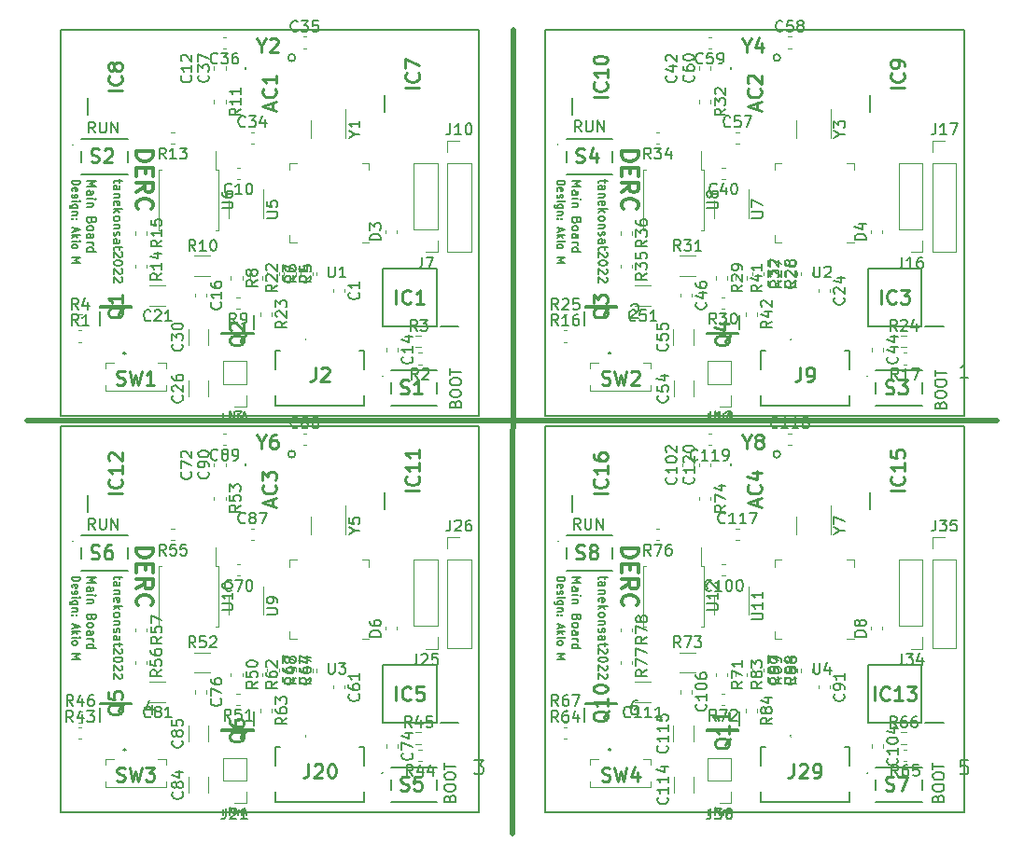
<source format=gbr>
%TF.GenerationSoftware,KiCad,Pcbnew,(6.0.4)*%
%TF.CreationDate,2022-09-20T04:44:20+09:00*%
%TF.ProjectId,mainboard_p,6d61696e-626f-4617-9264-5f702e6b6963,rev?*%
%TF.SameCoordinates,Original*%
%TF.FileFunction,Legend,Top*%
%TF.FilePolarity,Positive*%
%FSLAX46Y46*%
G04 Gerber Fmt 4.6, Leading zero omitted, Abs format (unit mm)*
G04 Created by KiCad (PCBNEW (6.0.4)) date 2022-09-20 04:44:20*
%MOMM*%
%LPD*%
G01*
G04 APERTURE LIST*
%ADD10C,0.150000*%
%ADD11C,0.500000*%
%ADD12C,0.200000*%
%ADD13C,0.300000*%
%ADD14C,0.254000*%
%ADD15C,0.120000*%
%ADD16C,0.100000*%
G04 APERTURE END LIST*
D10*
X197061904Y-127952380D02*
X196728571Y-127476190D01*
X196490476Y-127952380D02*
X196490476Y-126952380D01*
X196871428Y-126952380D01*
X196966666Y-127000000D01*
X197014285Y-127047619D01*
X197061904Y-127142857D01*
X197061904Y-127285714D01*
X197014285Y-127380952D01*
X196966666Y-127428571D01*
X196871428Y-127476190D01*
X196490476Y-127476190D01*
X197490476Y-126952380D02*
X197490476Y-127761904D01*
X197538095Y-127857142D01*
X197585714Y-127904761D01*
X197680952Y-127952380D01*
X197871428Y-127952380D01*
X197966666Y-127904761D01*
X198014285Y-127857142D01*
X198061904Y-127761904D01*
X198061904Y-126952380D01*
X198538095Y-127952380D02*
X198538095Y-126952380D01*
X199109523Y-127952380D01*
X199109523Y-126952380D01*
X197161904Y-91852380D02*
X196828571Y-91376190D01*
X196590476Y-91852380D02*
X196590476Y-90852380D01*
X196971428Y-90852380D01*
X197066666Y-90900000D01*
X197114285Y-90947619D01*
X197161904Y-91042857D01*
X197161904Y-91185714D01*
X197114285Y-91280952D01*
X197066666Y-91328571D01*
X196971428Y-91376190D01*
X196590476Y-91376190D01*
X197590476Y-90852380D02*
X197590476Y-91661904D01*
X197638095Y-91757142D01*
X197685714Y-91804761D01*
X197780952Y-91852380D01*
X197971428Y-91852380D01*
X198066666Y-91804761D01*
X198114285Y-91757142D01*
X198161904Y-91661904D01*
X198161904Y-90852380D01*
X198638095Y-91852380D02*
X198638095Y-90852380D01*
X199209523Y-91852380D01*
X199209523Y-90852380D01*
X153061904Y-91952380D02*
X152728571Y-91476190D01*
X152490476Y-91952380D02*
X152490476Y-90952380D01*
X152871428Y-90952380D01*
X152966666Y-91000000D01*
X153014285Y-91047619D01*
X153061904Y-91142857D01*
X153061904Y-91285714D01*
X153014285Y-91380952D01*
X152966666Y-91428571D01*
X152871428Y-91476190D01*
X152490476Y-91476190D01*
X153490476Y-90952380D02*
X153490476Y-91761904D01*
X153538095Y-91857142D01*
X153585714Y-91904761D01*
X153680952Y-91952380D01*
X153871428Y-91952380D01*
X153966666Y-91904761D01*
X154014285Y-91857142D01*
X154061904Y-91761904D01*
X154061904Y-90952380D01*
X154538095Y-91952380D02*
X154538095Y-90952380D01*
X155109523Y-91952380D01*
X155109523Y-90952380D01*
X153061904Y-127952380D02*
X152728571Y-127476190D01*
X152490476Y-127952380D02*
X152490476Y-126952380D01*
X152871428Y-126952380D01*
X152966666Y-127000000D01*
X153014285Y-127047619D01*
X153061904Y-127142857D01*
X153061904Y-127285714D01*
X153014285Y-127380952D01*
X152966666Y-127428571D01*
X152871428Y-127476190D01*
X152490476Y-127476190D01*
X153490476Y-126952380D02*
X153490476Y-127761904D01*
X153538095Y-127857142D01*
X153585714Y-127904761D01*
X153680952Y-127952380D01*
X153871428Y-127952380D01*
X153966666Y-127904761D01*
X154014285Y-127857142D01*
X154061904Y-127761904D01*
X154061904Y-126952380D01*
X154538095Y-127952380D02*
X154538095Y-126952380D01*
X155109523Y-127952380D01*
X155109523Y-126952380D01*
X185728571Y-116557142D02*
X185776190Y-116414285D01*
X185823809Y-116366666D01*
X185919047Y-116319047D01*
X186061904Y-116319047D01*
X186157142Y-116366666D01*
X186204761Y-116414285D01*
X186252380Y-116509523D01*
X186252380Y-116890476D01*
X185252380Y-116890476D01*
X185252380Y-116557142D01*
X185300000Y-116461904D01*
X185347619Y-116414285D01*
X185442857Y-116366666D01*
X185538095Y-116366666D01*
X185633333Y-116414285D01*
X185680952Y-116461904D01*
X185728571Y-116557142D01*
X185728571Y-116890476D01*
X185252380Y-115700000D02*
X185252380Y-115509523D01*
X185300000Y-115414285D01*
X185395238Y-115319047D01*
X185585714Y-115271428D01*
X185919047Y-115271428D01*
X186109523Y-115319047D01*
X186204761Y-115414285D01*
X186252380Y-115509523D01*
X186252380Y-115700000D01*
X186204761Y-115795238D01*
X186109523Y-115890476D01*
X185919047Y-115938095D01*
X185585714Y-115938095D01*
X185395238Y-115890476D01*
X185300000Y-115795238D01*
X185252380Y-115700000D01*
X185252380Y-114652380D02*
X185252380Y-114461904D01*
X185300000Y-114366666D01*
X185395238Y-114271428D01*
X185585714Y-114223809D01*
X185919047Y-114223809D01*
X186109523Y-114271428D01*
X186204761Y-114366666D01*
X186252380Y-114461904D01*
X186252380Y-114652380D01*
X186204761Y-114747619D01*
X186109523Y-114842857D01*
X185919047Y-114890476D01*
X185585714Y-114890476D01*
X185395238Y-114842857D01*
X185300000Y-114747619D01*
X185252380Y-114652380D01*
X185252380Y-113938095D02*
X185252380Y-113366666D01*
X186252380Y-113652380D02*
X185252380Y-113652380D01*
X185228571Y-152357142D02*
X185276190Y-152214285D01*
X185323809Y-152166666D01*
X185419047Y-152119047D01*
X185561904Y-152119047D01*
X185657142Y-152166666D01*
X185704761Y-152214285D01*
X185752380Y-152309523D01*
X185752380Y-152690476D01*
X184752380Y-152690476D01*
X184752380Y-152357142D01*
X184800000Y-152261904D01*
X184847619Y-152214285D01*
X184942857Y-152166666D01*
X185038095Y-152166666D01*
X185133333Y-152214285D01*
X185180952Y-152261904D01*
X185228571Y-152357142D01*
X185228571Y-152690476D01*
X184752380Y-151500000D02*
X184752380Y-151309523D01*
X184800000Y-151214285D01*
X184895238Y-151119047D01*
X185085714Y-151071428D01*
X185419047Y-151071428D01*
X185609523Y-151119047D01*
X185704761Y-151214285D01*
X185752380Y-151309523D01*
X185752380Y-151500000D01*
X185704761Y-151595238D01*
X185609523Y-151690476D01*
X185419047Y-151738095D01*
X185085714Y-151738095D01*
X184895238Y-151690476D01*
X184800000Y-151595238D01*
X184752380Y-151500000D01*
X184752380Y-150452380D02*
X184752380Y-150261904D01*
X184800000Y-150166666D01*
X184895238Y-150071428D01*
X185085714Y-150023809D01*
X185419047Y-150023809D01*
X185609523Y-150071428D01*
X185704761Y-150166666D01*
X185752380Y-150261904D01*
X185752380Y-150452380D01*
X185704761Y-150547619D01*
X185609523Y-150642857D01*
X185419047Y-150690476D01*
X185085714Y-150690476D01*
X184895238Y-150642857D01*
X184800000Y-150547619D01*
X184752380Y-150452380D01*
X184752380Y-149738095D02*
X184752380Y-149166666D01*
X185752380Y-149452380D02*
X184752380Y-149452380D01*
X229728571Y-116657142D02*
X229776190Y-116514285D01*
X229823809Y-116466666D01*
X229919047Y-116419047D01*
X230061904Y-116419047D01*
X230157142Y-116466666D01*
X230204761Y-116514285D01*
X230252380Y-116609523D01*
X230252380Y-116990476D01*
X229252380Y-116990476D01*
X229252380Y-116657142D01*
X229300000Y-116561904D01*
X229347619Y-116514285D01*
X229442857Y-116466666D01*
X229538095Y-116466666D01*
X229633333Y-116514285D01*
X229680952Y-116561904D01*
X229728571Y-116657142D01*
X229728571Y-116990476D01*
X229252380Y-115800000D02*
X229252380Y-115609523D01*
X229300000Y-115514285D01*
X229395238Y-115419047D01*
X229585714Y-115371428D01*
X229919047Y-115371428D01*
X230109523Y-115419047D01*
X230204761Y-115514285D01*
X230252380Y-115609523D01*
X230252380Y-115800000D01*
X230204761Y-115895238D01*
X230109523Y-115990476D01*
X229919047Y-116038095D01*
X229585714Y-116038095D01*
X229395238Y-115990476D01*
X229300000Y-115895238D01*
X229252380Y-115800000D01*
X229252380Y-114752380D02*
X229252380Y-114561904D01*
X229300000Y-114466666D01*
X229395238Y-114371428D01*
X229585714Y-114323809D01*
X229919047Y-114323809D01*
X230109523Y-114371428D01*
X230204761Y-114466666D01*
X230252380Y-114561904D01*
X230252380Y-114752380D01*
X230204761Y-114847619D01*
X230109523Y-114942857D01*
X229919047Y-114990476D01*
X229585714Y-114990476D01*
X229395238Y-114942857D01*
X229300000Y-114847619D01*
X229252380Y-114752380D01*
X229252380Y-114038095D02*
X229252380Y-113466666D01*
X230252380Y-113752380D02*
X229252380Y-113752380D01*
X229528571Y-152357142D02*
X229576190Y-152214285D01*
X229623809Y-152166666D01*
X229719047Y-152119047D01*
X229861904Y-152119047D01*
X229957142Y-152166666D01*
X230004761Y-152214285D01*
X230052380Y-152309523D01*
X230052380Y-152690476D01*
X229052380Y-152690476D01*
X229052380Y-152357142D01*
X229100000Y-152261904D01*
X229147619Y-152214285D01*
X229242857Y-152166666D01*
X229338095Y-152166666D01*
X229433333Y-152214285D01*
X229480952Y-152261904D01*
X229528571Y-152357142D01*
X229528571Y-152690476D01*
X229052380Y-151500000D02*
X229052380Y-151309523D01*
X229100000Y-151214285D01*
X229195238Y-151119047D01*
X229385714Y-151071428D01*
X229719047Y-151071428D01*
X229909523Y-151119047D01*
X230004761Y-151214285D01*
X230052380Y-151309523D01*
X230052380Y-151500000D01*
X230004761Y-151595238D01*
X229909523Y-151690476D01*
X229719047Y-151738095D01*
X229385714Y-151738095D01*
X229195238Y-151690476D01*
X229100000Y-151595238D01*
X229052380Y-151500000D01*
X229052380Y-150452380D02*
X229052380Y-150261904D01*
X229100000Y-150166666D01*
X229195238Y-150071428D01*
X229385714Y-150023809D01*
X229719047Y-150023809D01*
X229909523Y-150071428D01*
X230004761Y-150166666D01*
X230052380Y-150261904D01*
X230052380Y-150452380D01*
X230004761Y-150547619D01*
X229909523Y-150642857D01*
X229719047Y-150690476D01*
X229385714Y-150690476D01*
X229195238Y-150642857D01*
X229100000Y-150547619D01*
X229052380Y-150452380D01*
X229052380Y-149738095D02*
X229052380Y-149166666D01*
X230052380Y-149452380D02*
X229052380Y-149452380D01*
D11*
X146900000Y-118100000D02*
X234900000Y-118100000D01*
X191000000Y-82600000D02*
X190900000Y-155600000D01*
D12*
X231900400Y-153617600D02*
X193900400Y-153617600D01*
X193900400Y-153617600D02*
X193900400Y-118617600D01*
X193900400Y-118617600D02*
X231900400Y-118617600D01*
X231900400Y-118617600D02*
X231900400Y-153617600D01*
D10*
X194983733Y-132284266D02*
X195683733Y-132284266D01*
X195683733Y-132450933D01*
X195650400Y-132550933D01*
X195583733Y-132617600D01*
X195517066Y-132650933D01*
X195383733Y-132684266D01*
X195283733Y-132684266D01*
X195150400Y-132650933D01*
X195083733Y-132617600D01*
X195017066Y-132550933D01*
X194983733Y-132450933D01*
X194983733Y-132284266D01*
X195017066Y-133250933D02*
X194983733Y-133184266D01*
X194983733Y-133050933D01*
X195017066Y-132984266D01*
X195083733Y-132950933D01*
X195350400Y-132950933D01*
X195417066Y-132984266D01*
X195450400Y-133050933D01*
X195450400Y-133184266D01*
X195417066Y-133250933D01*
X195350400Y-133284266D01*
X195283733Y-133284266D01*
X195217066Y-132950933D01*
X195017066Y-133550933D02*
X194983733Y-133617600D01*
X194983733Y-133750933D01*
X195017066Y-133817600D01*
X195083733Y-133850933D01*
X195117066Y-133850933D01*
X195183733Y-133817600D01*
X195217066Y-133750933D01*
X195217066Y-133650933D01*
X195250400Y-133584266D01*
X195317066Y-133550933D01*
X195350400Y-133550933D01*
X195417066Y-133584266D01*
X195450400Y-133650933D01*
X195450400Y-133750933D01*
X195417066Y-133817600D01*
X194983733Y-134150933D02*
X195450400Y-134150933D01*
X195683733Y-134150933D02*
X195650400Y-134117600D01*
X195617066Y-134150933D01*
X195650400Y-134184266D01*
X195683733Y-134150933D01*
X195617066Y-134150933D01*
X195450400Y-134784266D02*
X194883733Y-134784266D01*
X194817066Y-134750933D01*
X194783733Y-134717600D01*
X194750400Y-134650933D01*
X194750400Y-134550933D01*
X194783733Y-134484266D01*
X195017066Y-134784266D02*
X194983733Y-134717600D01*
X194983733Y-134584266D01*
X195017066Y-134517600D01*
X195050400Y-134484266D01*
X195117066Y-134450933D01*
X195317066Y-134450933D01*
X195383733Y-134484266D01*
X195417066Y-134517600D01*
X195450400Y-134584266D01*
X195450400Y-134717600D01*
X195417066Y-134784266D01*
X195450400Y-135117600D02*
X194983733Y-135117600D01*
X195383733Y-135117600D02*
X195417066Y-135150933D01*
X195450400Y-135217600D01*
X195450400Y-135317600D01*
X195417066Y-135384266D01*
X195350400Y-135417600D01*
X194983733Y-135417600D01*
X195050400Y-135750933D02*
X195017066Y-135784266D01*
X194983733Y-135750933D01*
X195017066Y-135717600D01*
X195050400Y-135750933D01*
X194983733Y-135750933D01*
X195417066Y-135750933D02*
X195383733Y-135784266D01*
X195350400Y-135750933D01*
X195383733Y-135717600D01*
X195417066Y-135750933D01*
X195350400Y-135750933D01*
X195183733Y-136584266D02*
X195183733Y-136917600D01*
X194983733Y-136517600D02*
X195683733Y-136750933D01*
X194983733Y-136984266D01*
X194983733Y-137217600D02*
X195683733Y-137217600D01*
X195250400Y-137284266D02*
X194983733Y-137484266D01*
X195450400Y-137484266D02*
X195183733Y-137217600D01*
X194983733Y-137784266D02*
X195450400Y-137784266D01*
X195683733Y-137784266D02*
X195650400Y-137750933D01*
X195617066Y-137784266D01*
X195650400Y-137817600D01*
X195683733Y-137784266D01*
X195617066Y-137784266D01*
X194983733Y-138217600D02*
X195017066Y-138150933D01*
X195050400Y-138117600D01*
X195117066Y-138084266D01*
X195317066Y-138084266D01*
X195383733Y-138117600D01*
X195417066Y-138150933D01*
X195450400Y-138217600D01*
X195450400Y-138317600D01*
X195417066Y-138384266D01*
X195383733Y-138417600D01*
X195317066Y-138450933D01*
X195117066Y-138450933D01*
X195050400Y-138417600D01*
X195017066Y-138384266D01*
X194983733Y-138317600D01*
X194983733Y-138217600D01*
X194983733Y-139284266D02*
X195683733Y-139284266D01*
X195183733Y-139517600D01*
X195683733Y-139750933D01*
X194983733Y-139750933D01*
X199271828Y-132191290D02*
X199271828Y-132496052D01*
X199538495Y-132305576D02*
X198852780Y-132305576D01*
X198776590Y-132343671D01*
X198738495Y-132419861D01*
X198738495Y-132496052D01*
X198738495Y-133105576D02*
X199157542Y-133105576D01*
X199233733Y-133067480D01*
X199271828Y-132991290D01*
X199271828Y-132838909D01*
X199233733Y-132762719D01*
X198776590Y-133105576D02*
X198738495Y-133029385D01*
X198738495Y-132838909D01*
X198776590Y-132762719D01*
X198852780Y-132724623D01*
X198928971Y-132724623D01*
X199005161Y-132762719D01*
X199043257Y-132838909D01*
X199043257Y-133029385D01*
X199081352Y-133105576D01*
X199271828Y-133486528D02*
X198738495Y-133486528D01*
X199195638Y-133486528D02*
X199233733Y-133524623D01*
X199271828Y-133600814D01*
X199271828Y-133715100D01*
X199233733Y-133791290D01*
X199157542Y-133829385D01*
X198738495Y-133829385D01*
X198776590Y-134515100D02*
X198738495Y-134438909D01*
X198738495Y-134286528D01*
X198776590Y-134210338D01*
X198852780Y-134172242D01*
X199157542Y-134172242D01*
X199233733Y-134210338D01*
X199271828Y-134286528D01*
X199271828Y-134438909D01*
X199233733Y-134515100D01*
X199157542Y-134553195D01*
X199081352Y-134553195D01*
X199005161Y-134172242D01*
X198738495Y-134896052D02*
X199538495Y-134896052D01*
X199043257Y-134972242D02*
X198738495Y-135200814D01*
X199271828Y-135200814D02*
X198967066Y-134896052D01*
X198738495Y-135657957D02*
X198776590Y-135581766D01*
X198814685Y-135543671D01*
X198890876Y-135505576D01*
X199119447Y-135505576D01*
X199195638Y-135543671D01*
X199233733Y-135581766D01*
X199271828Y-135657957D01*
X199271828Y-135772242D01*
X199233733Y-135848433D01*
X199195638Y-135886528D01*
X199119447Y-135924623D01*
X198890876Y-135924623D01*
X198814685Y-135886528D01*
X198776590Y-135848433D01*
X198738495Y-135772242D01*
X198738495Y-135657957D01*
X199271828Y-136267480D02*
X198738495Y-136267480D01*
X199195638Y-136267480D02*
X199233733Y-136305576D01*
X199271828Y-136381766D01*
X199271828Y-136496052D01*
X199233733Y-136572242D01*
X199157542Y-136610338D01*
X198738495Y-136610338D01*
X198776590Y-136953195D02*
X198738495Y-137029385D01*
X198738495Y-137181766D01*
X198776590Y-137257957D01*
X198852780Y-137296052D01*
X198890876Y-137296052D01*
X198967066Y-137257957D01*
X199005161Y-137181766D01*
X199005161Y-137067480D01*
X199043257Y-136991290D01*
X199119447Y-136953195D01*
X199157542Y-136953195D01*
X199233733Y-136991290D01*
X199271828Y-137067480D01*
X199271828Y-137181766D01*
X199233733Y-137257957D01*
X198738495Y-137981766D02*
X199157542Y-137981766D01*
X199233733Y-137943671D01*
X199271828Y-137867480D01*
X199271828Y-137715100D01*
X199233733Y-137638909D01*
X198776590Y-137981766D02*
X198738495Y-137905576D01*
X198738495Y-137715100D01*
X198776590Y-137638909D01*
X198852780Y-137600814D01*
X198928971Y-137600814D01*
X199005161Y-137638909D01*
X199043257Y-137715100D01*
X199043257Y-137905576D01*
X199081352Y-137981766D01*
X199271828Y-138248433D02*
X199271828Y-138553195D01*
X199538495Y-138362719D02*
X198852780Y-138362719D01*
X198776590Y-138400814D01*
X198738495Y-138477004D01*
X198738495Y-138553195D01*
X199462304Y-138781766D02*
X199500400Y-138819861D01*
X199538495Y-138896052D01*
X199538495Y-139086528D01*
X199500400Y-139162719D01*
X199462304Y-139200814D01*
X199386114Y-139238909D01*
X199309923Y-139238909D01*
X199195638Y-139200814D01*
X198738495Y-138743671D01*
X198738495Y-139238909D01*
X199538495Y-139734147D02*
X199538495Y-139810338D01*
X199500400Y-139886528D01*
X199462304Y-139924623D01*
X199386114Y-139962719D01*
X199233733Y-140000814D01*
X199043257Y-140000814D01*
X198890876Y-139962719D01*
X198814685Y-139924623D01*
X198776590Y-139886528D01*
X198738495Y-139810338D01*
X198738495Y-139734147D01*
X198776590Y-139657957D01*
X198814685Y-139619861D01*
X198890876Y-139581766D01*
X199043257Y-139543671D01*
X199233733Y-139543671D01*
X199386114Y-139581766D01*
X199462304Y-139619861D01*
X199500400Y-139657957D01*
X199538495Y-139734147D01*
X199462304Y-140305576D02*
X199500400Y-140343671D01*
X199538495Y-140419861D01*
X199538495Y-140610338D01*
X199500400Y-140686528D01*
X199462304Y-140724623D01*
X199386114Y-140762719D01*
X199309923Y-140762719D01*
X199195638Y-140724623D01*
X198738495Y-140267480D01*
X198738495Y-140762719D01*
X199462304Y-141067480D02*
X199500400Y-141105576D01*
X199538495Y-141181766D01*
X199538495Y-141372242D01*
X199500400Y-141448433D01*
X199462304Y-141486528D01*
X199386114Y-141524623D01*
X199309923Y-141524623D01*
X199195638Y-141486528D01*
X198738495Y-141029385D01*
X198738495Y-141524623D01*
X196338495Y-132305576D02*
X197138495Y-132305576D01*
X196567066Y-132572242D01*
X197138495Y-132838909D01*
X196338495Y-132838909D01*
X196338495Y-133562719D02*
X196757542Y-133562719D01*
X196833733Y-133524623D01*
X196871828Y-133448433D01*
X196871828Y-133296052D01*
X196833733Y-133219861D01*
X196376590Y-133562719D02*
X196338495Y-133486528D01*
X196338495Y-133296052D01*
X196376590Y-133219861D01*
X196452780Y-133181766D01*
X196528971Y-133181766D01*
X196605161Y-133219861D01*
X196643257Y-133296052D01*
X196643257Y-133486528D01*
X196681352Y-133562719D01*
X196338495Y-133943671D02*
X196871828Y-133943671D01*
X197138495Y-133943671D02*
X197100400Y-133905576D01*
X197062304Y-133943671D01*
X197100400Y-133981766D01*
X197138495Y-133943671D01*
X197062304Y-133943671D01*
X196871828Y-134324623D02*
X196338495Y-134324623D01*
X196795638Y-134324623D02*
X196833733Y-134362719D01*
X196871828Y-134438909D01*
X196871828Y-134553195D01*
X196833733Y-134629385D01*
X196757542Y-134667480D01*
X196338495Y-134667480D01*
X196757542Y-135924623D02*
X196719447Y-136038909D01*
X196681352Y-136077004D01*
X196605161Y-136115100D01*
X196490876Y-136115100D01*
X196414685Y-136077004D01*
X196376590Y-136038909D01*
X196338495Y-135962719D01*
X196338495Y-135657957D01*
X197138495Y-135657957D01*
X197138495Y-135924623D01*
X197100400Y-136000814D01*
X197062304Y-136038909D01*
X196986114Y-136077004D01*
X196909923Y-136077004D01*
X196833733Y-136038909D01*
X196795638Y-136000814D01*
X196757542Y-135924623D01*
X196757542Y-135657957D01*
X196338495Y-136572242D02*
X196376590Y-136496052D01*
X196414685Y-136457957D01*
X196490876Y-136419861D01*
X196719447Y-136419861D01*
X196795638Y-136457957D01*
X196833733Y-136496052D01*
X196871828Y-136572242D01*
X196871828Y-136686528D01*
X196833733Y-136762719D01*
X196795638Y-136800814D01*
X196719447Y-136838909D01*
X196490876Y-136838909D01*
X196414685Y-136800814D01*
X196376590Y-136762719D01*
X196338495Y-136686528D01*
X196338495Y-136572242D01*
X196338495Y-137524623D02*
X196757542Y-137524623D01*
X196833733Y-137486528D01*
X196871828Y-137410338D01*
X196871828Y-137257957D01*
X196833733Y-137181766D01*
X196376590Y-137524623D02*
X196338495Y-137448433D01*
X196338495Y-137257957D01*
X196376590Y-137181766D01*
X196452780Y-137143671D01*
X196528971Y-137143671D01*
X196605161Y-137181766D01*
X196643257Y-137257957D01*
X196643257Y-137448433D01*
X196681352Y-137524623D01*
X196338495Y-137905576D02*
X196871828Y-137905576D01*
X196719447Y-137905576D02*
X196795638Y-137943671D01*
X196833733Y-137981766D01*
X196871828Y-138057957D01*
X196871828Y-138134147D01*
X196338495Y-138743671D02*
X197138495Y-138743671D01*
X196376590Y-138743671D02*
X196338495Y-138667480D01*
X196338495Y-138515100D01*
X196376590Y-138438909D01*
X196414685Y-138400814D01*
X196490876Y-138362719D01*
X196719447Y-138362719D01*
X196795638Y-138400814D01*
X196833733Y-138438909D01*
X196871828Y-138515100D01*
X196871828Y-138667480D01*
X196833733Y-138743671D01*
D13*
X200821828Y-129646171D02*
X202321828Y-129646171D01*
X202321828Y-130003314D01*
X202250400Y-130217600D01*
X202107542Y-130360457D01*
X201964685Y-130431885D01*
X201678971Y-130503314D01*
X201464685Y-130503314D01*
X201178971Y-130431885D01*
X201036114Y-130360457D01*
X200893257Y-130217600D01*
X200821828Y-130003314D01*
X200821828Y-129646171D01*
X201607542Y-131146171D02*
X201607542Y-131646171D01*
X200821828Y-131860457D02*
X200821828Y-131146171D01*
X202321828Y-131146171D01*
X202321828Y-131860457D01*
X200821828Y-133360457D02*
X201536114Y-132860457D01*
X200821828Y-132503314D02*
X202321828Y-132503314D01*
X202321828Y-133074742D01*
X202250400Y-133217600D01*
X202178971Y-133289028D01*
X202036114Y-133360457D01*
X201821828Y-133360457D01*
X201678971Y-133289028D01*
X201607542Y-133217600D01*
X201536114Y-133074742D01*
X201536114Y-132503314D01*
X200964685Y-134860457D02*
X200893257Y-134789028D01*
X200821828Y-134574742D01*
X200821828Y-134431885D01*
X200893257Y-134217600D01*
X201036114Y-134074742D01*
X201178971Y-134003314D01*
X201464685Y-133931885D01*
X201678971Y-133931885D01*
X201964685Y-134003314D01*
X202107542Y-134074742D01*
X202250400Y-134217600D01*
X202321828Y-134431885D01*
X202321828Y-134574742D01*
X202250400Y-134789028D01*
X202178971Y-134860457D01*
D12*
X187900400Y-153617600D02*
X149900400Y-153617600D01*
X149900400Y-153617600D02*
X149900400Y-118617600D01*
X149900400Y-118617600D02*
X187900400Y-118617600D01*
X187900400Y-118617600D02*
X187900400Y-153617600D01*
D10*
X150983733Y-132284266D02*
X151683733Y-132284266D01*
X151683733Y-132450933D01*
X151650400Y-132550933D01*
X151583733Y-132617600D01*
X151517066Y-132650933D01*
X151383733Y-132684266D01*
X151283733Y-132684266D01*
X151150400Y-132650933D01*
X151083733Y-132617600D01*
X151017066Y-132550933D01*
X150983733Y-132450933D01*
X150983733Y-132284266D01*
X151017066Y-133250933D02*
X150983733Y-133184266D01*
X150983733Y-133050933D01*
X151017066Y-132984266D01*
X151083733Y-132950933D01*
X151350400Y-132950933D01*
X151417066Y-132984266D01*
X151450400Y-133050933D01*
X151450400Y-133184266D01*
X151417066Y-133250933D01*
X151350400Y-133284266D01*
X151283733Y-133284266D01*
X151217066Y-132950933D01*
X151017066Y-133550933D02*
X150983733Y-133617600D01*
X150983733Y-133750933D01*
X151017066Y-133817600D01*
X151083733Y-133850933D01*
X151117066Y-133850933D01*
X151183733Y-133817600D01*
X151217066Y-133750933D01*
X151217066Y-133650933D01*
X151250400Y-133584266D01*
X151317066Y-133550933D01*
X151350400Y-133550933D01*
X151417066Y-133584266D01*
X151450400Y-133650933D01*
X151450400Y-133750933D01*
X151417066Y-133817600D01*
X150983733Y-134150933D02*
X151450400Y-134150933D01*
X151683733Y-134150933D02*
X151650400Y-134117600D01*
X151617066Y-134150933D01*
X151650400Y-134184266D01*
X151683733Y-134150933D01*
X151617066Y-134150933D01*
X151450400Y-134784266D02*
X150883733Y-134784266D01*
X150817066Y-134750933D01*
X150783733Y-134717600D01*
X150750400Y-134650933D01*
X150750400Y-134550933D01*
X150783733Y-134484266D01*
X151017066Y-134784266D02*
X150983733Y-134717600D01*
X150983733Y-134584266D01*
X151017066Y-134517600D01*
X151050400Y-134484266D01*
X151117066Y-134450933D01*
X151317066Y-134450933D01*
X151383733Y-134484266D01*
X151417066Y-134517600D01*
X151450400Y-134584266D01*
X151450400Y-134717600D01*
X151417066Y-134784266D01*
X151450400Y-135117600D02*
X150983733Y-135117600D01*
X151383733Y-135117600D02*
X151417066Y-135150933D01*
X151450400Y-135217600D01*
X151450400Y-135317600D01*
X151417066Y-135384266D01*
X151350400Y-135417600D01*
X150983733Y-135417600D01*
X151050400Y-135750933D02*
X151017066Y-135784266D01*
X150983733Y-135750933D01*
X151017066Y-135717600D01*
X151050400Y-135750933D01*
X150983733Y-135750933D01*
X151417066Y-135750933D02*
X151383733Y-135784266D01*
X151350400Y-135750933D01*
X151383733Y-135717600D01*
X151417066Y-135750933D01*
X151350400Y-135750933D01*
X151183733Y-136584266D02*
X151183733Y-136917600D01*
X150983733Y-136517600D02*
X151683733Y-136750933D01*
X150983733Y-136984266D01*
X150983733Y-137217600D02*
X151683733Y-137217600D01*
X151250400Y-137284266D02*
X150983733Y-137484266D01*
X151450400Y-137484266D02*
X151183733Y-137217600D01*
X150983733Y-137784266D02*
X151450400Y-137784266D01*
X151683733Y-137784266D02*
X151650400Y-137750933D01*
X151617066Y-137784266D01*
X151650400Y-137817600D01*
X151683733Y-137784266D01*
X151617066Y-137784266D01*
X150983733Y-138217600D02*
X151017066Y-138150933D01*
X151050400Y-138117600D01*
X151117066Y-138084266D01*
X151317066Y-138084266D01*
X151383733Y-138117600D01*
X151417066Y-138150933D01*
X151450400Y-138217600D01*
X151450400Y-138317600D01*
X151417066Y-138384266D01*
X151383733Y-138417600D01*
X151317066Y-138450933D01*
X151117066Y-138450933D01*
X151050400Y-138417600D01*
X151017066Y-138384266D01*
X150983733Y-138317600D01*
X150983733Y-138217600D01*
X150983733Y-139284266D02*
X151683733Y-139284266D01*
X151183733Y-139517600D01*
X151683733Y-139750933D01*
X150983733Y-139750933D01*
X155271828Y-132191290D02*
X155271828Y-132496052D01*
X155538495Y-132305576D02*
X154852780Y-132305576D01*
X154776590Y-132343671D01*
X154738495Y-132419861D01*
X154738495Y-132496052D01*
X154738495Y-133105576D02*
X155157542Y-133105576D01*
X155233733Y-133067480D01*
X155271828Y-132991290D01*
X155271828Y-132838909D01*
X155233733Y-132762719D01*
X154776590Y-133105576D02*
X154738495Y-133029385D01*
X154738495Y-132838909D01*
X154776590Y-132762719D01*
X154852780Y-132724623D01*
X154928971Y-132724623D01*
X155005161Y-132762719D01*
X155043257Y-132838909D01*
X155043257Y-133029385D01*
X155081352Y-133105576D01*
X155271828Y-133486528D02*
X154738495Y-133486528D01*
X155195638Y-133486528D02*
X155233733Y-133524623D01*
X155271828Y-133600814D01*
X155271828Y-133715100D01*
X155233733Y-133791290D01*
X155157542Y-133829385D01*
X154738495Y-133829385D01*
X154776590Y-134515100D02*
X154738495Y-134438909D01*
X154738495Y-134286528D01*
X154776590Y-134210338D01*
X154852780Y-134172242D01*
X155157542Y-134172242D01*
X155233733Y-134210338D01*
X155271828Y-134286528D01*
X155271828Y-134438909D01*
X155233733Y-134515100D01*
X155157542Y-134553195D01*
X155081352Y-134553195D01*
X155005161Y-134172242D01*
X154738495Y-134896052D02*
X155538495Y-134896052D01*
X155043257Y-134972242D02*
X154738495Y-135200814D01*
X155271828Y-135200814D02*
X154967066Y-134896052D01*
X154738495Y-135657957D02*
X154776590Y-135581766D01*
X154814685Y-135543671D01*
X154890876Y-135505576D01*
X155119447Y-135505576D01*
X155195638Y-135543671D01*
X155233733Y-135581766D01*
X155271828Y-135657957D01*
X155271828Y-135772242D01*
X155233733Y-135848433D01*
X155195638Y-135886528D01*
X155119447Y-135924623D01*
X154890876Y-135924623D01*
X154814685Y-135886528D01*
X154776590Y-135848433D01*
X154738495Y-135772242D01*
X154738495Y-135657957D01*
X155271828Y-136267480D02*
X154738495Y-136267480D01*
X155195638Y-136267480D02*
X155233733Y-136305576D01*
X155271828Y-136381766D01*
X155271828Y-136496052D01*
X155233733Y-136572242D01*
X155157542Y-136610338D01*
X154738495Y-136610338D01*
X154776590Y-136953195D02*
X154738495Y-137029385D01*
X154738495Y-137181766D01*
X154776590Y-137257957D01*
X154852780Y-137296052D01*
X154890876Y-137296052D01*
X154967066Y-137257957D01*
X155005161Y-137181766D01*
X155005161Y-137067480D01*
X155043257Y-136991290D01*
X155119447Y-136953195D01*
X155157542Y-136953195D01*
X155233733Y-136991290D01*
X155271828Y-137067480D01*
X155271828Y-137181766D01*
X155233733Y-137257957D01*
X154738495Y-137981766D02*
X155157542Y-137981766D01*
X155233733Y-137943671D01*
X155271828Y-137867480D01*
X155271828Y-137715100D01*
X155233733Y-137638909D01*
X154776590Y-137981766D02*
X154738495Y-137905576D01*
X154738495Y-137715100D01*
X154776590Y-137638909D01*
X154852780Y-137600814D01*
X154928971Y-137600814D01*
X155005161Y-137638909D01*
X155043257Y-137715100D01*
X155043257Y-137905576D01*
X155081352Y-137981766D01*
X155271828Y-138248433D02*
X155271828Y-138553195D01*
X155538495Y-138362719D02*
X154852780Y-138362719D01*
X154776590Y-138400814D01*
X154738495Y-138477004D01*
X154738495Y-138553195D01*
X155462304Y-138781766D02*
X155500400Y-138819861D01*
X155538495Y-138896052D01*
X155538495Y-139086528D01*
X155500400Y-139162719D01*
X155462304Y-139200814D01*
X155386114Y-139238909D01*
X155309923Y-139238909D01*
X155195638Y-139200814D01*
X154738495Y-138743671D01*
X154738495Y-139238909D01*
X155538495Y-139734147D02*
X155538495Y-139810338D01*
X155500400Y-139886528D01*
X155462304Y-139924623D01*
X155386114Y-139962719D01*
X155233733Y-140000814D01*
X155043257Y-140000814D01*
X154890876Y-139962719D01*
X154814685Y-139924623D01*
X154776590Y-139886528D01*
X154738495Y-139810338D01*
X154738495Y-139734147D01*
X154776590Y-139657957D01*
X154814685Y-139619861D01*
X154890876Y-139581766D01*
X155043257Y-139543671D01*
X155233733Y-139543671D01*
X155386114Y-139581766D01*
X155462304Y-139619861D01*
X155500400Y-139657957D01*
X155538495Y-139734147D01*
X155462304Y-140305576D02*
X155500400Y-140343671D01*
X155538495Y-140419861D01*
X155538495Y-140610338D01*
X155500400Y-140686528D01*
X155462304Y-140724623D01*
X155386114Y-140762719D01*
X155309923Y-140762719D01*
X155195638Y-140724623D01*
X154738495Y-140267480D01*
X154738495Y-140762719D01*
X155462304Y-141067480D02*
X155500400Y-141105576D01*
X155538495Y-141181766D01*
X155538495Y-141372242D01*
X155500400Y-141448433D01*
X155462304Y-141486528D01*
X155386114Y-141524623D01*
X155309923Y-141524623D01*
X155195638Y-141486528D01*
X154738495Y-141029385D01*
X154738495Y-141524623D01*
X152338495Y-132305576D02*
X153138495Y-132305576D01*
X152567066Y-132572242D01*
X153138495Y-132838909D01*
X152338495Y-132838909D01*
X152338495Y-133562719D02*
X152757542Y-133562719D01*
X152833733Y-133524623D01*
X152871828Y-133448433D01*
X152871828Y-133296052D01*
X152833733Y-133219861D01*
X152376590Y-133562719D02*
X152338495Y-133486528D01*
X152338495Y-133296052D01*
X152376590Y-133219861D01*
X152452780Y-133181766D01*
X152528971Y-133181766D01*
X152605161Y-133219861D01*
X152643257Y-133296052D01*
X152643257Y-133486528D01*
X152681352Y-133562719D01*
X152338495Y-133943671D02*
X152871828Y-133943671D01*
X153138495Y-133943671D02*
X153100400Y-133905576D01*
X153062304Y-133943671D01*
X153100400Y-133981766D01*
X153138495Y-133943671D01*
X153062304Y-133943671D01*
X152871828Y-134324623D02*
X152338495Y-134324623D01*
X152795638Y-134324623D02*
X152833733Y-134362719D01*
X152871828Y-134438909D01*
X152871828Y-134553195D01*
X152833733Y-134629385D01*
X152757542Y-134667480D01*
X152338495Y-134667480D01*
X152757542Y-135924623D02*
X152719447Y-136038909D01*
X152681352Y-136077004D01*
X152605161Y-136115100D01*
X152490876Y-136115100D01*
X152414685Y-136077004D01*
X152376590Y-136038909D01*
X152338495Y-135962719D01*
X152338495Y-135657957D01*
X153138495Y-135657957D01*
X153138495Y-135924623D01*
X153100400Y-136000814D01*
X153062304Y-136038909D01*
X152986114Y-136077004D01*
X152909923Y-136077004D01*
X152833733Y-136038909D01*
X152795638Y-136000814D01*
X152757542Y-135924623D01*
X152757542Y-135657957D01*
X152338495Y-136572242D02*
X152376590Y-136496052D01*
X152414685Y-136457957D01*
X152490876Y-136419861D01*
X152719447Y-136419861D01*
X152795638Y-136457957D01*
X152833733Y-136496052D01*
X152871828Y-136572242D01*
X152871828Y-136686528D01*
X152833733Y-136762719D01*
X152795638Y-136800814D01*
X152719447Y-136838909D01*
X152490876Y-136838909D01*
X152414685Y-136800814D01*
X152376590Y-136762719D01*
X152338495Y-136686528D01*
X152338495Y-136572242D01*
X152338495Y-137524623D02*
X152757542Y-137524623D01*
X152833733Y-137486528D01*
X152871828Y-137410338D01*
X152871828Y-137257957D01*
X152833733Y-137181766D01*
X152376590Y-137524623D02*
X152338495Y-137448433D01*
X152338495Y-137257957D01*
X152376590Y-137181766D01*
X152452780Y-137143671D01*
X152528971Y-137143671D01*
X152605161Y-137181766D01*
X152643257Y-137257957D01*
X152643257Y-137448433D01*
X152681352Y-137524623D01*
X152338495Y-137905576D02*
X152871828Y-137905576D01*
X152719447Y-137905576D02*
X152795638Y-137943671D01*
X152833733Y-137981766D01*
X152871828Y-138057957D01*
X152871828Y-138134147D01*
X152338495Y-138743671D02*
X153138495Y-138743671D01*
X152376590Y-138743671D02*
X152338495Y-138667480D01*
X152338495Y-138515100D01*
X152376590Y-138438909D01*
X152414685Y-138400814D01*
X152490876Y-138362719D01*
X152719447Y-138362719D01*
X152795638Y-138400814D01*
X152833733Y-138438909D01*
X152871828Y-138515100D01*
X152871828Y-138667480D01*
X152833733Y-138743671D01*
D13*
X156821828Y-129646171D02*
X158321828Y-129646171D01*
X158321828Y-130003314D01*
X158250400Y-130217600D01*
X158107542Y-130360457D01*
X157964685Y-130431885D01*
X157678971Y-130503314D01*
X157464685Y-130503314D01*
X157178971Y-130431885D01*
X157036114Y-130360457D01*
X156893257Y-130217600D01*
X156821828Y-130003314D01*
X156821828Y-129646171D01*
X157607542Y-131146171D02*
X157607542Y-131646171D01*
X156821828Y-131860457D02*
X156821828Y-131146171D01*
X158321828Y-131146171D01*
X158321828Y-131860457D01*
X156821828Y-133360457D02*
X157536114Y-132860457D01*
X156821828Y-132503314D02*
X158321828Y-132503314D01*
X158321828Y-133074742D01*
X158250400Y-133217600D01*
X158178971Y-133289028D01*
X158036114Y-133360457D01*
X157821828Y-133360457D01*
X157678971Y-133289028D01*
X157607542Y-133217600D01*
X157536114Y-133074742D01*
X157536114Y-132503314D01*
X156964685Y-134860457D02*
X156893257Y-134789028D01*
X156821828Y-134574742D01*
X156821828Y-134431885D01*
X156893257Y-134217600D01*
X157036114Y-134074742D01*
X157178971Y-134003314D01*
X157464685Y-133931885D01*
X157678971Y-133931885D01*
X157964685Y-134003314D01*
X158107542Y-134074742D01*
X158250400Y-134217600D01*
X158321828Y-134431885D01*
X158321828Y-134574742D01*
X158250400Y-134789028D01*
X158178971Y-134860457D01*
D12*
X231900400Y-117617600D02*
X193900400Y-117617600D01*
X193900400Y-117617600D02*
X193900400Y-82617600D01*
X193900400Y-82617600D02*
X231900400Y-82617600D01*
X231900400Y-82617600D02*
X231900400Y-117617600D01*
D10*
X194983733Y-96284266D02*
X195683733Y-96284266D01*
X195683733Y-96450933D01*
X195650400Y-96550933D01*
X195583733Y-96617600D01*
X195517066Y-96650933D01*
X195383733Y-96684266D01*
X195283733Y-96684266D01*
X195150400Y-96650933D01*
X195083733Y-96617600D01*
X195017066Y-96550933D01*
X194983733Y-96450933D01*
X194983733Y-96284266D01*
X195017066Y-97250933D02*
X194983733Y-97184266D01*
X194983733Y-97050933D01*
X195017066Y-96984266D01*
X195083733Y-96950933D01*
X195350400Y-96950933D01*
X195417066Y-96984266D01*
X195450400Y-97050933D01*
X195450400Y-97184266D01*
X195417066Y-97250933D01*
X195350400Y-97284266D01*
X195283733Y-97284266D01*
X195217066Y-96950933D01*
X195017066Y-97550933D02*
X194983733Y-97617600D01*
X194983733Y-97750933D01*
X195017066Y-97817600D01*
X195083733Y-97850933D01*
X195117066Y-97850933D01*
X195183733Y-97817600D01*
X195217066Y-97750933D01*
X195217066Y-97650933D01*
X195250400Y-97584266D01*
X195317066Y-97550933D01*
X195350400Y-97550933D01*
X195417066Y-97584266D01*
X195450400Y-97650933D01*
X195450400Y-97750933D01*
X195417066Y-97817600D01*
X194983733Y-98150933D02*
X195450400Y-98150933D01*
X195683733Y-98150933D02*
X195650400Y-98117600D01*
X195617066Y-98150933D01*
X195650400Y-98184266D01*
X195683733Y-98150933D01*
X195617066Y-98150933D01*
X195450400Y-98784266D02*
X194883733Y-98784266D01*
X194817066Y-98750933D01*
X194783733Y-98717600D01*
X194750400Y-98650933D01*
X194750400Y-98550933D01*
X194783733Y-98484266D01*
X195017066Y-98784266D02*
X194983733Y-98717600D01*
X194983733Y-98584266D01*
X195017066Y-98517600D01*
X195050400Y-98484266D01*
X195117066Y-98450933D01*
X195317066Y-98450933D01*
X195383733Y-98484266D01*
X195417066Y-98517600D01*
X195450400Y-98584266D01*
X195450400Y-98717600D01*
X195417066Y-98784266D01*
X195450400Y-99117600D02*
X194983733Y-99117600D01*
X195383733Y-99117600D02*
X195417066Y-99150933D01*
X195450400Y-99217600D01*
X195450400Y-99317600D01*
X195417066Y-99384266D01*
X195350400Y-99417600D01*
X194983733Y-99417600D01*
X195050400Y-99750933D02*
X195017066Y-99784266D01*
X194983733Y-99750933D01*
X195017066Y-99717600D01*
X195050400Y-99750933D01*
X194983733Y-99750933D01*
X195417066Y-99750933D02*
X195383733Y-99784266D01*
X195350400Y-99750933D01*
X195383733Y-99717600D01*
X195417066Y-99750933D01*
X195350400Y-99750933D01*
X195183733Y-100584266D02*
X195183733Y-100917600D01*
X194983733Y-100517600D02*
X195683733Y-100750933D01*
X194983733Y-100984266D01*
X194983733Y-101217600D02*
X195683733Y-101217600D01*
X195250400Y-101284266D02*
X194983733Y-101484266D01*
X195450400Y-101484266D02*
X195183733Y-101217600D01*
X194983733Y-101784266D02*
X195450400Y-101784266D01*
X195683733Y-101784266D02*
X195650400Y-101750933D01*
X195617066Y-101784266D01*
X195650400Y-101817600D01*
X195683733Y-101784266D01*
X195617066Y-101784266D01*
X194983733Y-102217600D02*
X195017066Y-102150933D01*
X195050400Y-102117600D01*
X195117066Y-102084266D01*
X195317066Y-102084266D01*
X195383733Y-102117600D01*
X195417066Y-102150933D01*
X195450400Y-102217600D01*
X195450400Y-102317600D01*
X195417066Y-102384266D01*
X195383733Y-102417600D01*
X195317066Y-102450933D01*
X195117066Y-102450933D01*
X195050400Y-102417600D01*
X195017066Y-102384266D01*
X194983733Y-102317600D01*
X194983733Y-102217600D01*
X194983733Y-103284266D02*
X195683733Y-103284266D01*
X195183733Y-103517600D01*
X195683733Y-103750933D01*
X194983733Y-103750933D01*
X199271828Y-96191290D02*
X199271828Y-96496052D01*
X199538495Y-96305576D02*
X198852780Y-96305576D01*
X198776590Y-96343671D01*
X198738495Y-96419861D01*
X198738495Y-96496052D01*
X198738495Y-97105576D02*
X199157542Y-97105576D01*
X199233733Y-97067480D01*
X199271828Y-96991290D01*
X199271828Y-96838909D01*
X199233733Y-96762719D01*
X198776590Y-97105576D02*
X198738495Y-97029385D01*
X198738495Y-96838909D01*
X198776590Y-96762719D01*
X198852780Y-96724623D01*
X198928971Y-96724623D01*
X199005161Y-96762719D01*
X199043257Y-96838909D01*
X199043257Y-97029385D01*
X199081352Y-97105576D01*
X199271828Y-97486528D02*
X198738495Y-97486528D01*
X199195638Y-97486528D02*
X199233733Y-97524623D01*
X199271828Y-97600814D01*
X199271828Y-97715100D01*
X199233733Y-97791290D01*
X199157542Y-97829385D01*
X198738495Y-97829385D01*
X198776590Y-98515100D02*
X198738495Y-98438909D01*
X198738495Y-98286528D01*
X198776590Y-98210338D01*
X198852780Y-98172242D01*
X199157542Y-98172242D01*
X199233733Y-98210338D01*
X199271828Y-98286528D01*
X199271828Y-98438909D01*
X199233733Y-98515100D01*
X199157542Y-98553195D01*
X199081352Y-98553195D01*
X199005161Y-98172242D01*
X198738495Y-98896052D02*
X199538495Y-98896052D01*
X199043257Y-98972242D02*
X198738495Y-99200814D01*
X199271828Y-99200814D02*
X198967066Y-98896052D01*
X198738495Y-99657957D02*
X198776590Y-99581766D01*
X198814685Y-99543671D01*
X198890876Y-99505576D01*
X199119447Y-99505576D01*
X199195638Y-99543671D01*
X199233733Y-99581766D01*
X199271828Y-99657957D01*
X199271828Y-99772242D01*
X199233733Y-99848433D01*
X199195638Y-99886528D01*
X199119447Y-99924623D01*
X198890876Y-99924623D01*
X198814685Y-99886528D01*
X198776590Y-99848433D01*
X198738495Y-99772242D01*
X198738495Y-99657957D01*
X199271828Y-100267480D02*
X198738495Y-100267480D01*
X199195638Y-100267480D02*
X199233733Y-100305576D01*
X199271828Y-100381766D01*
X199271828Y-100496052D01*
X199233733Y-100572242D01*
X199157542Y-100610338D01*
X198738495Y-100610338D01*
X198776590Y-100953195D02*
X198738495Y-101029385D01*
X198738495Y-101181766D01*
X198776590Y-101257957D01*
X198852780Y-101296052D01*
X198890876Y-101296052D01*
X198967066Y-101257957D01*
X199005161Y-101181766D01*
X199005161Y-101067480D01*
X199043257Y-100991290D01*
X199119447Y-100953195D01*
X199157542Y-100953195D01*
X199233733Y-100991290D01*
X199271828Y-101067480D01*
X199271828Y-101181766D01*
X199233733Y-101257957D01*
X198738495Y-101981766D02*
X199157542Y-101981766D01*
X199233733Y-101943671D01*
X199271828Y-101867480D01*
X199271828Y-101715100D01*
X199233733Y-101638909D01*
X198776590Y-101981766D02*
X198738495Y-101905576D01*
X198738495Y-101715100D01*
X198776590Y-101638909D01*
X198852780Y-101600814D01*
X198928971Y-101600814D01*
X199005161Y-101638909D01*
X199043257Y-101715100D01*
X199043257Y-101905576D01*
X199081352Y-101981766D01*
X199271828Y-102248433D02*
X199271828Y-102553195D01*
X199538495Y-102362719D02*
X198852780Y-102362719D01*
X198776590Y-102400814D01*
X198738495Y-102477004D01*
X198738495Y-102553195D01*
X199462304Y-102781766D02*
X199500400Y-102819861D01*
X199538495Y-102896052D01*
X199538495Y-103086528D01*
X199500400Y-103162719D01*
X199462304Y-103200814D01*
X199386114Y-103238909D01*
X199309923Y-103238909D01*
X199195638Y-103200814D01*
X198738495Y-102743671D01*
X198738495Y-103238909D01*
X199538495Y-103734147D02*
X199538495Y-103810338D01*
X199500400Y-103886528D01*
X199462304Y-103924623D01*
X199386114Y-103962719D01*
X199233733Y-104000814D01*
X199043257Y-104000814D01*
X198890876Y-103962719D01*
X198814685Y-103924623D01*
X198776590Y-103886528D01*
X198738495Y-103810338D01*
X198738495Y-103734147D01*
X198776590Y-103657957D01*
X198814685Y-103619861D01*
X198890876Y-103581766D01*
X199043257Y-103543671D01*
X199233733Y-103543671D01*
X199386114Y-103581766D01*
X199462304Y-103619861D01*
X199500400Y-103657957D01*
X199538495Y-103734147D01*
X199462304Y-104305576D02*
X199500400Y-104343671D01*
X199538495Y-104419861D01*
X199538495Y-104610338D01*
X199500400Y-104686528D01*
X199462304Y-104724623D01*
X199386114Y-104762719D01*
X199309923Y-104762719D01*
X199195638Y-104724623D01*
X198738495Y-104267480D01*
X198738495Y-104762719D01*
X199462304Y-105067480D02*
X199500400Y-105105576D01*
X199538495Y-105181766D01*
X199538495Y-105372242D01*
X199500400Y-105448433D01*
X199462304Y-105486528D01*
X199386114Y-105524623D01*
X199309923Y-105524623D01*
X199195638Y-105486528D01*
X198738495Y-105029385D01*
X198738495Y-105524623D01*
X196338495Y-96305576D02*
X197138495Y-96305576D01*
X196567066Y-96572242D01*
X197138495Y-96838909D01*
X196338495Y-96838909D01*
X196338495Y-97562719D02*
X196757542Y-97562719D01*
X196833733Y-97524623D01*
X196871828Y-97448433D01*
X196871828Y-97296052D01*
X196833733Y-97219861D01*
X196376590Y-97562719D02*
X196338495Y-97486528D01*
X196338495Y-97296052D01*
X196376590Y-97219861D01*
X196452780Y-97181766D01*
X196528971Y-97181766D01*
X196605161Y-97219861D01*
X196643257Y-97296052D01*
X196643257Y-97486528D01*
X196681352Y-97562719D01*
X196338495Y-97943671D02*
X196871828Y-97943671D01*
X197138495Y-97943671D02*
X197100400Y-97905576D01*
X197062304Y-97943671D01*
X197100400Y-97981766D01*
X197138495Y-97943671D01*
X197062304Y-97943671D01*
X196871828Y-98324623D02*
X196338495Y-98324623D01*
X196795638Y-98324623D02*
X196833733Y-98362719D01*
X196871828Y-98438909D01*
X196871828Y-98553195D01*
X196833733Y-98629385D01*
X196757542Y-98667480D01*
X196338495Y-98667480D01*
X196757542Y-99924623D02*
X196719447Y-100038909D01*
X196681352Y-100077004D01*
X196605161Y-100115100D01*
X196490876Y-100115100D01*
X196414685Y-100077004D01*
X196376590Y-100038909D01*
X196338495Y-99962719D01*
X196338495Y-99657957D01*
X197138495Y-99657957D01*
X197138495Y-99924623D01*
X197100400Y-100000814D01*
X197062304Y-100038909D01*
X196986114Y-100077004D01*
X196909923Y-100077004D01*
X196833733Y-100038909D01*
X196795638Y-100000814D01*
X196757542Y-99924623D01*
X196757542Y-99657957D01*
X196338495Y-100572242D02*
X196376590Y-100496052D01*
X196414685Y-100457957D01*
X196490876Y-100419861D01*
X196719447Y-100419861D01*
X196795638Y-100457957D01*
X196833733Y-100496052D01*
X196871828Y-100572242D01*
X196871828Y-100686528D01*
X196833733Y-100762719D01*
X196795638Y-100800814D01*
X196719447Y-100838909D01*
X196490876Y-100838909D01*
X196414685Y-100800814D01*
X196376590Y-100762719D01*
X196338495Y-100686528D01*
X196338495Y-100572242D01*
X196338495Y-101524623D02*
X196757542Y-101524623D01*
X196833733Y-101486528D01*
X196871828Y-101410338D01*
X196871828Y-101257957D01*
X196833733Y-101181766D01*
X196376590Y-101524623D02*
X196338495Y-101448433D01*
X196338495Y-101257957D01*
X196376590Y-101181766D01*
X196452780Y-101143671D01*
X196528971Y-101143671D01*
X196605161Y-101181766D01*
X196643257Y-101257957D01*
X196643257Y-101448433D01*
X196681352Y-101524623D01*
X196338495Y-101905576D02*
X196871828Y-101905576D01*
X196719447Y-101905576D02*
X196795638Y-101943671D01*
X196833733Y-101981766D01*
X196871828Y-102057957D01*
X196871828Y-102134147D01*
X196338495Y-102743671D02*
X197138495Y-102743671D01*
X196376590Y-102743671D02*
X196338495Y-102667480D01*
X196338495Y-102515100D01*
X196376590Y-102438909D01*
X196414685Y-102400814D01*
X196490876Y-102362719D01*
X196719447Y-102362719D01*
X196795638Y-102400814D01*
X196833733Y-102438909D01*
X196871828Y-102515100D01*
X196871828Y-102667480D01*
X196833733Y-102743671D01*
D13*
X200821828Y-93646171D02*
X202321828Y-93646171D01*
X202321828Y-94003314D01*
X202250400Y-94217600D01*
X202107542Y-94360457D01*
X201964685Y-94431885D01*
X201678971Y-94503314D01*
X201464685Y-94503314D01*
X201178971Y-94431885D01*
X201036114Y-94360457D01*
X200893257Y-94217600D01*
X200821828Y-94003314D01*
X200821828Y-93646171D01*
X201607542Y-95146171D02*
X201607542Y-95646171D01*
X200821828Y-95860457D02*
X200821828Y-95146171D01*
X202321828Y-95146171D01*
X202321828Y-95860457D01*
X200821828Y-97360457D02*
X201536114Y-96860457D01*
X200821828Y-96503314D02*
X202321828Y-96503314D01*
X202321828Y-97074742D01*
X202250400Y-97217600D01*
X202178971Y-97289028D01*
X202036114Y-97360457D01*
X201821828Y-97360457D01*
X201678971Y-97289028D01*
X201607542Y-97217600D01*
X201536114Y-97074742D01*
X201536114Y-96503314D01*
X200964685Y-98860457D02*
X200893257Y-98789028D01*
X200821828Y-98574742D01*
X200821828Y-98431885D01*
X200893257Y-98217600D01*
X201036114Y-98074742D01*
X201178971Y-98003314D01*
X201464685Y-97931885D01*
X201678971Y-97931885D01*
X201964685Y-98003314D01*
X202107542Y-98074742D01*
X202250400Y-98217600D01*
X202321828Y-98431885D01*
X202321828Y-98574742D01*
X202250400Y-98789028D01*
X202178971Y-98860457D01*
D12*
X187900400Y-117617600D02*
X149900400Y-117617600D01*
X149900400Y-117617600D02*
X149900400Y-82617600D01*
X149900400Y-82617600D02*
X187900400Y-82617600D01*
X187900400Y-82617600D02*
X187900400Y-117617600D01*
D10*
X150983733Y-96284266D02*
X151683733Y-96284266D01*
X151683733Y-96450933D01*
X151650400Y-96550933D01*
X151583733Y-96617600D01*
X151517066Y-96650933D01*
X151383733Y-96684266D01*
X151283733Y-96684266D01*
X151150400Y-96650933D01*
X151083733Y-96617600D01*
X151017066Y-96550933D01*
X150983733Y-96450933D01*
X150983733Y-96284266D01*
X151017066Y-97250933D02*
X150983733Y-97184266D01*
X150983733Y-97050933D01*
X151017066Y-96984266D01*
X151083733Y-96950933D01*
X151350400Y-96950933D01*
X151417066Y-96984266D01*
X151450400Y-97050933D01*
X151450400Y-97184266D01*
X151417066Y-97250933D01*
X151350400Y-97284266D01*
X151283733Y-97284266D01*
X151217066Y-96950933D01*
X151017066Y-97550933D02*
X150983733Y-97617600D01*
X150983733Y-97750933D01*
X151017066Y-97817600D01*
X151083733Y-97850933D01*
X151117066Y-97850933D01*
X151183733Y-97817600D01*
X151217066Y-97750933D01*
X151217066Y-97650933D01*
X151250400Y-97584266D01*
X151317066Y-97550933D01*
X151350400Y-97550933D01*
X151417066Y-97584266D01*
X151450400Y-97650933D01*
X151450400Y-97750933D01*
X151417066Y-97817600D01*
X150983733Y-98150933D02*
X151450400Y-98150933D01*
X151683733Y-98150933D02*
X151650400Y-98117600D01*
X151617066Y-98150933D01*
X151650400Y-98184266D01*
X151683733Y-98150933D01*
X151617066Y-98150933D01*
X151450400Y-98784266D02*
X150883733Y-98784266D01*
X150817066Y-98750933D01*
X150783733Y-98717600D01*
X150750400Y-98650933D01*
X150750400Y-98550933D01*
X150783733Y-98484266D01*
X151017066Y-98784266D02*
X150983733Y-98717600D01*
X150983733Y-98584266D01*
X151017066Y-98517600D01*
X151050400Y-98484266D01*
X151117066Y-98450933D01*
X151317066Y-98450933D01*
X151383733Y-98484266D01*
X151417066Y-98517600D01*
X151450400Y-98584266D01*
X151450400Y-98717600D01*
X151417066Y-98784266D01*
X151450400Y-99117600D02*
X150983733Y-99117600D01*
X151383733Y-99117600D02*
X151417066Y-99150933D01*
X151450400Y-99217600D01*
X151450400Y-99317600D01*
X151417066Y-99384266D01*
X151350400Y-99417600D01*
X150983733Y-99417600D01*
X151050400Y-99750933D02*
X151017066Y-99784266D01*
X150983733Y-99750933D01*
X151017066Y-99717600D01*
X151050400Y-99750933D01*
X150983733Y-99750933D01*
X151417066Y-99750933D02*
X151383733Y-99784266D01*
X151350400Y-99750933D01*
X151383733Y-99717600D01*
X151417066Y-99750933D01*
X151350400Y-99750933D01*
X151183733Y-100584266D02*
X151183733Y-100917600D01*
X150983733Y-100517600D02*
X151683733Y-100750933D01*
X150983733Y-100984266D01*
X150983733Y-101217600D02*
X151683733Y-101217600D01*
X151250400Y-101284266D02*
X150983733Y-101484266D01*
X151450400Y-101484266D02*
X151183733Y-101217600D01*
X150983733Y-101784266D02*
X151450400Y-101784266D01*
X151683733Y-101784266D02*
X151650400Y-101750933D01*
X151617066Y-101784266D01*
X151650400Y-101817600D01*
X151683733Y-101784266D01*
X151617066Y-101784266D01*
X150983733Y-102217600D02*
X151017066Y-102150933D01*
X151050400Y-102117600D01*
X151117066Y-102084266D01*
X151317066Y-102084266D01*
X151383733Y-102117600D01*
X151417066Y-102150933D01*
X151450400Y-102217600D01*
X151450400Y-102317600D01*
X151417066Y-102384266D01*
X151383733Y-102417600D01*
X151317066Y-102450933D01*
X151117066Y-102450933D01*
X151050400Y-102417600D01*
X151017066Y-102384266D01*
X150983733Y-102317600D01*
X150983733Y-102217600D01*
X150983733Y-103284266D02*
X151683733Y-103284266D01*
X151183733Y-103517600D01*
X151683733Y-103750933D01*
X150983733Y-103750933D01*
D13*
X156821828Y-93646171D02*
X158321828Y-93646171D01*
X158321828Y-94003314D01*
X158250400Y-94217600D01*
X158107542Y-94360457D01*
X157964685Y-94431885D01*
X157678971Y-94503314D01*
X157464685Y-94503314D01*
X157178971Y-94431885D01*
X157036114Y-94360457D01*
X156893257Y-94217600D01*
X156821828Y-94003314D01*
X156821828Y-93646171D01*
X157607542Y-95146171D02*
X157607542Y-95646171D01*
X156821828Y-95860457D02*
X156821828Y-95146171D01*
X158321828Y-95146171D01*
X158321828Y-95860457D01*
X156821828Y-97360457D02*
X157536114Y-96860457D01*
X156821828Y-96503314D02*
X158321828Y-96503314D01*
X158321828Y-97074742D01*
X158250400Y-97217600D01*
X158178971Y-97289028D01*
X158036114Y-97360457D01*
X157821828Y-97360457D01*
X157678971Y-97289028D01*
X157607542Y-97217600D01*
X157536114Y-97074742D01*
X157536114Y-96503314D01*
X156964685Y-98860457D02*
X156893257Y-98789028D01*
X156821828Y-98574742D01*
X156821828Y-98431885D01*
X156893257Y-98217600D01*
X157036114Y-98074742D01*
X157178971Y-98003314D01*
X157464685Y-97931885D01*
X157678971Y-97931885D01*
X157964685Y-98003314D01*
X158107542Y-98074742D01*
X158250400Y-98217600D01*
X158321828Y-98431885D01*
X158321828Y-98574742D01*
X158250400Y-98789028D01*
X158178971Y-98860457D01*
D10*
X155271828Y-96191290D02*
X155271828Y-96496052D01*
X155538495Y-96305576D02*
X154852780Y-96305576D01*
X154776590Y-96343671D01*
X154738495Y-96419861D01*
X154738495Y-96496052D01*
X154738495Y-97105576D02*
X155157542Y-97105576D01*
X155233733Y-97067480D01*
X155271828Y-96991290D01*
X155271828Y-96838909D01*
X155233733Y-96762719D01*
X154776590Y-97105576D02*
X154738495Y-97029385D01*
X154738495Y-96838909D01*
X154776590Y-96762719D01*
X154852780Y-96724623D01*
X154928971Y-96724623D01*
X155005161Y-96762719D01*
X155043257Y-96838909D01*
X155043257Y-97029385D01*
X155081352Y-97105576D01*
X155271828Y-97486528D02*
X154738495Y-97486528D01*
X155195638Y-97486528D02*
X155233733Y-97524623D01*
X155271828Y-97600814D01*
X155271828Y-97715100D01*
X155233733Y-97791290D01*
X155157542Y-97829385D01*
X154738495Y-97829385D01*
X154776590Y-98515100D02*
X154738495Y-98438909D01*
X154738495Y-98286528D01*
X154776590Y-98210338D01*
X154852780Y-98172242D01*
X155157542Y-98172242D01*
X155233733Y-98210338D01*
X155271828Y-98286528D01*
X155271828Y-98438909D01*
X155233733Y-98515100D01*
X155157542Y-98553195D01*
X155081352Y-98553195D01*
X155005161Y-98172242D01*
X154738495Y-98896052D02*
X155538495Y-98896052D01*
X155043257Y-98972242D02*
X154738495Y-99200814D01*
X155271828Y-99200814D02*
X154967066Y-98896052D01*
X154738495Y-99657957D02*
X154776590Y-99581766D01*
X154814685Y-99543671D01*
X154890876Y-99505576D01*
X155119447Y-99505576D01*
X155195638Y-99543671D01*
X155233733Y-99581766D01*
X155271828Y-99657957D01*
X155271828Y-99772242D01*
X155233733Y-99848433D01*
X155195638Y-99886528D01*
X155119447Y-99924623D01*
X154890876Y-99924623D01*
X154814685Y-99886528D01*
X154776590Y-99848433D01*
X154738495Y-99772242D01*
X154738495Y-99657957D01*
X155271828Y-100267480D02*
X154738495Y-100267480D01*
X155195638Y-100267480D02*
X155233733Y-100305576D01*
X155271828Y-100381766D01*
X155271828Y-100496052D01*
X155233733Y-100572242D01*
X155157542Y-100610338D01*
X154738495Y-100610338D01*
X154776590Y-100953195D02*
X154738495Y-101029385D01*
X154738495Y-101181766D01*
X154776590Y-101257957D01*
X154852780Y-101296052D01*
X154890876Y-101296052D01*
X154967066Y-101257957D01*
X155005161Y-101181766D01*
X155005161Y-101067480D01*
X155043257Y-100991290D01*
X155119447Y-100953195D01*
X155157542Y-100953195D01*
X155233733Y-100991290D01*
X155271828Y-101067480D01*
X155271828Y-101181766D01*
X155233733Y-101257957D01*
X154738495Y-101981766D02*
X155157542Y-101981766D01*
X155233733Y-101943671D01*
X155271828Y-101867480D01*
X155271828Y-101715100D01*
X155233733Y-101638909D01*
X154776590Y-101981766D02*
X154738495Y-101905576D01*
X154738495Y-101715100D01*
X154776590Y-101638909D01*
X154852780Y-101600814D01*
X154928971Y-101600814D01*
X155005161Y-101638909D01*
X155043257Y-101715100D01*
X155043257Y-101905576D01*
X155081352Y-101981766D01*
X155271828Y-102248433D02*
X155271828Y-102553195D01*
X155538495Y-102362719D02*
X154852780Y-102362719D01*
X154776590Y-102400814D01*
X154738495Y-102477004D01*
X154738495Y-102553195D01*
X155462304Y-102781766D02*
X155500400Y-102819861D01*
X155538495Y-102896052D01*
X155538495Y-103086528D01*
X155500400Y-103162719D01*
X155462304Y-103200814D01*
X155386114Y-103238909D01*
X155309923Y-103238909D01*
X155195638Y-103200814D01*
X154738495Y-102743671D01*
X154738495Y-103238909D01*
X155538495Y-103734147D02*
X155538495Y-103810338D01*
X155500400Y-103886528D01*
X155462304Y-103924623D01*
X155386114Y-103962719D01*
X155233733Y-104000814D01*
X155043257Y-104000814D01*
X154890876Y-103962719D01*
X154814685Y-103924623D01*
X154776590Y-103886528D01*
X154738495Y-103810338D01*
X154738495Y-103734147D01*
X154776590Y-103657957D01*
X154814685Y-103619861D01*
X154890876Y-103581766D01*
X155043257Y-103543671D01*
X155233733Y-103543671D01*
X155386114Y-103581766D01*
X155462304Y-103619861D01*
X155500400Y-103657957D01*
X155538495Y-103734147D01*
X155462304Y-104305576D02*
X155500400Y-104343671D01*
X155538495Y-104419861D01*
X155538495Y-104610338D01*
X155500400Y-104686528D01*
X155462304Y-104724623D01*
X155386114Y-104762719D01*
X155309923Y-104762719D01*
X155195638Y-104724623D01*
X154738495Y-104267480D01*
X154738495Y-104762719D01*
X155462304Y-105067480D02*
X155500400Y-105105576D01*
X155538495Y-105181766D01*
X155538495Y-105372242D01*
X155500400Y-105448433D01*
X155462304Y-105486528D01*
X155386114Y-105524623D01*
X155309923Y-105524623D01*
X155195638Y-105486528D01*
X154738495Y-105029385D01*
X154738495Y-105524623D01*
X152338495Y-96305576D02*
X153138495Y-96305576D01*
X152567066Y-96572242D01*
X153138495Y-96838909D01*
X152338495Y-96838909D01*
X152338495Y-97562719D02*
X152757542Y-97562719D01*
X152833733Y-97524623D01*
X152871828Y-97448433D01*
X152871828Y-97296052D01*
X152833733Y-97219861D01*
X152376590Y-97562719D02*
X152338495Y-97486528D01*
X152338495Y-97296052D01*
X152376590Y-97219861D01*
X152452780Y-97181766D01*
X152528971Y-97181766D01*
X152605161Y-97219861D01*
X152643257Y-97296052D01*
X152643257Y-97486528D01*
X152681352Y-97562719D01*
X152338495Y-97943671D02*
X152871828Y-97943671D01*
X153138495Y-97943671D02*
X153100400Y-97905576D01*
X153062304Y-97943671D01*
X153100400Y-97981766D01*
X153138495Y-97943671D01*
X153062304Y-97943671D01*
X152871828Y-98324623D02*
X152338495Y-98324623D01*
X152795638Y-98324623D02*
X152833733Y-98362719D01*
X152871828Y-98438909D01*
X152871828Y-98553195D01*
X152833733Y-98629385D01*
X152757542Y-98667480D01*
X152338495Y-98667480D01*
X152757542Y-99924623D02*
X152719447Y-100038909D01*
X152681352Y-100077004D01*
X152605161Y-100115100D01*
X152490876Y-100115100D01*
X152414685Y-100077004D01*
X152376590Y-100038909D01*
X152338495Y-99962719D01*
X152338495Y-99657957D01*
X153138495Y-99657957D01*
X153138495Y-99924623D01*
X153100400Y-100000814D01*
X153062304Y-100038909D01*
X152986114Y-100077004D01*
X152909923Y-100077004D01*
X152833733Y-100038909D01*
X152795638Y-100000814D01*
X152757542Y-99924623D01*
X152757542Y-99657957D01*
X152338495Y-100572242D02*
X152376590Y-100496052D01*
X152414685Y-100457957D01*
X152490876Y-100419861D01*
X152719447Y-100419861D01*
X152795638Y-100457957D01*
X152833733Y-100496052D01*
X152871828Y-100572242D01*
X152871828Y-100686528D01*
X152833733Y-100762719D01*
X152795638Y-100800814D01*
X152719447Y-100838909D01*
X152490876Y-100838909D01*
X152414685Y-100800814D01*
X152376590Y-100762719D01*
X152338495Y-100686528D01*
X152338495Y-100572242D01*
X152338495Y-101524623D02*
X152757542Y-101524623D01*
X152833733Y-101486528D01*
X152871828Y-101410338D01*
X152871828Y-101257957D01*
X152833733Y-101181766D01*
X152376590Y-101524623D02*
X152338495Y-101448433D01*
X152338495Y-101257957D01*
X152376590Y-101181766D01*
X152452780Y-101143671D01*
X152528971Y-101143671D01*
X152605161Y-101181766D01*
X152643257Y-101257957D01*
X152643257Y-101448433D01*
X152681352Y-101524623D01*
X152338495Y-101905576D02*
X152871828Y-101905576D01*
X152719447Y-101905576D02*
X152795638Y-101943671D01*
X152833733Y-101981766D01*
X152871828Y-102057957D01*
X152871828Y-102134147D01*
X152338495Y-102743671D02*
X153138495Y-102743671D01*
X152376590Y-102743671D02*
X152338495Y-102667480D01*
X152338495Y-102515100D01*
X152376590Y-102438909D01*
X152414685Y-102400814D01*
X152490876Y-102362719D01*
X152719447Y-102362719D01*
X152795638Y-102400814D01*
X152833733Y-102438909D01*
X152871828Y-102515100D01*
X152871828Y-102667480D01*
X152833733Y-102743671D01*
%TO.C,R74*%
X210257780Y-125776457D02*
X209781590Y-126109790D01*
X210257780Y-126347885D02*
X209257780Y-126347885D01*
X209257780Y-125966933D01*
X209305400Y-125871695D01*
X209353019Y-125824076D01*
X209448257Y-125776457D01*
X209591114Y-125776457D01*
X209686352Y-125824076D01*
X209733971Y-125871695D01*
X209781590Y-125966933D01*
X209781590Y-126347885D01*
X209257780Y-125443123D02*
X209257780Y-124776457D01*
X210257780Y-125205028D01*
X209591114Y-123966933D02*
X210257780Y-123966933D01*
X209210161Y-124205028D02*
X209924447Y-124443123D01*
X209924447Y-123824076D01*
%TO.C,C118*%
X214952552Y-118675942D02*
X214904933Y-118723561D01*
X214762076Y-118771180D01*
X214666838Y-118771180D01*
X214523980Y-118723561D01*
X214428742Y-118628323D01*
X214381123Y-118533085D01*
X214333504Y-118342609D01*
X214333504Y-118199752D01*
X214381123Y-118009276D01*
X214428742Y-117914038D01*
X214523980Y-117818800D01*
X214666838Y-117771180D01*
X214762076Y-117771180D01*
X214904933Y-117818800D01*
X214952552Y-117866419D01*
X215904933Y-118771180D02*
X215333504Y-118771180D01*
X215619219Y-118771180D02*
X215619219Y-117771180D01*
X215523980Y-117914038D01*
X215428742Y-118009276D01*
X215333504Y-118056895D01*
X216857314Y-118771180D02*
X216285885Y-118771180D01*
X216571600Y-118771180D02*
X216571600Y-117771180D01*
X216476361Y-117914038D01*
X216381123Y-118009276D01*
X216285885Y-118056895D01*
X217428742Y-118199752D02*
X217333504Y-118152133D01*
X217285885Y-118104514D01*
X217238266Y-118009276D01*
X217238266Y-117961657D01*
X217285885Y-117866419D01*
X217333504Y-117818800D01*
X217428742Y-117771180D01*
X217619219Y-117771180D01*
X217714457Y-117818800D01*
X217762076Y-117866419D01*
X217809695Y-117961657D01*
X217809695Y-118009276D01*
X217762076Y-118104514D01*
X217714457Y-118152133D01*
X217619219Y-118199752D01*
X217428742Y-118199752D01*
X217333504Y-118247371D01*
X217285885Y-118294990D01*
X217238266Y-118390228D01*
X217238266Y-118580704D01*
X217285885Y-118675942D01*
X217333504Y-118723561D01*
X217428742Y-118771180D01*
X217619219Y-118771180D01*
X217714457Y-118723561D01*
X217762076Y-118675942D01*
X217809695Y-118580704D01*
X217809695Y-118390228D01*
X217762076Y-118294990D01*
X217714457Y-118247371D01*
X217619219Y-118199752D01*
%TO.C,D8*%
X222967980Y-137682695D02*
X221967980Y-137682695D01*
X221967980Y-137444600D01*
X222015600Y-137301742D01*
X222110838Y-137206504D01*
X222206076Y-137158885D01*
X222396552Y-137111266D01*
X222539409Y-137111266D01*
X222729885Y-137158885D01*
X222825123Y-137206504D01*
X222920361Y-137301742D01*
X222967980Y-137444600D01*
X222967980Y-137682695D01*
X222396552Y-136539838D02*
X222348933Y-136635076D01*
X222301314Y-136682695D01*
X222206076Y-136730314D01*
X222158457Y-136730314D01*
X222063219Y-136682695D01*
X222015600Y-136635076D01*
X221967980Y-136539838D01*
X221967980Y-136349361D01*
X222015600Y-136254123D01*
X222063219Y-136206504D01*
X222158457Y-136158885D01*
X222206076Y-136158885D01*
X222301314Y-136206504D01*
X222348933Y-136254123D01*
X222396552Y-136349361D01*
X222396552Y-136539838D01*
X222444171Y-136635076D01*
X222491790Y-136682695D01*
X222587028Y-136730314D01*
X222777504Y-136730314D01*
X222872742Y-136682695D01*
X222920361Y-136635076D01*
X222967980Y-136539838D01*
X222967980Y-136349361D01*
X222920361Y-136254123D01*
X222872742Y-136206504D01*
X222777504Y-136158885D01*
X222587028Y-136158885D01*
X222491790Y-136206504D01*
X222444171Y-136254123D01*
X222396552Y-136349361D01*
%TO.C,R83*%
X213559780Y-141778457D02*
X213083590Y-142111790D01*
X213559780Y-142349885D02*
X212559780Y-142349885D01*
X212559780Y-141968933D01*
X212607400Y-141873695D01*
X212655019Y-141826076D01*
X212750257Y-141778457D01*
X212893114Y-141778457D01*
X212988352Y-141826076D01*
X213035971Y-141873695D01*
X213083590Y-141968933D01*
X213083590Y-142349885D01*
X212988352Y-141207028D02*
X212940733Y-141302266D01*
X212893114Y-141349885D01*
X212797876Y-141397504D01*
X212750257Y-141397504D01*
X212655019Y-141349885D01*
X212607400Y-141302266D01*
X212559780Y-141207028D01*
X212559780Y-141016552D01*
X212607400Y-140921314D01*
X212655019Y-140873695D01*
X212750257Y-140826076D01*
X212797876Y-140826076D01*
X212893114Y-140873695D01*
X212940733Y-140921314D01*
X212988352Y-141016552D01*
X212988352Y-141207028D01*
X213035971Y-141302266D01*
X213083590Y-141349885D01*
X213178828Y-141397504D01*
X213369304Y-141397504D01*
X213464542Y-141349885D01*
X213512161Y-141302266D01*
X213559780Y-141207028D01*
X213559780Y-141016552D01*
X213512161Y-140921314D01*
X213464542Y-140873695D01*
X213369304Y-140826076D01*
X213178828Y-140826076D01*
X213083590Y-140873695D01*
X213035971Y-140921314D01*
X212988352Y-141016552D01*
X212559780Y-140492742D02*
X212559780Y-139873695D01*
X212940733Y-140207028D01*
X212940733Y-140064171D01*
X212988352Y-139968933D01*
X213035971Y-139921314D01*
X213131209Y-139873695D01*
X213369304Y-139873695D01*
X213464542Y-139921314D01*
X213512161Y-139968933D01*
X213559780Y-140064171D01*
X213559780Y-140349885D01*
X213512161Y-140445123D01*
X213464542Y-140492742D01*
%TO.C,Y7*%
X220596590Y-128066090D02*
X221072780Y-128066090D01*
X220072780Y-128399423D02*
X220596590Y-128066090D01*
X220072780Y-127732757D01*
X220072780Y-127494661D02*
X220072780Y-126827995D01*
X221072780Y-127256566D01*
%TO.C,R72*%
X209383542Y-145303980D02*
X209050209Y-144827790D01*
X208812114Y-145303980D02*
X208812114Y-144303980D01*
X209193066Y-144303980D01*
X209288304Y-144351600D01*
X209335923Y-144399219D01*
X209383542Y-144494457D01*
X209383542Y-144637314D01*
X209335923Y-144732552D01*
X209288304Y-144780171D01*
X209193066Y-144827790D01*
X208812114Y-144827790D01*
X209716876Y-144303980D02*
X210383542Y-144303980D01*
X209954971Y-145303980D01*
X210716876Y-144399219D02*
X210764495Y-144351600D01*
X210859733Y-144303980D01*
X211097828Y-144303980D01*
X211193066Y-144351600D01*
X211240685Y-144399219D01*
X211288304Y-144494457D01*
X211288304Y-144589695D01*
X211240685Y-144732552D01*
X210669257Y-145303980D01*
X211288304Y-145303980D01*
%TO.C,C115*%
X204926742Y-147614047D02*
X204974361Y-147661666D01*
X205021980Y-147804523D01*
X205021980Y-147899761D01*
X204974361Y-148042619D01*
X204879123Y-148137857D01*
X204783885Y-148185476D01*
X204593409Y-148233095D01*
X204450552Y-148233095D01*
X204260076Y-148185476D01*
X204164838Y-148137857D01*
X204069600Y-148042619D01*
X204021980Y-147899761D01*
X204021980Y-147804523D01*
X204069600Y-147661666D01*
X204117219Y-147614047D01*
X205021980Y-146661666D02*
X205021980Y-147233095D01*
X205021980Y-146947380D02*
X204021980Y-146947380D01*
X204164838Y-147042619D01*
X204260076Y-147137857D01*
X204307695Y-147233095D01*
X205021980Y-145709285D02*
X205021980Y-146280714D01*
X205021980Y-145995000D02*
X204021980Y-145995000D01*
X204164838Y-146090238D01*
X204260076Y-146185476D01*
X204307695Y-146280714D01*
X204021980Y-144804523D02*
X204021980Y-145280714D01*
X204498171Y-145328333D01*
X204450552Y-145280714D01*
X204402933Y-145185476D01*
X204402933Y-144947380D01*
X204450552Y-144852142D01*
X204498171Y-144804523D01*
X204593409Y-144756904D01*
X204831504Y-144756904D01*
X204926742Y-144804523D01*
X204974361Y-144852142D01*
X205021980Y-144947380D01*
X205021980Y-145185476D01*
X204974361Y-145280714D01*
X204926742Y-145328333D01*
%TO.C,C104*%
X225783542Y-148757047D02*
X225831161Y-148804666D01*
X225878780Y-148947523D01*
X225878780Y-149042761D01*
X225831161Y-149185619D01*
X225735923Y-149280857D01*
X225640685Y-149328476D01*
X225450209Y-149376095D01*
X225307352Y-149376095D01*
X225116876Y-149328476D01*
X225021638Y-149280857D01*
X224926400Y-149185619D01*
X224878780Y-149042761D01*
X224878780Y-148947523D01*
X224926400Y-148804666D01*
X224974019Y-148757047D01*
X225878780Y-147804666D02*
X225878780Y-148376095D01*
X225878780Y-148090380D02*
X224878780Y-148090380D01*
X225021638Y-148185619D01*
X225116876Y-148280857D01*
X225164495Y-148376095D01*
X224878780Y-147185619D02*
X224878780Y-147090380D01*
X224926400Y-146995142D01*
X224974019Y-146947523D01*
X225069257Y-146899904D01*
X225259733Y-146852285D01*
X225497828Y-146852285D01*
X225688304Y-146899904D01*
X225783542Y-146947523D01*
X225831161Y-146995142D01*
X225878780Y-147090380D01*
X225878780Y-147185619D01*
X225831161Y-147280857D01*
X225783542Y-147328476D01*
X225688304Y-147376095D01*
X225497828Y-147423714D01*
X225259733Y-147423714D01*
X225069257Y-147376095D01*
X224974019Y-147328476D01*
X224926400Y-147280857D01*
X224878780Y-147185619D01*
X225212114Y-145995142D02*
X225878780Y-145995142D01*
X224831161Y-146233238D02*
X225545447Y-146471333D01*
X225545447Y-145852285D01*
%TO.C,C97*%
X214988542Y-141384457D02*
X215036161Y-141432076D01*
X215083780Y-141574933D01*
X215083780Y-141670171D01*
X215036161Y-141813028D01*
X214940923Y-141908266D01*
X214845685Y-141955885D01*
X214655209Y-142003504D01*
X214512352Y-142003504D01*
X214321876Y-141955885D01*
X214226638Y-141908266D01*
X214131400Y-141813028D01*
X214083780Y-141670171D01*
X214083780Y-141574933D01*
X214131400Y-141432076D01*
X214179019Y-141384457D01*
X215083780Y-140908266D02*
X215083780Y-140717790D01*
X215036161Y-140622552D01*
X214988542Y-140574933D01*
X214845685Y-140479695D01*
X214655209Y-140432076D01*
X214274257Y-140432076D01*
X214179019Y-140479695D01*
X214131400Y-140527314D01*
X214083780Y-140622552D01*
X214083780Y-140813028D01*
X214131400Y-140908266D01*
X214179019Y-140955885D01*
X214274257Y-141003504D01*
X214512352Y-141003504D01*
X214607590Y-140955885D01*
X214655209Y-140908266D01*
X214702828Y-140813028D01*
X214702828Y-140622552D01*
X214655209Y-140527314D01*
X214607590Y-140479695D01*
X214512352Y-140432076D01*
X214083780Y-140098742D02*
X214083780Y-139432076D01*
X215083780Y-139860647D01*
%TO.C,C100*%
X208945752Y-133448542D02*
X208898133Y-133496161D01*
X208755276Y-133543780D01*
X208660038Y-133543780D01*
X208517180Y-133496161D01*
X208421942Y-133400923D01*
X208374323Y-133305685D01*
X208326704Y-133115209D01*
X208326704Y-132972352D01*
X208374323Y-132781876D01*
X208421942Y-132686638D01*
X208517180Y-132591400D01*
X208660038Y-132543780D01*
X208755276Y-132543780D01*
X208898133Y-132591400D01*
X208945752Y-132639019D01*
X209898133Y-133543780D02*
X209326704Y-133543780D01*
X209612419Y-133543780D02*
X209612419Y-132543780D01*
X209517180Y-132686638D01*
X209421942Y-132781876D01*
X209326704Y-132829495D01*
X210517180Y-132543780D02*
X210612419Y-132543780D01*
X210707657Y-132591400D01*
X210755276Y-132639019D01*
X210802895Y-132734257D01*
X210850514Y-132924733D01*
X210850514Y-133162828D01*
X210802895Y-133353304D01*
X210755276Y-133448542D01*
X210707657Y-133496161D01*
X210612419Y-133543780D01*
X210517180Y-133543780D01*
X210421942Y-133496161D01*
X210374323Y-133448542D01*
X210326704Y-133353304D01*
X210279085Y-133162828D01*
X210279085Y-132924733D01*
X210326704Y-132734257D01*
X210374323Y-132639019D01*
X210421942Y-132591400D01*
X210517180Y-132543780D01*
X211469561Y-132543780D02*
X211564800Y-132543780D01*
X211660038Y-132591400D01*
X211707657Y-132639019D01*
X211755276Y-132734257D01*
X211802895Y-132924733D01*
X211802895Y-133162828D01*
X211755276Y-133353304D01*
X211707657Y-133448542D01*
X211660038Y-133496161D01*
X211564800Y-133543780D01*
X211469561Y-133543780D01*
X211374323Y-133496161D01*
X211326704Y-133448542D01*
X211279085Y-133353304D01*
X211231466Y-133162828D01*
X211231466Y-132924733D01*
X211279085Y-132734257D01*
X211326704Y-132639019D01*
X211374323Y-132591400D01*
X211469561Y-132543780D01*
%TO.C,R76*%
X203465342Y-130317980D02*
X203132009Y-129841790D01*
X202893914Y-130317980D02*
X202893914Y-129317980D01*
X203274866Y-129317980D01*
X203370104Y-129365600D01*
X203417723Y-129413219D01*
X203465342Y-129508457D01*
X203465342Y-129651314D01*
X203417723Y-129746552D01*
X203370104Y-129794171D01*
X203274866Y-129841790D01*
X202893914Y-129841790D01*
X203798676Y-129317980D02*
X204465342Y-129317980D01*
X204036771Y-130317980D01*
X205274866Y-129317980D02*
X205084390Y-129317980D01*
X204989152Y-129365600D01*
X204941533Y-129413219D01*
X204846295Y-129556076D01*
X204798676Y-129746552D01*
X204798676Y-130127504D01*
X204846295Y-130222742D01*
X204893914Y-130270361D01*
X204989152Y-130317980D01*
X205179628Y-130317980D01*
X205274866Y-130270361D01*
X205322485Y-130222742D01*
X205370104Y-130127504D01*
X205370104Y-129889409D01*
X205322485Y-129794171D01*
X205274866Y-129746552D01*
X205179628Y-129698933D01*
X204989152Y-129698933D01*
X204893914Y-129746552D01*
X204846295Y-129794171D01*
X204798676Y-129889409D01*
%TO.C,R66*%
X225764642Y-145923780D02*
X225431309Y-145447590D01*
X225193214Y-145923780D02*
X225193214Y-144923780D01*
X225574166Y-144923780D01*
X225669404Y-144971400D01*
X225717023Y-145019019D01*
X225764642Y-145114257D01*
X225764642Y-145257114D01*
X225717023Y-145352352D01*
X225669404Y-145399971D01*
X225574166Y-145447590D01*
X225193214Y-145447590D01*
X226621785Y-144923780D02*
X226431309Y-144923780D01*
X226336071Y-144971400D01*
X226288452Y-145019019D01*
X226193214Y-145161876D01*
X226145595Y-145352352D01*
X226145595Y-145733304D01*
X226193214Y-145828542D01*
X226240833Y-145876161D01*
X226336071Y-145923780D01*
X226526547Y-145923780D01*
X226621785Y-145876161D01*
X226669404Y-145828542D01*
X226717023Y-145733304D01*
X226717023Y-145495209D01*
X226669404Y-145399971D01*
X226621785Y-145352352D01*
X226526547Y-145304733D01*
X226336071Y-145304733D01*
X226240833Y-145352352D01*
X226193214Y-145399971D01*
X226145595Y-145495209D01*
X227574166Y-144923780D02*
X227383690Y-144923780D01*
X227288452Y-144971400D01*
X227240833Y-145019019D01*
X227145595Y-145161876D01*
X227097976Y-145352352D01*
X227097976Y-145733304D01*
X227145595Y-145828542D01*
X227193214Y-145876161D01*
X227288452Y-145923780D01*
X227478928Y-145923780D01*
X227574166Y-145876161D01*
X227621785Y-145828542D01*
X227669404Y-145733304D01*
X227669404Y-145495209D01*
X227621785Y-145399971D01*
X227574166Y-145352352D01*
X227478928Y-145304733D01*
X227288452Y-145304733D01*
X227193214Y-145352352D01*
X227145595Y-145399971D01*
X227097976Y-145495209D01*
%TO.C,C91*%
X220957542Y-142921457D02*
X221005161Y-142969076D01*
X221052780Y-143111933D01*
X221052780Y-143207171D01*
X221005161Y-143350028D01*
X220909923Y-143445266D01*
X220814685Y-143492885D01*
X220624209Y-143540504D01*
X220481352Y-143540504D01*
X220290876Y-143492885D01*
X220195638Y-143445266D01*
X220100400Y-143350028D01*
X220052780Y-143207171D01*
X220052780Y-143111933D01*
X220100400Y-142969076D01*
X220148019Y-142921457D01*
X221052780Y-142445266D02*
X221052780Y-142254790D01*
X221005161Y-142159552D01*
X220957542Y-142111933D01*
X220814685Y-142016695D01*
X220624209Y-141969076D01*
X220243257Y-141969076D01*
X220148019Y-142016695D01*
X220100400Y-142064314D01*
X220052780Y-142159552D01*
X220052780Y-142350028D01*
X220100400Y-142445266D01*
X220148019Y-142492885D01*
X220243257Y-142540504D01*
X220481352Y-142540504D01*
X220576590Y-142492885D01*
X220624209Y-142445266D01*
X220671828Y-142350028D01*
X220671828Y-142159552D01*
X220624209Y-142064314D01*
X220576590Y-142016695D01*
X220481352Y-141969076D01*
X221052780Y-141016695D02*
X221052780Y-141588123D01*
X221052780Y-141302409D02*
X220052780Y-141302409D01*
X220195638Y-141397647D01*
X220290876Y-141492885D01*
X220338495Y-141588123D01*
%TO.C,U11*%
X212615380Y-136150695D02*
X213424904Y-136150695D01*
X213520142Y-136103076D01*
X213567761Y-136055457D01*
X213615380Y-135960219D01*
X213615380Y-135769742D01*
X213567761Y-135674504D01*
X213520142Y-135626885D01*
X213424904Y-135579266D01*
X212615380Y-135579266D01*
X213615380Y-134579266D02*
X213615380Y-135150695D01*
X213615380Y-134864980D02*
X212615380Y-134864980D01*
X212758238Y-134960219D01*
X212853476Y-135055457D01*
X212901095Y-135150695D01*
X213615380Y-133626885D02*
X213615380Y-134198314D01*
X213615380Y-133912600D02*
X212615380Y-133912600D01*
X212758238Y-134007838D01*
X212853476Y-134103076D01*
X212901095Y-134198314D01*
%TO.C,C111*%
X201617552Y-144942942D02*
X201569933Y-144990561D01*
X201427076Y-145038180D01*
X201331838Y-145038180D01*
X201188980Y-144990561D01*
X201093742Y-144895323D01*
X201046123Y-144800085D01*
X200998504Y-144609609D01*
X200998504Y-144466752D01*
X201046123Y-144276276D01*
X201093742Y-144181038D01*
X201188980Y-144085800D01*
X201331838Y-144038180D01*
X201427076Y-144038180D01*
X201569933Y-144085800D01*
X201617552Y-144133419D01*
X202569933Y-145038180D02*
X201998504Y-145038180D01*
X202284219Y-145038180D02*
X202284219Y-144038180D01*
X202188980Y-144181038D01*
X202093742Y-144276276D01*
X201998504Y-144323895D01*
X203522314Y-145038180D02*
X202950885Y-145038180D01*
X203236600Y-145038180D02*
X203236600Y-144038180D01*
X203141361Y-144181038D01*
X203046123Y-144276276D01*
X202950885Y-144323895D01*
X204474695Y-145038180D02*
X203903266Y-145038180D01*
X204188980Y-145038180D02*
X204188980Y-144038180D01*
X204093742Y-144181038D01*
X203998504Y-144276276D01*
X203903266Y-144323895D01*
%TO.C,J35*%
X229282876Y-127111180D02*
X229282876Y-127825466D01*
X229235257Y-127968323D01*
X229140019Y-128063561D01*
X228997161Y-128111180D01*
X228901923Y-128111180D01*
X229663828Y-127111180D02*
X230282876Y-127111180D01*
X229949542Y-127492133D01*
X230092400Y-127492133D01*
X230187638Y-127539752D01*
X230235257Y-127587371D01*
X230282876Y-127682609D01*
X230282876Y-127920704D01*
X230235257Y-128015942D01*
X230187638Y-128063561D01*
X230092400Y-128111180D01*
X229806685Y-128111180D01*
X229711447Y-128063561D01*
X229663828Y-128015942D01*
X231187638Y-127111180D02*
X230711447Y-127111180D01*
X230663828Y-127587371D01*
X230711447Y-127539752D01*
X230806685Y-127492133D01*
X231044780Y-127492133D01*
X231140019Y-127539752D01*
X231187638Y-127587371D01*
X231235257Y-127682609D01*
X231235257Y-127920704D01*
X231187638Y-128015942D01*
X231140019Y-128063561D01*
X231044780Y-128111180D01*
X230806685Y-128111180D01*
X230711447Y-128063561D01*
X230663828Y-128015942D01*
D14*
%TO.C,Q11*%
X210671076Y-146915914D02*
X210610600Y-147036866D01*
X210489647Y-147157819D01*
X210308219Y-147339247D01*
X210247742Y-147460200D01*
X210247742Y-147581152D01*
X210550123Y-147520676D02*
X210489647Y-147641628D01*
X210368695Y-147762580D01*
X210126790Y-147823057D01*
X209703457Y-147823057D01*
X209461552Y-147762580D01*
X209340600Y-147641628D01*
X209280123Y-147520676D01*
X209280123Y-147278771D01*
X209340600Y-147157819D01*
X209461552Y-147036866D01*
X209703457Y-146976390D01*
X210126790Y-146976390D01*
X210368695Y-147036866D01*
X210489647Y-147157819D01*
X210550123Y-147278771D01*
X210550123Y-147520676D01*
X210550123Y-145766866D02*
X210550123Y-146492580D01*
X210550123Y-146129723D02*
X209280123Y-146129723D01*
X209461552Y-146250676D01*
X209582504Y-146371628D01*
X209642980Y-146492580D01*
X210550123Y-144557342D02*
X210550123Y-145283057D01*
X210550123Y-144920200D02*
X209280123Y-144920200D01*
X209461552Y-145041152D01*
X209582504Y-145162104D01*
X209642980Y-145283057D01*
D10*
%TO.C,R68*%
X216648480Y-141410457D02*
X216172290Y-141743790D01*
X216648480Y-141981885D02*
X215648480Y-141981885D01*
X215648480Y-141600933D01*
X215696100Y-141505695D01*
X215743719Y-141458076D01*
X215838957Y-141410457D01*
X215981814Y-141410457D01*
X216077052Y-141458076D01*
X216124671Y-141505695D01*
X216172290Y-141600933D01*
X216172290Y-141981885D01*
X215648480Y-140553314D02*
X215648480Y-140743790D01*
X215696100Y-140839028D01*
X215743719Y-140886647D01*
X215886576Y-140981885D01*
X216077052Y-141029504D01*
X216458004Y-141029504D01*
X216553242Y-140981885D01*
X216600861Y-140934266D01*
X216648480Y-140839028D01*
X216648480Y-140648552D01*
X216600861Y-140553314D01*
X216553242Y-140505695D01*
X216458004Y-140458076D01*
X216219909Y-140458076D01*
X216124671Y-140505695D01*
X216077052Y-140553314D01*
X216029433Y-140648552D01*
X216029433Y-140839028D01*
X216077052Y-140934266D01*
X216124671Y-140981885D01*
X216219909Y-141029504D01*
X216077052Y-139886647D02*
X216029433Y-139981885D01*
X215981814Y-140029504D01*
X215886576Y-140077123D01*
X215838957Y-140077123D01*
X215743719Y-140029504D01*
X215696100Y-139981885D01*
X215648480Y-139886647D01*
X215648480Y-139696171D01*
X215696100Y-139600933D01*
X215743719Y-139553314D01*
X215838957Y-139505695D01*
X215886576Y-139505695D01*
X215981814Y-139553314D01*
X216029433Y-139600933D01*
X216077052Y-139696171D01*
X216077052Y-139886647D01*
X216124671Y-139981885D01*
X216172290Y-140029504D01*
X216267528Y-140077123D01*
X216458004Y-140077123D01*
X216553242Y-140029504D01*
X216600861Y-139981885D01*
X216648480Y-139886647D01*
X216648480Y-139696171D01*
X216600861Y-139600933D01*
X216553242Y-139553314D01*
X216458004Y-139505695D01*
X216267528Y-139505695D01*
X216172290Y-139553314D01*
X216124671Y-139600933D01*
X216077052Y-139696171D01*
%TO.C,C120*%
X207302542Y-123204647D02*
X207350161Y-123252266D01*
X207397780Y-123395123D01*
X207397780Y-123490361D01*
X207350161Y-123633219D01*
X207254923Y-123728457D01*
X207159685Y-123776076D01*
X206969209Y-123823695D01*
X206826352Y-123823695D01*
X206635876Y-123776076D01*
X206540638Y-123728457D01*
X206445400Y-123633219D01*
X206397780Y-123490361D01*
X206397780Y-123395123D01*
X206445400Y-123252266D01*
X206493019Y-123204647D01*
X207397780Y-122252266D02*
X207397780Y-122823695D01*
X207397780Y-122537980D02*
X206397780Y-122537980D01*
X206540638Y-122633219D01*
X206635876Y-122728457D01*
X206683495Y-122823695D01*
X206493019Y-121871314D02*
X206445400Y-121823695D01*
X206397780Y-121728457D01*
X206397780Y-121490361D01*
X206445400Y-121395123D01*
X206493019Y-121347504D01*
X206588257Y-121299885D01*
X206683495Y-121299885D01*
X206826352Y-121347504D01*
X207397780Y-121918933D01*
X207397780Y-121299885D01*
X206397780Y-120680838D02*
X206397780Y-120585600D01*
X206445400Y-120490361D01*
X206493019Y-120442742D01*
X206588257Y-120395123D01*
X206778733Y-120347504D01*
X207016828Y-120347504D01*
X207207304Y-120395123D01*
X207302542Y-120442742D01*
X207350161Y-120490361D01*
X207397780Y-120585600D01*
X207397780Y-120680838D01*
X207350161Y-120776076D01*
X207302542Y-120823695D01*
X207207304Y-120871314D01*
X207016828Y-120918933D01*
X206778733Y-120918933D01*
X206588257Y-120871314D01*
X206493019Y-120823695D01*
X206445400Y-120776076D01*
X206397780Y-120680838D01*
%TO.C,R65*%
X225893542Y-150333180D02*
X225560209Y-149856990D01*
X225322114Y-150333180D02*
X225322114Y-149333180D01*
X225703066Y-149333180D01*
X225798304Y-149380800D01*
X225845923Y-149428419D01*
X225893542Y-149523657D01*
X225893542Y-149666514D01*
X225845923Y-149761752D01*
X225798304Y-149809371D01*
X225703066Y-149856990D01*
X225322114Y-149856990D01*
X226750685Y-149333180D02*
X226560209Y-149333180D01*
X226464971Y-149380800D01*
X226417352Y-149428419D01*
X226322114Y-149571276D01*
X226274495Y-149761752D01*
X226274495Y-150142704D01*
X226322114Y-150237942D01*
X226369733Y-150285561D01*
X226464971Y-150333180D01*
X226655447Y-150333180D01*
X226750685Y-150285561D01*
X226798304Y-150237942D01*
X226845923Y-150142704D01*
X226845923Y-149904609D01*
X226798304Y-149809371D01*
X226750685Y-149761752D01*
X226655447Y-149714133D01*
X226464971Y-149714133D01*
X226369733Y-149761752D01*
X226322114Y-149809371D01*
X226274495Y-149904609D01*
X227750685Y-149333180D02*
X227274495Y-149333180D01*
X227226876Y-149809371D01*
X227274495Y-149761752D01*
X227369733Y-149714133D01*
X227607828Y-149714133D01*
X227703066Y-149761752D01*
X227750685Y-149809371D01*
X227798304Y-149904609D01*
X227798304Y-150142704D01*
X227750685Y-150237942D01*
X227703066Y-150285561D01*
X227607828Y-150333180D01*
X227369733Y-150333180D01*
X227274495Y-150285561D01*
X227226876Y-150237942D01*
D14*
%TO.C,Q10*%
X199650076Y-144420314D02*
X199589600Y-144541266D01*
X199468647Y-144662219D01*
X199287219Y-144843647D01*
X199226742Y-144964600D01*
X199226742Y-145085552D01*
X199529123Y-145025076D02*
X199468647Y-145146028D01*
X199347695Y-145266980D01*
X199105790Y-145327457D01*
X198682457Y-145327457D01*
X198440552Y-145266980D01*
X198319600Y-145146028D01*
X198259123Y-145025076D01*
X198259123Y-144783171D01*
X198319600Y-144662219D01*
X198440552Y-144541266D01*
X198682457Y-144480790D01*
X199105790Y-144480790D01*
X199347695Y-144541266D01*
X199468647Y-144662219D01*
X199529123Y-144783171D01*
X199529123Y-145025076D01*
X199529123Y-143271266D02*
X199529123Y-143996980D01*
X199529123Y-143634123D02*
X198259123Y-143634123D01*
X198440552Y-143755076D01*
X198561504Y-143876028D01*
X198621980Y-143996980D01*
X198259123Y-142485076D02*
X198259123Y-142364123D01*
X198319600Y-142243171D01*
X198380076Y-142182695D01*
X198501028Y-142122219D01*
X198742933Y-142061742D01*
X199045314Y-142061742D01*
X199287219Y-142122219D01*
X199408171Y-142182695D01*
X199468647Y-142243171D01*
X199529123Y-142364123D01*
X199529123Y-142485076D01*
X199468647Y-142606028D01*
X199408171Y-142666504D01*
X199287219Y-142726980D01*
X199045314Y-142787457D01*
X198742933Y-142787457D01*
X198501028Y-142726980D01*
X198380076Y-142666504D01*
X198319600Y-142606028D01*
X198259123Y-142485076D01*
%TO.C,IC16*%
X199526523Y-124717523D02*
X198256523Y-124717523D01*
X199405571Y-123387047D02*
X199466047Y-123447523D01*
X199526523Y-123628952D01*
X199526523Y-123749904D01*
X199466047Y-123931333D01*
X199345095Y-124052285D01*
X199224142Y-124112761D01*
X198982238Y-124173238D01*
X198800809Y-124173238D01*
X198558904Y-124112761D01*
X198437952Y-124052285D01*
X198317000Y-123931333D01*
X198256523Y-123749904D01*
X198256523Y-123628952D01*
X198317000Y-123447523D01*
X198377476Y-123387047D01*
X199526523Y-122177523D02*
X199526523Y-122903238D01*
X199526523Y-122540380D02*
X198256523Y-122540380D01*
X198437952Y-122661333D01*
X198558904Y-122782285D01*
X198619380Y-122903238D01*
X198256523Y-121088952D02*
X198256523Y-121330857D01*
X198317000Y-121451809D01*
X198377476Y-121512285D01*
X198558904Y-121633238D01*
X198800809Y-121693714D01*
X199284619Y-121693714D01*
X199405571Y-121633238D01*
X199466047Y-121572761D01*
X199526523Y-121451809D01*
X199526523Y-121209904D01*
X199466047Y-121088952D01*
X199405571Y-121028476D01*
X199284619Y-120968000D01*
X198982238Y-120968000D01*
X198861285Y-121028476D01*
X198800809Y-121088952D01*
X198740333Y-121209904D01*
X198740333Y-121451809D01*
X198800809Y-121572761D01*
X198861285Y-121633238D01*
X198982238Y-121693714D01*
%TO.C,SW4*%
X199036666Y-150768247D02*
X199218095Y-150828723D01*
X199520476Y-150828723D01*
X199641428Y-150768247D01*
X199701904Y-150707771D01*
X199762380Y-150586819D01*
X199762380Y-150465866D01*
X199701904Y-150344914D01*
X199641428Y-150284438D01*
X199520476Y-150223961D01*
X199278571Y-150163485D01*
X199157619Y-150103009D01*
X199097142Y-150042533D01*
X199036666Y-149921580D01*
X199036666Y-149800628D01*
X199097142Y-149679676D01*
X199157619Y-149619200D01*
X199278571Y-149558723D01*
X199580952Y-149558723D01*
X199762380Y-149619200D01*
X200185714Y-149558723D02*
X200488095Y-150828723D01*
X200730000Y-149921580D01*
X200971904Y-150828723D01*
X201274285Y-149558723D01*
X202302380Y-149982057D02*
X202302380Y-150828723D01*
X202000000Y-149498247D02*
X201697619Y-150405390D01*
X202483809Y-150405390D01*
D10*
%TO.C,C102*%
X205727742Y-123230047D02*
X205775361Y-123277666D01*
X205822980Y-123420523D01*
X205822980Y-123515761D01*
X205775361Y-123658619D01*
X205680123Y-123753857D01*
X205584885Y-123801476D01*
X205394409Y-123849095D01*
X205251552Y-123849095D01*
X205061076Y-123801476D01*
X204965838Y-123753857D01*
X204870600Y-123658619D01*
X204822980Y-123515761D01*
X204822980Y-123420523D01*
X204870600Y-123277666D01*
X204918219Y-123230047D01*
X205822980Y-122277666D02*
X205822980Y-122849095D01*
X205822980Y-122563380D02*
X204822980Y-122563380D01*
X204965838Y-122658619D01*
X205061076Y-122753857D01*
X205108695Y-122849095D01*
X204822980Y-121658619D02*
X204822980Y-121563380D01*
X204870600Y-121468142D01*
X204918219Y-121420523D01*
X205013457Y-121372904D01*
X205203933Y-121325285D01*
X205442028Y-121325285D01*
X205632504Y-121372904D01*
X205727742Y-121420523D01*
X205775361Y-121468142D01*
X205822980Y-121563380D01*
X205822980Y-121658619D01*
X205775361Y-121753857D01*
X205727742Y-121801476D01*
X205632504Y-121849095D01*
X205442028Y-121896714D01*
X205203933Y-121896714D01*
X205013457Y-121849095D01*
X204918219Y-121801476D01*
X204870600Y-121753857D01*
X204822980Y-121658619D01*
X204918219Y-120944333D02*
X204870600Y-120896714D01*
X204822980Y-120801476D01*
X204822980Y-120563380D01*
X204870600Y-120468142D01*
X204918219Y-120420523D01*
X205013457Y-120372904D01*
X205108695Y-120372904D01*
X205251552Y-120420523D01*
X205822980Y-120991952D01*
X205822980Y-120372904D01*
%TO.C,C117*%
X210202752Y-127337342D02*
X210155133Y-127384961D01*
X210012276Y-127432580D01*
X209917038Y-127432580D01*
X209774180Y-127384961D01*
X209678942Y-127289723D01*
X209631323Y-127194485D01*
X209583704Y-127004009D01*
X209583704Y-126861152D01*
X209631323Y-126670676D01*
X209678942Y-126575438D01*
X209774180Y-126480200D01*
X209917038Y-126432580D01*
X210012276Y-126432580D01*
X210155133Y-126480200D01*
X210202752Y-126527819D01*
X211155133Y-127432580D02*
X210583704Y-127432580D01*
X210869419Y-127432580D02*
X210869419Y-126432580D01*
X210774180Y-126575438D01*
X210678942Y-126670676D01*
X210583704Y-126718295D01*
X212107514Y-127432580D02*
X211536085Y-127432580D01*
X211821800Y-127432580D02*
X211821800Y-126432580D01*
X211726561Y-126575438D01*
X211631323Y-126670676D01*
X211536085Y-126718295D01*
X212440847Y-126432580D02*
X213107514Y-126432580D01*
X212678942Y-127432580D01*
%TO.C,5*%
X232202780Y-148922123D02*
X231598019Y-148922123D01*
X231537542Y-149526885D01*
X231598019Y-149466409D01*
X231718971Y-149405933D01*
X232021352Y-149405933D01*
X232142304Y-149466409D01*
X232202780Y-149526885D01*
X232263257Y-149647838D01*
X232263257Y-149950219D01*
X232202780Y-150071171D01*
X232142304Y-150131647D01*
X232021352Y-150192123D01*
X231718971Y-150192123D01*
X231598019Y-150131647D01*
X231537542Y-150071171D01*
%TO.C,R78*%
X203120380Y-137714457D02*
X202644190Y-138047790D01*
X203120380Y-138285885D02*
X202120380Y-138285885D01*
X202120380Y-137904933D01*
X202168000Y-137809695D01*
X202215619Y-137762076D01*
X202310857Y-137714457D01*
X202453714Y-137714457D01*
X202548952Y-137762076D01*
X202596571Y-137809695D01*
X202644190Y-137904933D01*
X202644190Y-138285885D01*
X202120380Y-137381123D02*
X202120380Y-136714457D01*
X203120380Y-137143028D01*
X202548952Y-136190647D02*
X202501333Y-136285885D01*
X202453714Y-136333504D01*
X202358476Y-136381123D01*
X202310857Y-136381123D01*
X202215619Y-136333504D01*
X202168000Y-136285885D01*
X202120380Y-136190647D01*
X202120380Y-136000171D01*
X202168000Y-135904933D01*
X202215619Y-135857314D01*
X202310857Y-135809695D01*
X202358476Y-135809695D01*
X202453714Y-135857314D01*
X202501333Y-135904933D01*
X202548952Y-136000171D01*
X202548952Y-136190647D01*
X202596571Y-136285885D01*
X202644190Y-136333504D01*
X202739428Y-136381123D01*
X202929904Y-136381123D01*
X203025142Y-136333504D01*
X203072761Y-136285885D01*
X203120380Y-136190647D01*
X203120380Y-136000171D01*
X203072761Y-135904933D01*
X203025142Y-135857314D01*
X202929904Y-135809695D01*
X202739428Y-135809695D01*
X202644190Y-135857314D01*
X202596571Y-135904933D01*
X202548952Y-136000171D01*
%TO.C,6*%
X202267304Y-143513523D02*
X202025400Y-143513523D01*
X201904447Y-143574000D01*
X201843971Y-143634476D01*
X201723019Y-143815904D01*
X201662542Y-144057809D01*
X201662542Y-144541619D01*
X201723019Y-144662571D01*
X201783495Y-144723047D01*
X201904447Y-144783523D01*
X202146352Y-144783523D01*
X202267304Y-144723047D01*
X202327780Y-144662571D01*
X202388257Y-144541619D01*
X202388257Y-144239238D01*
X202327780Y-144118285D01*
X202267304Y-144057809D01*
X202146352Y-143997333D01*
X201904447Y-143997333D01*
X201783495Y-144057809D01*
X201723019Y-144118285D01*
X201662542Y-144239238D01*
D14*
%TO.C,Y8*%
X212145948Y-120021569D02*
X212145948Y-120626331D01*
X211722614Y-119356331D02*
X212145948Y-120021569D01*
X212569281Y-119356331D01*
X213174043Y-119900617D02*
X213053090Y-119840141D01*
X212992614Y-119779665D01*
X212932138Y-119658712D01*
X212932138Y-119598236D01*
X212992614Y-119477284D01*
X213053090Y-119416808D01*
X213174043Y-119356331D01*
X213415948Y-119356331D01*
X213536900Y-119416808D01*
X213597376Y-119477284D01*
X213657852Y-119598236D01*
X213657852Y-119658712D01*
X213597376Y-119779665D01*
X213536900Y-119840141D01*
X213415948Y-119900617D01*
X213174043Y-119900617D01*
X213053090Y-119961093D01*
X212992614Y-120021569D01*
X212932138Y-120142522D01*
X212932138Y-120384427D01*
X212992614Y-120505379D01*
X213053090Y-120565855D01*
X213174043Y-120626331D01*
X213415948Y-120626331D01*
X213536900Y-120565855D01*
X213597376Y-120505379D01*
X213657852Y-120384427D01*
X213657852Y-120142522D01*
X213597376Y-120021569D01*
X213536900Y-119961093D01*
X213415948Y-119900617D01*
D10*
%TO.C,R69*%
X215271780Y-141410457D02*
X214795590Y-141743790D01*
X215271780Y-141981885D02*
X214271780Y-141981885D01*
X214271780Y-141600933D01*
X214319400Y-141505695D01*
X214367019Y-141458076D01*
X214462257Y-141410457D01*
X214605114Y-141410457D01*
X214700352Y-141458076D01*
X214747971Y-141505695D01*
X214795590Y-141600933D01*
X214795590Y-141981885D01*
X214271780Y-140553314D02*
X214271780Y-140743790D01*
X214319400Y-140839028D01*
X214367019Y-140886647D01*
X214509876Y-140981885D01*
X214700352Y-141029504D01*
X215081304Y-141029504D01*
X215176542Y-140981885D01*
X215224161Y-140934266D01*
X215271780Y-140839028D01*
X215271780Y-140648552D01*
X215224161Y-140553314D01*
X215176542Y-140505695D01*
X215081304Y-140458076D01*
X214843209Y-140458076D01*
X214747971Y-140505695D01*
X214700352Y-140553314D01*
X214652733Y-140648552D01*
X214652733Y-140839028D01*
X214700352Y-140934266D01*
X214747971Y-140981885D01*
X214843209Y-141029504D01*
X215271780Y-139981885D02*
X215271780Y-139791409D01*
X215224161Y-139696171D01*
X215176542Y-139648552D01*
X215033685Y-139553314D01*
X214843209Y-139505695D01*
X214462257Y-139505695D01*
X214367019Y-139553314D01*
X214319400Y-139600933D01*
X214271780Y-139696171D01*
X214271780Y-139886647D01*
X214319400Y-139981885D01*
X214367019Y-140029504D01*
X214462257Y-140077123D01*
X214700352Y-140077123D01*
X214795590Y-140029504D01*
X214843209Y-139981885D01*
X214890828Y-139886647D01*
X214890828Y-139696171D01*
X214843209Y-139600933D01*
X214795590Y-139553314D01*
X214700352Y-139505695D01*
%TO.C,R84*%
X214448780Y-145067457D02*
X213972590Y-145400790D01*
X214448780Y-145638885D02*
X213448780Y-145638885D01*
X213448780Y-145257933D01*
X213496400Y-145162695D01*
X213544019Y-145115076D01*
X213639257Y-145067457D01*
X213782114Y-145067457D01*
X213877352Y-145115076D01*
X213924971Y-145162695D01*
X213972590Y-145257933D01*
X213972590Y-145638885D01*
X213877352Y-144496028D02*
X213829733Y-144591266D01*
X213782114Y-144638885D01*
X213686876Y-144686504D01*
X213639257Y-144686504D01*
X213544019Y-144638885D01*
X213496400Y-144591266D01*
X213448780Y-144496028D01*
X213448780Y-144305552D01*
X213496400Y-144210314D01*
X213544019Y-144162695D01*
X213639257Y-144115076D01*
X213686876Y-144115076D01*
X213782114Y-144162695D01*
X213829733Y-144210314D01*
X213877352Y-144305552D01*
X213877352Y-144496028D01*
X213924971Y-144591266D01*
X213972590Y-144638885D01*
X214067828Y-144686504D01*
X214258304Y-144686504D01*
X214353542Y-144638885D01*
X214401161Y-144591266D01*
X214448780Y-144496028D01*
X214448780Y-144305552D01*
X214401161Y-144210314D01*
X214353542Y-144162695D01*
X214258304Y-144115076D01*
X214067828Y-144115076D01*
X213972590Y-144162695D01*
X213924971Y-144210314D01*
X213877352Y-144305552D01*
X213782114Y-143257933D02*
X214448780Y-143257933D01*
X213401161Y-143496028D02*
X214115447Y-143734123D01*
X214115447Y-143115076D01*
D14*
%TO.C,S8*%
X196699450Y-130580947D02*
X196880879Y-130641423D01*
X197183260Y-130641423D01*
X197304212Y-130580947D01*
X197364689Y-130520471D01*
X197425165Y-130399519D01*
X197425165Y-130278566D01*
X197364689Y-130157614D01*
X197304212Y-130097138D01*
X197183260Y-130036661D01*
X196941355Y-129976185D01*
X196820403Y-129915709D01*
X196759927Y-129855233D01*
X196699450Y-129734280D01*
X196699450Y-129613328D01*
X196759927Y-129492376D01*
X196820403Y-129431900D01*
X196941355Y-129371423D01*
X197243736Y-129371423D01*
X197425165Y-129431900D01*
X198150879Y-129915709D02*
X198029927Y-129855233D01*
X197969450Y-129794757D01*
X197908974Y-129673804D01*
X197908974Y-129613328D01*
X197969450Y-129492376D01*
X198029927Y-129431900D01*
X198150879Y-129371423D01*
X198392784Y-129371423D01*
X198513736Y-129431900D01*
X198574212Y-129492376D01*
X198634689Y-129613328D01*
X198634689Y-129673804D01*
X198574212Y-129794757D01*
X198513736Y-129855233D01*
X198392784Y-129915709D01*
X198150879Y-129915709D01*
X198029927Y-129976185D01*
X197969450Y-130036661D01*
X197908974Y-130157614D01*
X197908974Y-130399519D01*
X197969450Y-130520471D01*
X198029927Y-130580947D01*
X198150879Y-130641423D01*
X198392784Y-130641423D01*
X198513736Y-130580947D01*
X198574212Y-130520471D01*
X198634689Y-130399519D01*
X198634689Y-130157614D01*
X198574212Y-130036661D01*
X198513736Y-129976185D01*
X198392784Y-129915709D01*
%TO.C,IC13*%
X223752076Y-143488123D02*
X223752076Y-142218123D01*
X225082552Y-143367171D02*
X225022076Y-143427647D01*
X224840647Y-143488123D01*
X224719695Y-143488123D01*
X224538266Y-143427647D01*
X224417314Y-143306695D01*
X224356838Y-143185742D01*
X224296361Y-142943838D01*
X224296361Y-142762409D01*
X224356838Y-142520504D01*
X224417314Y-142399552D01*
X224538266Y-142278600D01*
X224719695Y-142218123D01*
X224840647Y-142218123D01*
X225022076Y-142278600D01*
X225082552Y-142339076D01*
X226292076Y-143488123D02*
X225566361Y-143488123D01*
X225929219Y-143488123D02*
X225929219Y-142218123D01*
X225808266Y-142399552D01*
X225687314Y-142520504D01*
X225566361Y-142580980D01*
X226715409Y-142218123D02*
X227501600Y-142218123D01*
X227078266Y-142701933D01*
X227259695Y-142701933D01*
X227380647Y-142762409D01*
X227441123Y-142822885D01*
X227501600Y-142943838D01*
X227501600Y-143246219D01*
X227441123Y-143367171D01*
X227380647Y-143427647D01*
X227259695Y-143488123D01*
X226896838Y-143488123D01*
X226775885Y-143427647D01*
X226715409Y-143367171D01*
%TO.C,IC15*%
X226474923Y-124463523D02*
X225204923Y-124463523D01*
X226353971Y-123133047D02*
X226414447Y-123193523D01*
X226474923Y-123374952D01*
X226474923Y-123495904D01*
X226414447Y-123677333D01*
X226293495Y-123798285D01*
X226172542Y-123858761D01*
X225930638Y-123919238D01*
X225749209Y-123919238D01*
X225507304Y-123858761D01*
X225386352Y-123798285D01*
X225265400Y-123677333D01*
X225204923Y-123495904D01*
X225204923Y-123374952D01*
X225265400Y-123193523D01*
X225325876Y-123133047D01*
X226474923Y-121923523D02*
X226474923Y-122649238D01*
X226474923Y-122286380D02*
X225204923Y-122286380D01*
X225386352Y-122407333D01*
X225507304Y-122528285D01*
X225567780Y-122649238D01*
X225204923Y-120774476D02*
X225204923Y-121379238D01*
X225809685Y-121439714D01*
X225749209Y-121379238D01*
X225688733Y-121258285D01*
X225688733Y-120955904D01*
X225749209Y-120834952D01*
X225809685Y-120774476D01*
X225930638Y-120714000D01*
X226233019Y-120714000D01*
X226353971Y-120774476D01*
X226414447Y-120834952D01*
X226474923Y-120955904D01*
X226474923Y-121258285D01*
X226414447Y-121379238D01*
X226353971Y-121439714D01*
D10*
%TO.C,C114*%
X204952142Y-152287647D02*
X204999761Y-152335266D01*
X205047380Y-152478123D01*
X205047380Y-152573361D01*
X204999761Y-152716219D01*
X204904523Y-152811457D01*
X204809285Y-152859076D01*
X204618809Y-152906695D01*
X204475952Y-152906695D01*
X204285476Y-152859076D01*
X204190238Y-152811457D01*
X204095000Y-152716219D01*
X204047380Y-152573361D01*
X204047380Y-152478123D01*
X204095000Y-152335266D01*
X204142619Y-152287647D01*
X205047380Y-151335266D02*
X205047380Y-151906695D01*
X205047380Y-151620980D02*
X204047380Y-151620980D01*
X204190238Y-151716219D01*
X204285476Y-151811457D01*
X204333095Y-151906695D01*
X205047380Y-150382885D02*
X205047380Y-150954314D01*
X205047380Y-150668600D02*
X204047380Y-150668600D01*
X204190238Y-150763838D01*
X204285476Y-150859076D01*
X204333095Y-150954314D01*
X204380714Y-149525742D02*
X205047380Y-149525742D01*
X203999761Y-149763838D02*
X204714047Y-150001933D01*
X204714047Y-149382885D01*
%TO.C,R73*%
X206157742Y-138675780D02*
X205824409Y-138199590D01*
X205586314Y-138675780D02*
X205586314Y-137675780D01*
X205967266Y-137675780D01*
X206062504Y-137723400D01*
X206110123Y-137771019D01*
X206157742Y-137866257D01*
X206157742Y-138009114D01*
X206110123Y-138104352D01*
X206062504Y-138151971D01*
X205967266Y-138199590D01*
X205586314Y-138199590D01*
X206491076Y-137675780D02*
X207157742Y-137675780D01*
X206729171Y-138675780D01*
X207443457Y-137675780D02*
X208062504Y-137675780D01*
X207729171Y-138056733D01*
X207872028Y-138056733D01*
X207967266Y-138104352D01*
X208014885Y-138151971D01*
X208062504Y-138247209D01*
X208062504Y-138485304D01*
X208014885Y-138580542D01*
X207967266Y-138628161D01*
X207872028Y-138675780D01*
X207586314Y-138675780D01*
X207491076Y-138628161D01*
X207443457Y-138580542D01*
%TO.C,R77*%
X203094980Y-140711657D02*
X202618790Y-141044990D01*
X203094980Y-141283085D02*
X202094980Y-141283085D01*
X202094980Y-140902133D01*
X202142600Y-140806895D01*
X202190219Y-140759276D01*
X202285457Y-140711657D01*
X202428314Y-140711657D01*
X202523552Y-140759276D01*
X202571171Y-140806895D01*
X202618790Y-140902133D01*
X202618790Y-141283085D01*
X202094980Y-140378323D02*
X202094980Y-139711657D01*
X203094980Y-140140228D01*
X202094980Y-139425942D02*
X202094980Y-138759276D01*
X203094980Y-139187847D01*
D14*
%TO.C,S7*%
X224776650Y-151606547D02*
X224958079Y-151667023D01*
X225260460Y-151667023D01*
X225381412Y-151606547D01*
X225441889Y-151546071D01*
X225502365Y-151425119D01*
X225502365Y-151304166D01*
X225441889Y-151183214D01*
X225381412Y-151122738D01*
X225260460Y-151062261D01*
X225018555Y-151001785D01*
X224897603Y-150941309D01*
X224837127Y-150880833D01*
X224776650Y-150759880D01*
X224776650Y-150638928D01*
X224837127Y-150517976D01*
X224897603Y-150457500D01*
X225018555Y-150397023D01*
X225320936Y-150397023D01*
X225502365Y-150457500D01*
X225925698Y-150397023D02*
X226772365Y-150397023D01*
X226228079Y-151667023D01*
D10*
%TO.C,U12*%
X208552980Y-135287095D02*
X209362504Y-135287095D01*
X209457742Y-135239476D01*
X209505361Y-135191857D01*
X209552980Y-135096619D01*
X209552980Y-134906142D01*
X209505361Y-134810904D01*
X209457742Y-134763285D01*
X209362504Y-134715666D01*
X208552980Y-134715666D01*
X209552980Y-133715666D02*
X209552980Y-134287095D01*
X209552980Y-134001380D02*
X208552980Y-134001380D01*
X208695838Y-134096619D01*
X208791076Y-134191857D01*
X208838695Y-134287095D01*
X208648219Y-133334714D02*
X208600600Y-133287095D01*
X208552980Y-133191857D01*
X208552980Y-132953761D01*
X208600600Y-132858523D01*
X208648219Y-132810904D01*
X208743457Y-132763285D01*
X208838695Y-132763285D01*
X208981552Y-132810904D01*
X209552980Y-133382333D01*
X209552980Y-132763285D01*
%TO.C,C106*%
X208435342Y-143829447D02*
X208482961Y-143877066D01*
X208530580Y-144019923D01*
X208530580Y-144115161D01*
X208482961Y-144258019D01*
X208387723Y-144353257D01*
X208292485Y-144400876D01*
X208102009Y-144448495D01*
X207959152Y-144448495D01*
X207768676Y-144400876D01*
X207673438Y-144353257D01*
X207578200Y-144258019D01*
X207530580Y-144115161D01*
X207530580Y-144019923D01*
X207578200Y-143877066D01*
X207625819Y-143829447D01*
X208530580Y-142877066D02*
X208530580Y-143448495D01*
X208530580Y-143162780D02*
X207530580Y-143162780D01*
X207673438Y-143258019D01*
X207768676Y-143353257D01*
X207816295Y-143448495D01*
X207530580Y-142258019D02*
X207530580Y-142162780D01*
X207578200Y-142067542D01*
X207625819Y-142019923D01*
X207721057Y-141972304D01*
X207911533Y-141924685D01*
X208149628Y-141924685D01*
X208340104Y-141972304D01*
X208435342Y-142019923D01*
X208482961Y-142067542D01*
X208530580Y-142162780D01*
X208530580Y-142258019D01*
X208482961Y-142353257D01*
X208435342Y-142400876D01*
X208340104Y-142448495D01*
X208149628Y-142496114D01*
X207911533Y-142496114D01*
X207721057Y-142448495D01*
X207625819Y-142400876D01*
X207578200Y-142353257D01*
X207530580Y-142258019D01*
X207530580Y-141067542D02*
X207530580Y-141258019D01*
X207578200Y-141353257D01*
X207625819Y-141400876D01*
X207768676Y-141496114D01*
X207959152Y-141543733D01*
X208340104Y-141543733D01*
X208435342Y-141496114D01*
X208482961Y-141448495D01*
X208530580Y-141353257D01*
X208530580Y-141162780D01*
X208482961Y-141067542D01*
X208435342Y-141019923D01*
X208340104Y-140972304D01*
X208102009Y-140972304D01*
X208006771Y-141019923D01*
X207959152Y-141067542D01*
X207911533Y-141162780D01*
X207911533Y-141353257D01*
X207959152Y-141448495D01*
X208006771Y-141496114D01*
X208102009Y-141543733D01*
D14*
%TO.C,AC4*%
X213133666Y-125812142D02*
X213133666Y-125207380D01*
X213496523Y-125933095D02*
X212226523Y-125509761D01*
X213496523Y-125086428D01*
X213375571Y-123937380D02*
X213436047Y-123997857D01*
X213496523Y-124179285D01*
X213496523Y-124300238D01*
X213436047Y-124481666D01*
X213315095Y-124602619D01*
X213194142Y-124663095D01*
X212952238Y-124723571D01*
X212770809Y-124723571D01*
X212528904Y-124663095D01*
X212407952Y-124602619D01*
X212287000Y-124481666D01*
X212226523Y-124300238D01*
X212226523Y-124179285D01*
X212287000Y-123997857D01*
X212347476Y-123937380D01*
X212649857Y-122848809D02*
X213496523Y-122848809D01*
X212166047Y-123151190D02*
X213073190Y-123453571D01*
X213073190Y-122667380D01*
D10*
%TO.C,C94*%
X216512542Y-141397457D02*
X216560161Y-141445076D01*
X216607780Y-141587933D01*
X216607780Y-141683171D01*
X216560161Y-141826028D01*
X216464923Y-141921266D01*
X216369685Y-141968885D01*
X216179209Y-142016504D01*
X216036352Y-142016504D01*
X215845876Y-141968885D01*
X215750638Y-141921266D01*
X215655400Y-141826028D01*
X215607780Y-141683171D01*
X215607780Y-141587933D01*
X215655400Y-141445076D01*
X215703019Y-141397457D01*
X216607780Y-140921266D02*
X216607780Y-140730790D01*
X216560161Y-140635552D01*
X216512542Y-140587933D01*
X216369685Y-140492695D01*
X216179209Y-140445076D01*
X215798257Y-140445076D01*
X215703019Y-140492695D01*
X215655400Y-140540314D01*
X215607780Y-140635552D01*
X215607780Y-140826028D01*
X215655400Y-140921266D01*
X215703019Y-140968885D01*
X215798257Y-141016504D01*
X216036352Y-141016504D01*
X216131590Y-140968885D01*
X216179209Y-140921266D01*
X216226828Y-140826028D01*
X216226828Y-140635552D01*
X216179209Y-140540314D01*
X216131590Y-140492695D01*
X216036352Y-140445076D01*
X215941114Y-139587933D02*
X216607780Y-139587933D01*
X215560161Y-139826028D02*
X216274447Y-140064123D01*
X216274447Y-139445076D01*
%TO.C,J30*%
X208886676Y-153265180D02*
X208886676Y-153979466D01*
X208839057Y-154122323D01*
X208743819Y-154217561D01*
X208600961Y-154265180D01*
X208505723Y-154265180D01*
X209267628Y-153265180D02*
X209886676Y-153265180D01*
X209553342Y-153646133D01*
X209696200Y-153646133D01*
X209791438Y-153693752D01*
X209839057Y-153741371D01*
X209886676Y-153836609D01*
X209886676Y-154074704D01*
X209839057Y-154169942D01*
X209791438Y-154217561D01*
X209696200Y-154265180D01*
X209410485Y-154265180D01*
X209315247Y-154217561D01*
X209267628Y-154169942D01*
X210505723Y-153265180D02*
X210600961Y-153265180D01*
X210696200Y-153312800D01*
X210743819Y-153360419D01*
X210791438Y-153455657D01*
X210839057Y-153646133D01*
X210839057Y-153884228D01*
X210791438Y-154074704D01*
X210743819Y-154169942D01*
X210696200Y-154217561D01*
X210600961Y-154265180D01*
X210505723Y-154265180D01*
X210410485Y-154217561D01*
X210362866Y-154169942D01*
X210315247Y-154074704D01*
X210267628Y-153884228D01*
X210267628Y-153646133D01*
X210315247Y-153455657D01*
X210362866Y-153360419D01*
X210410485Y-153312800D01*
X210505723Y-153265180D01*
X208428600Y-153631600D02*
X208961933Y-153631600D01*
X208695266Y-153898266D02*
X208695266Y-153364933D01*
X209295266Y-153898266D02*
X209295266Y-153198266D01*
X209695266Y-153898266D01*
X209695266Y-153198266D01*
X210028600Y-153898266D02*
X210028600Y-153431600D01*
X210028600Y-153564933D02*
X210061933Y-153498266D01*
X210095266Y-153464933D01*
X210161933Y-153431600D01*
X210228600Y-153431600D01*
X210428600Y-153698266D02*
X210761933Y-153698266D01*
X210361933Y-153898266D02*
X210595266Y-153198266D01*
X210828600Y-153898266D01*
%TO.C,U4*%
X218228495Y-140074280D02*
X218228495Y-140883804D01*
X218276114Y-140979042D01*
X218323733Y-141026661D01*
X218418971Y-141074280D01*
X218609447Y-141074280D01*
X218704685Y-141026661D01*
X218752304Y-140979042D01*
X218799923Y-140883804D01*
X218799923Y-140074280D01*
X219704685Y-140407614D02*
X219704685Y-141074280D01*
X219466590Y-140026661D02*
X219228495Y-140740947D01*
X219847542Y-140740947D01*
%TO.C,R64*%
X195057942Y-145441180D02*
X194724609Y-144964990D01*
X194486514Y-145441180D02*
X194486514Y-144441180D01*
X194867466Y-144441180D01*
X194962704Y-144488800D01*
X195010323Y-144536419D01*
X195057942Y-144631657D01*
X195057942Y-144774514D01*
X195010323Y-144869752D01*
X194962704Y-144917371D01*
X194867466Y-144964990D01*
X194486514Y-144964990D01*
X195915085Y-144441180D02*
X195724609Y-144441180D01*
X195629371Y-144488800D01*
X195581752Y-144536419D01*
X195486514Y-144679276D01*
X195438895Y-144869752D01*
X195438895Y-145250704D01*
X195486514Y-145345942D01*
X195534133Y-145393561D01*
X195629371Y-145441180D01*
X195819847Y-145441180D01*
X195915085Y-145393561D01*
X195962704Y-145345942D01*
X196010323Y-145250704D01*
X196010323Y-145012609D01*
X195962704Y-144917371D01*
X195915085Y-144869752D01*
X195819847Y-144822133D01*
X195629371Y-144822133D01*
X195534133Y-144869752D01*
X195486514Y-144917371D01*
X195438895Y-145012609D01*
X196867466Y-144774514D02*
X196867466Y-145441180D01*
X196629371Y-144393561D02*
X196391276Y-145107847D01*
X197010323Y-145107847D01*
%TO.C,R67*%
X195070342Y-143993380D02*
X194737009Y-143517190D01*
X194498914Y-143993380D02*
X194498914Y-142993380D01*
X194879866Y-142993380D01*
X194975104Y-143041000D01*
X195022723Y-143088619D01*
X195070342Y-143183857D01*
X195070342Y-143326714D01*
X195022723Y-143421952D01*
X194975104Y-143469571D01*
X194879866Y-143517190D01*
X194498914Y-143517190D01*
X195927485Y-142993380D02*
X195737009Y-142993380D01*
X195641771Y-143041000D01*
X195594152Y-143088619D01*
X195498914Y-143231476D01*
X195451295Y-143421952D01*
X195451295Y-143802904D01*
X195498914Y-143898142D01*
X195546533Y-143945761D01*
X195641771Y-143993380D01*
X195832247Y-143993380D01*
X195927485Y-143945761D01*
X195975104Y-143898142D01*
X196022723Y-143802904D01*
X196022723Y-143564809D01*
X195975104Y-143469571D01*
X195927485Y-143421952D01*
X195832247Y-143374333D01*
X195641771Y-143374333D01*
X195546533Y-143421952D01*
X195498914Y-143469571D01*
X195451295Y-143564809D01*
X196356057Y-142993380D02*
X197022723Y-142993380D01*
X196594152Y-143993380D01*
%TO.C,J34*%
X226234876Y-139244380D02*
X226234876Y-139958666D01*
X226187257Y-140101523D01*
X226092019Y-140196761D01*
X225949161Y-140244380D01*
X225853923Y-140244380D01*
X226615828Y-139244380D02*
X227234876Y-139244380D01*
X226901542Y-139625333D01*
X227044400Y-139625333D01*
X227139638Y-139672952D01*
X227187257Y-139720571D01*
X227234876Y-139815809D01*
X227234876Y-140053904D01*
X227187257Y-140149142D01*
X227139638Y-140196761D01*
X227044400Y-140244380D01*
X226758685Y-140244380D01*
X226663447Y-140196761D01*
X226615828Y-140149142D01*
X228092019Y-139577714D02*
X228092019Y-140244380D01*
X227853923Y-139196761D02*
X227615828Y-139911047D01*
X228234876Y-139911047D01*
%TO.C,C119*%
X207688152Y-121586742D02*
X207640533Y-121634361D01*
X207497676Y-121681980D01*
X207402438Y-121681980D01*
X207259580Y-121634361D01*
X207164342Y-121539123D01*
X207116723Y-121443885D01*
X207069104Y-121253409D01*
X207069104Y-121110552D01*
X207116723Y-120920076D01*
X207164342Y-120824838D01*
X207259580Y-120729600D01*
X207402438Y-120681980D01*
X207497676Y-120681980D01*
X207640533Y-120729600D01*
X207688152Y-120777219D01*
X208640533Y-121681980D02*
X208069104Y-121681980D01*
X208354819Y-121681980D02*
X208354819Y-120681980D01*
X208259580Y-120824838D01*
X208164342Y-120920076D01*
X208069104Y-120967695D01*
X209592914Y-121681980D02*
X209021485Y-121681980D01*
X209307200Y-121681980D02*
X209307200Y-120681980D01*
X209211961Y-120824838D01*
X209116723Y-120920076D01*
X209021485Y-120967695D01*
X210069104Y-121681980D02*
X210259580Y-121681980D01*
X210354819Y-121634361D01*
X210402438Y-121586742D01*
X210497676Y-121443885D01*
X210545295Y-121253409D01*
X210545295Y-120872457D01*
X210497676Y-120777219D01*
X210450057Y-120729600D01*
X210354819Y-120681980D01*
X210164342Y-120681980D01*
X210069104Y-120729600D01*
X210021485Y-120777219D01*
X209973866Y-120872457D01*
X209973866Y-121110552D01*
X210021485Y-121205790D01*
X210069104Y-121253409D01*
X210164342Y-121301028D01*
X210354819Y-121301028D01*
X210450057Y-121253409D01*
X210497676Y-121205790D01*
X210545295Y-121110552D01*
%TO.C,R71*%
X211781780Y-141778457D02*
X211305590Y-142111790D01*
X211781780Y-142349885D02*
X210781780Y-142349885D01*
X210781780Y-141968933D01*
X210829400Y-141873695D01*
X210877019Y-141826076D01*
X210972257Y-141778457D01*
X211115114Y-141778457D01*
X211210352Y-141826076D01*
X211257971Y-141873695D01*
X211305590Y-141968933D01*
X211305590Y-142349885D01*
X210781780Y-141445123D02*
X210781780Y-140778457D01*
X211781780Y-141207028D01*
X211781780Y-139873695D02*
X211781780Y-140445123D01*
X211781780Y-140159409D02*
X210781780Y-140159409D01*
X210924638Y-140254647D01*
X211019876Y-140349885D01*
X211067495Y-140445123D01*
D14*
%TO.C,J29*%
X216410004Y-149248873D02*
X216410004Y-150156016D01*
X216349528Y-150337445D01*
X216228576Y-150458397D01*
X216047147Y-150518873D01*
X215926195Y-150518873D01*
X216954290Y-149369826D02*
X217014766Y-149309350D01*
X217135719Y-149248873D01*
X217438100Y-149248873D01*
X217559052Y-149309350D01*
X217619528Y-149369826D01*
X217680004Y-149490778D01*
X217680004Y-149611730D01*
X217619528Y-149793159D01*
X216893814Y-150518873D01*
X217680004Y-150518873D01*
X218284766Y-150518873D02*
X218526671Y-150518873D01*
X218647623Y-150458397D01*
X218708100Y-150397921D01*
X218829052Y-150216492D01*
X218889528Y-149974588D01*
X218889528Y-149490778D01*
X218829052Y-149369826D01*
X218768576Y-149309350D01*
X218647623Y-149248873D01*
X218405719Y-149248873D01*
X218284766Y-149309350D01*
X218224290Y-149369826D01*
X218163814Y-149490778D01*
X218163814Y-149793159D01*
X218224290Y-149914111D01*
X218284766Y-149974588D01*
X218405719Y-150035064D01*
X218647623Y-150035064D01*
X218768576Y-149974588D01*
X218829052Y-149914111D01*
X218889528Y-149793159D01*
D10*
%TO.C,R53*%
X166257780Y-125776457D02*
X165781590Y-126109790D01*
X166257780Y-126347885D02*
X165257780Y-126347885D01*
X165257780Y-125966933D01*
X165305400Y-125871695D01*
X165353019Y-125824076D01*
X165448257Y-125776457D01*
X165591114Y-125776457D01*
X165686352Y-125824076D01*
X165733971Y-125871695D01*
X165781590Y-125966933D01*
X165781590Y-126347885D01*
X165257780Y-124871695D02*
X165257780Y-125347885D01*
X165733971Y-125395504D01*
X165686352Y-125347885D01*
X165638733Y-125252647D01*
X165638733Y-125014552D01*
X165686352Y-124919314D01*
X165733971Y-124871695D01*
X165829209Y-124824076D01*
X166067304Y-124824076D01*
X166162542Y-124871695D01*
X166210161Y-124919314D01*
X166257780Y-125014552D01*
X166257780Y-125252647D01*
X166210161Y-125347885D01*
X166162542Y-125395504D01*
X165257780Y-124490742D02*
X165257780Y-123871695D01*
X165638733Y-124205028D01*
X165638733Y-124062171D01*
X165686352Y-123966933D01*
X165733971Y-123919314D01*
X165829209Y-123871695D01*
X166067304Y-123871695D01*
X166162542Y-123919314D01*
X166210161Y-123966933D01*
X166257780Y-124062171D01*
X166257780Y-124347885D01*
X166210161Y-124443123D01*
X166162542Y-124490742D01*
%TO.C,C88*%
X171428742Y-118675942D02*
X171381123Y-118723561D01*
X171238266Y-118771180D01*
X171143028Y-118771180D01*
X171000171Y-118723561D01*
X170904933Y-118628323D01*
X170857314Y-118533085D01*
X170809695Y-118342609D01*
X170809695Y-118199752D01*
X170857314Y-118009276D01*
X170904933Y-117914038D01*
X171000171Y-117818800D01*
X171143028Y-117771180D01*
X171238266Y-117771180D01*
X171381123Y-117818800D01*
X171428742Y-117866419D01*
X172000171Y-118199752D02*
X171904933Y-118152133D01*
X171857314Y-118104514D01*
X171809695Y-118009276D01*
X171809695Y-117961657D01*
X171857314Y-117866419D01*
X171904933Y-117818800D01*
X172000171Y-117771180D01*
X172190647Y-117771180D01*
X172285885Y-117818800D01*
X172333504Y-117866419D01*
X172381123Y-117961657D01*
X172381123Y-118009276D01*
X172333504Y-118104514D01*
X172285885Y-118152133D01*
X172190647Y-118199752D01*
X172000171Y-118199752D01*
X171904933Y-118247371D01*
X171857314Y-118294990D01*
X171809695Y-118390228D01*
X171809695Y-118580704D01*
X171857314Y-118675942D01*
X171904933Y-118723561D01*
X172000171Y-118771180D01*
X172190647Y-118771180D01*
X172285885Y-118723561D01*
X172333504Y-118675942D01*
X172381123Y-118580704D01*
X172381123Y-118390228D01*
X172333504Y-118294990D01*
X172285885Y-118247371D01*
X172190647Y-118199752D01*
X172952552Y-118199752D02*
X172857314Y-118152133D01*
X172809695Y-118104514D01*
X172762076Y-118009276D01*
X172762076Y-117961657D01*
X172809695Y-117866419D01*
X172857314Y-117818800D01*
X172952552Y-117771180D01*
X173143028Y-117771180D01*
X173238266Y-117818800D01*
X173285885Y-117866419D01*
X173333504Y-117961657D01*
X173333504Y-118009276D01*
X173285885Y-118104514D01*
X173238266Y-118152133D01*
X173143028Y-118199752D01*
X172952552Y-118199752D01*
X172857314Y-118247371D01*
X172809695Y-118294990D01*
X172762076Y-118390228D01*
X172762076Y-118580704D01*
X172809695Y-118675942D01*
X172857314Y-118723561D01*
X172952552Y-118771180D01*
X173143028Y-118771180D01*
X173238266Y-118723561D01*
X173285885Y-118675942D01*
X173333504Y-118580704D01*
X173333504Y-118390228D01*
X173285885Y-118294990D01*
X173238266Y-118247371D01*
X173143028Y-118199752D01*
%TO.C,D6*%
X178967980Y-137682695D02*
X177967980Y-137682695D01*
X177967980Y-137444600D01*
X178015600Y-137301742D01*
X178110838Y-137206504D01*
X178206076Y-137158885D01*
X178396552Y-137111266D01*
X178539409Y-137111266D01*
X178729885Y-137158885D01*
X178825123Y-137206504D01*
X178920361Y-137301742D01*
X178967980Y-137444600D01*
X178967980Y-137682695D01*
X177967980Y-136254123D02*
X177967980Y-136444600D01*
X178015600Y-136539838D01*
X178063219Y-136587457D01*
X178206076Y-136682695D01*
X178396552Y-136730314D01*
X178777504Y-136730314D01*
X178872742Y-136682695D01*
X178920361Y-136635076D01*
X178967980Y-136539838D01*
X178967980Y-136349361D01*
X178920361Y-136254123D01*
X178872742Y-136206504D01*
X178777504Y-136158885D01*
X178539409Y-136158885D01*
X178444171Y-136206504D01*
X178396552Y-136254123D01*
X178348933Y-136349361D01*
X178348933Y-136539838D01*
X178396552Y-136635076D01*
X178444171Y-136682695D01*
X178539409Y-136730314D01*
%TO.C,R62*%
X169559780Y-141778457D02*
X169083590Y-142111790D01*
X169559780Y-142349885D02*
X168559780Y-142349885D01*
X168559780Y-141968933D01*
X168607400Y-141873695D01*
X168655019Y-141826076D01*
X168750257Y-141778457D01*
X168893114Y-141778457D01*
X168988352Y-141826076D01*
X169035971Y-141873695D01*
X169083590Y-141968933D01*
X169083590Y-142349885D01*
X168559780Y-140921314D02*
X168559780Y-141111790D01*
X168607400Y-141207028D01*
X168655019Y-141254647D01*
X168797876Y-141349885D01*
X168988352Y-141397504D01*
X169369304Y-141397504D01*
X169464542Y-141349885D01*
X169512161Y-141302266D01*
X169559780Y-141207028D01*
X169559780Y-141016552D01*
X169512161Y-140921314D01*
X169464542Y-140873695D01*
X169369304Y-140826076D01*
X169131209Y-140826076D01*
X169035971Y-140873695D01*
X168988352Y-140921314D01*
X168940733Y-141016552D01*
X168940733Y-141207028D01*
X168988352Y-141302266D01*
X169035971Y-141349885D01*
X169131209Y-141397504D01*
X168655019Y-140445123D02*
X168607400Y-140397504D01*
X168559780Y-140302266D01*
X168559780Y-140064171D01*
X168607400Y-139968933D01*
X168655019Y-139921314D01*
X168750257Y-139873695D01*
X168845495Y-139873695D01*
X168988352Y-139921314D01*
X169559780Y-140492742D01*
X169559780Y-139873695D01*
%TO.C,Y5*%
X176596590Y-128066090D02*
X177072780Y-128066090D01*
X176072780Y-128399423D02*
X176596590Y-128066090D01*
X176072780Y-127732757D01*
X176072780Y-126923233D02*
X176072780Y-127399423D01*
X176548971Y-127447042D01*
X176501352Y-127399423D01*
X176453733Y-127304185D01*
X176453733Y-127066090D01*
X176501352Y-126970852D01*
X176548971Y-126923233D01*
X176644209Y-126875614D01*
X176882304Y-126875614D01*
X176977542Y-126923233D01*
X177025161Y-126970852D01*
X177072780Y-127066090D01*
X177072780Y-127304185D01*
X177025161Y-127399423D01*
X176977542Y-127447042D01*
%TO.C,R51*%
X165383542Y-145303980D02*
X165050209Y-144827790D01*
X164812114Y-145303980D02*
X164812114Y-144303980D01*
X165193066Y-144303980D01*
X165288304Y-144351600D01*
X165335923Y-144399219D01*
X165383542Y-144494457D01*
X165383542Y-144637314D01*
X165335923Y-144732552D01*
X165288304Y-144780171D01*
X165193066Y-144827790D01*
X164812114Y-144827790D01*
X166288304Y-144303980D02*
X165812114Y-144303980D01*
X165764495Y-144780171D01*
X165812114Y-144732552D01*
X165907352Y-144684933D01*
X166145447Y-144684933D01*
X166240685Y-144732552D01*
X166288304Y-144780171D01*
X166335923Y-144875409D01*
X166335923Y-145113504D01*
X166288304Y-145208742D01*
X166240685Y-145256361D01*
X166145447Y-145303980D01*
X165907352Y-145303980D01*
X165812114Y-145256361D01*
X165764495Y-145208742D01*
X167288304Y-145303980D02*
X166716876Y-145303980D01*
X167002590Y-145303980D02*
X167002590Y-144303980D01*
X166907352Y-144446838D01*
X166812114Y-144542076D01*
X166716876Y-144589695D01*
%TO.C,C85*%
X160926742Y-147137857D02*
X160974361Y-147185476D01*
X161021980Y-147328333D01*
X161021980Y-147423571D01*
X160974361Y-147566428D01*
X160879123Y-147661666D01*
X160783885Y-147709285D01*
X160593409Y-147756904D01*
X160450552Y-147756904D01*
X160260076Y-147709285D01*
X160164838Y-147661666D01*
X160069600Y-147566428D01*
X160021980Y-147423571D01*
X160021980Y-147328333D01*
X160069600Y-147185476D01*
X160117219Y-147137857D01*
X160450552Y-146566428D02*
X160402933Y-146661666D01*
X160355314Y-146709285D01*
X160260076Y-146756904D01*
X160212457Y-146756904D01*
X160117219Y-146709285D01*
X160069600Y-146661666D01*
X160021980Y-146566428D01*
X160021980Y-146375952D01*
X160069600Y-146280714D01*
X160117219Y-146233095D01*
X160212457Y-146185476D01*
X160260076Y-146185476D01*
X160355314Y-146233095D01*
X160402933Y-146280714D01*
X160450552Y-146375952D01*
X160450552Y-146566428D01*
X160498171Y-146661666D01*
X160545790Y-146709285D01*
X160641028Y-146756904D01*
X160831504Y-146756904D01*
X160926742Y-146709285D01*
X160974361Y-146661666D01*
X161021980Y-146566428D01*
X161021980Y-146375952D01*
X160974361Y-146280714D01*
X160926742Y-146233095D01*
X160831504Y-146185476D01*
X160641028Y-146185476D01*
X160545790Y-146233095D01*
X160498171Y-146280714D01*
X160450552Y-146375952D01*
X160021980Y-145280714D02*
X160021980Y-145756904D01*
X160498171Y-145804523D01*
X160450552Y-145756904D01*
X160402933Y-145661666D01*
X160402933Y-145423571D01*
X160450552Y-145328333D01*
X160498171Y-145280714D01*
X160593409Y-145233095D01*
X160831504Y-145233095D01*
X160926742Y-145280714D01*
X160974361Y-145328333D01*
X161021980Y-145423571D01*
X161021980Y-145661666D01*
X160974361Y-145756904D01*
X160926742Y-145804523D01*
%TO.C,C74*%
X181783542Y-148280857D02*
X181831161Y-148328476D01*
X181878780Y-148471333D01*
X181878780Y-148566571D01*
X181831161Y-148709428D01*
X181735923Y-148804666D01*
X181640685Y-148852285D01*
X181450209Y-148899904D01*
X181307352Y-148899904D01*
X181116876Y-148852285D01*
X181021638Y-148804666D01*
X180926400Y-148709428D01*
X180878780Y-148566571D01*
X180878780Y-148471333D01*
X180926400Y-148328476D01*
X180974019Y-148280857D01*
X180878780Y-147947523D02*
X180878780Y-147280857D01*
X181878780Y-147709428D01*
X181212114Y-146471333D02*
X181878780Y-146471333D01*
X180831161Y-146709428D02*
X181545447Y-146947523D01*
X181545447Y-146328476D01*
%TO.C,C67*%
X170988542Y-141384457D02*
X171036161Y-141432076D01*
X171083780Y-141574933D01*
X171083780Y-141670171D01*
X171036161Y-141813028D01*
X170940923Y-141908266D01*
X170845685Y-141955885D01*
X170655209Y-142003504D01*
X170512352Y-142003504D01*
X170321876Y-141955885D01*
X170226638Y-141908266D01*
X170131400Y-141813028D01*
X170083780Y-141670171D01*
X170083780Y-141574933D01*
X170131400Y-141432076D01*
X170179019Y-141384457D01*
X170083780Y-140527314D02*
X170083780Y-140717790D01*
X170131400Y-140813028D01*
X170179019Y-140860647D01*
X170321876Y-140955885D01*
X170512352Y-141003504D01*
X170893304Y-141003504D01*
X170988542Y-140955885D01*
X171036161Y-140908266D01*
X171083780Y-140813028D01*
X171083780Y-140622552D01*
X171036161Y-140527314D01*
X170988542Y-140479695D01*
X170893304Y-140432076D01*
X170655209Y-140432076D01*
X170559971Y-140479695D01*
X170512352Y-140527314D01*
X170464733Y-140622552D01*
X170464733Y-140813028D01*
X170512352Y-140908266D01*
X170559971Y-140955885D01*
X170655209Y-141003504D01*
X170083780Y-140098742D02*
X170083780Y-139432076D01*
X171083780Y-139860647D01*
%TO.C,C70*%
X165421942Y-133448542D02*
X165374323Y-133496161D01*
X165231466Y-133543780D01*
X165136228Y-133543780D01*
X164993371Y-133496161D01*
X164898133Y-133400923D01*
X164850514Y-133305685D01*
X164802895Y-133115209D01*
X164802895Y-132972352D01*
X164850514Y-132781876D01*
X164898133Y-132686638D01*
X164993371Y-132591400D01*
X165136228Y-132543780D01*
X165231466Y-132543780D01*
X165374323Y-132591400D01*
X165421942Y-132639019D01*
X165755276Y-132543780D02*
X166421942Y-132543780D01*
X165993371Y-133543780D01*
X166993371Y-132543780D02*
X167088609Y-132543780D01*
X167183847Y-132591400D01*
X167231466Y-132639019D01*
X167279085Y-132734257D01*
X167326704Y-132924733D01*
X167326704Y-133162828D01*
X167279085Y-133353304D01*
X167231466Y-133448542D01*
X167183847Y-133496161D01*
X167088609Y-133543780D01*
X166993371Y-133543780D01*
X166898133Y-133496161D01*
X166850514Y-133448542D01*
X166802895Y-133353304D01*
X166755276Y-133162828D01*
X166755276Y-132924733D01*
X166802895Y-132734257D01*
X166850514Y-132639019D01*
X166898133Y-132591400D01*
X166993371Y-132543780D01*
%TO.C,R55*%
X159465342Y-130317980D02*
X159132009Y-129841790D01*
X158893914Y-130317980D02*
X158893914Y-129317980D01*
X159274866Y-129317980D01*
X159370104Y-129365600D01*
X159417723Y-129413219D01*
X159465342Y-129508457D01*
X159465342Y-129651314D01*
X159417723Y-129746552D01*
X159370104Y-129794171D01*
X159274866Y-129841790D01*
X158893914Y-129841790D01*
X160370104Y-129317980D02*
X159893914Y-129317980D01*
X159846295Y-129794171D01*
X159893914Y-129746552D01*
X159989152Y-129698933D01*
X160227247Y-129698933D01*
X160322485Y-129746552D01*
X160370104Y-129794171D01*
X160417723Y-129889409D01*
X160417723Y-130127504D01*
X160370104Y-130222742D01*
X160322485Y-130270361D01*
X160227247Y-130317980D01*
X159989152Y-130317980D01*
X159893914Y-130270361D01*
X159846295Y-130222742D01*
X161322485Y-129317980D02*
X160846295Y-129317980D01*
X160798676Y-129794171D01*
X160846295Y-129746552D01*
X160941533Y-129698933D01*
X161179628Y-129698933D01*
X161274866Y-129746552D01*
X161322485Y-129794171D01*
X161370104Y-129889409D01*
X161370104Y-130127504D01*
X161322485Y-130222742D01*
X161274866Y-130270361D01*
X161179628Y-130317980D01*
X160941533Y-130317980D01*
X160846295Y-130270361D01*
X160798676Y-130222742D01*
%TO.C,R45*%
X181764642Y-145923780D02*
X181431309Y-145447590D01*
X181193214Y-145923780D02*
X181193214Y-144923780D01*
X181574166Y-144923780D01*
X181669404Y-144971400D01*
X181717023Y-145019019D01*
X181764642Y-145114257D01*
X181764642Y-145257114D01*
X181717023Y-145352352D01*
X181669404Y-145399971D01*
X181574166Y-145447590D01*
X181193214Y-145447590D01*
X182621785Y-145257114D02*
X182621785Y-145923780D01*
X182383690Y-144876161D02*
X182145595Y-145590447D01*
X182764642Y-145590447D01*
X183621785Y-144923780D02*
X183145595Y-144923780D01*
X183097976Y-145399971D01*
X183145595Y-145352352D01*
X183240833Y-145304733D01*
X183478928Y-145304733D01*
X183574166Y-145352352D01*
X183621785Y-145399971D01*
X183669404Y-145495209D01*
X183669404Y-145733304D01*
X183621785Y-145828542D01*
X183574166Y-145876161D01*
X183478928Y-145923780D01*
X183240833Y-145923780D01*
X183145595Y-145876161D01*
X183097976Y-145828542D01*
%TO.C,C61*%
X176957542Y-142921457D02*
X177005161Y-142969076D01*
X177052780Y-143111933D01*
X177052780Y-143207171D01*
X177005161Y-143350028D01*
X176909923Y-143445266D01*
X176814685Y-143492885D01*
X176624209Y-143540504D01*
X176481352Y-143540504D01*
X176290876Y-143492885D01*
X176195638Y-143445266D01*
X176100400Y-143350028D01*
X176052780Y-143207171D01*
X176052780Y-143111933D01*
X176100400Y-142969076D01*
X176148019Y-142921457D01*
X176052780Y-142064314D02*
X176052780Y-142254790D01*
X176100400Y-142350028D01*
X176148019Y-142397647D01*
X176290876Y-142492885D01*
X176481352Y-142540504D01*
X176862304Y-142540504D01*
X176957542Y-142492885D01*
X177005161Y-142445266D01*
X177052780Y-142350028D01*
X177052780Y-142159552D01*
X177005161Y-142064314D01*
X176957542Y-142016695D01*
X176862304Y-141969076D01*
X176624209Y-141969076D01*
X176528971Y-142016695D01*
X176481352Y-142064314D01*
X176433733Y-142159552D01*
X176433733Y-142350028D01*
X176481352Y-142445266D01*
X176528971Y-142492885D01*
X176624209Y-142540504D01*
X177052780Y-141016695D02*
X177052780Y-141588123D01*
X177052780Y-141302409D02*
X176052780Y-141302409D01*
X176195638Y-141397647D01*
X176290876Y-141492885D01*
X176338495Y-141588123D01*
%TO.C,U9*%
X168615380Y-135674504D02*
X169424904Y-135674504D01*
X169520142Y-135626885D01*
X169567761Y-135579266D01*
X169615380Y-135484028D01*
X169615380Y-135293552D01*
X169567761Y-135198314D01*
X169520142Y-135150695D01*
X169424904Y-135103076D01*
X168615380Y-135103076D01*
X169615380Y-134579266D02*
X169615380Y-134388790D01*
X169567761Y-134293552D01*
X169520142Y-134245933D01*
X169377285Y-134150695D01*
X169186809Y-134103076D01*
X168805857Y-134103076D01*
X168710619Y-134150695D01*
X168663000Y-134198314D01*
X168615380Y-134293552D01*
X168615380Y-134484028D01*
X168663000Y-134579266D01*
X168710619Y-134626885D01*
X168805857Y-134674504D01*
X169043952Y-134674504D01*
X169139190Y-134626885D01*
X169186809Y-134579266D01*
X169234428Y-134484028D01*
X169234428Y-134293552D01*
X169186809Y-134198314D01*
X169139190Y-134150695D01*
X169043952Y-134103076D01*
%TO.C,C81*%
X158093742Y-144942942D02*
X158046123Y-144990561D01*
X157903266Y-145038180D01*
X157808028Y-145038180D01*
X157665171Y-144990561D01*
X157569933Y-144895323D01*
X157522314Y-144800085D01*
X157474695Y-144609609D01*
X157474695Y-144466752D01*
X157522314Y-144276276D01*
X157569933Y-144181038D01*
X157665171Y-144085800D01*
X157808028Y-144038180D01*
X157903266Y-144038180D01*
X158046123Y-144085800D01*
X158093742Y-144133419D01*
X158665171Y-144466752D02*
X158569933Y-144419133D01*
X158522314Y-144371514D01*
X158474695Y-144276276D01*
X158474695Y-144228657D01*
X158522314Y-144133419D01*
X158569933Y-144085800D01*
X158665171Y-144038180D01*
X158855647Y-144038180D01*
X158950885Y-144085800D01*
X158998504Y-144133419D01*
X159046123Y-144228657D01*
X159046123Y-144276276D01*
X158998504Y-144371514D01*
X158950885Y-144419133D01*
X158855647Y-144466752D01*
X158665171Y-144466752D01*
X158569933Y-144514371D01*
X158522314Y-144561990D01*
X158474695Y-144657228D01*
X158474695Y-144847704D01*
X158522314Y-144942942D01*
X158569933Y-144990561D01*
X158665171Y-145038180D01*
X158855647Y-145038180D01*
X158950885Y-144990561D01*
X158998504Y-144942942D01*
X159046123Y-144847704D01*
X159046123Y-144657228D01*
X158998504Y-144561990D01*
X158950885Y-144514371D01*
X158855647Y-144466752D01*
X159998504Y-145038180D02*
X159427076Y-145038180D01*
X159712790Y-145038180D02*
X159712790Y-144038180D01*
X159617552Y-144181038D01*
X159522314Y-144276276D01*
X159427076Y-144323895D01*
%TO.C,J26*%
X185282876Y-127111180D02*
X185282876Y-127825466D01*
X185235257Y-127968323D01*
X185140019Y-128063561D01*
X184997161Y-128111180D01*
X184901923Y-128111180D01*
X185711447Y-127206419D02*
X185759066Y-127158800D01*
X185854304Y-127111180D01*
X186092400Y-127111180D01*
X186187638Y-127158800D01*
X186235257Y-127206419D01*
X186282876Y-127301657D01*
X186282876Y-127396895D01*
X186235257Y-127539752D01*
X185663828Y-128111180D01*
X186282876Y-128111180D01*
X187140019Y-127111180D02*
X186949542Y-127111180D01*
X186854304Y-127158800D01*
X186806685Y-127206419D01*
X186711447Y-127349276D01*
X186663828Y-127539752D01*
X186663828Y-127920704D01*
X186711447Y-128015942D01*
X186759066Y-128063561D01*
X186854304Y-128111180D01*
X187044780Y-128111180D01*
X187140019Y-128063561D01*
X187187638Y-128015942D01*
X187235257Y-127920704D01*
X187235257Y-127682609D01*
X187187638Y-127587371D01*
X187140019Y-127539752D01*
X187044780Y-127492133D01*
X186854304Y-127492133D01*
X186759066Y-127539752D01*
X186711447Y-127587371D01*
X186663828Y-127682609D01*
D14*
%TO.C,Q6*%
X166671076Y-146311152D02*
X166610600Y-146432104D01*
X166489647Y-146553057D01*
X166308219Y-146734485D01*
X166247742Y-146855438D01*
X166247742Y-146976390D01*
X166550123Y-146915914D02*
X166489647Y-147036866D01*
X166368695Y-147157819D01*
X166126790Y-147218295D01*
X165703457Y-147218295D01*
X165461552Y-147157819D01*
X165340600Y-147036866D01*
X165280123Y-146915914D01*
X165280123Y-146674009D01*
X165340600Y-146553057D01*
X165461552Y-146432104D01*
X165703457Y-146371628D01*
X166126790Y-146371628D01*
X166368695Y-146432104D01*
X166489647Y-146553057D01*
X166550123Y-146674009D01*
X166550123Y-146915914D01*
X165280123Y-145283057D02*
X165280123Y-145524961D01*
X165340600Y-145645914D01*
X165401076Y-145706390D01*
X165582504Y-145827342D01*
X165824409Y-145887819D01*
X166308219Y-145887819D01*
X166429171Y-145827342D01*
X166489647Y-145766866D01*
X166550123Y-145645914D01*
X166550123Y-145404009D01*
X166489647Y-145283057D01*
X166429171Y-145222580D01*
X166308219Y-145162104D01*
X166005838Y-145162104D01*
X165884885Y-145222580D01*
X165824409Y-145283057D01*
X165763933Y-145404009D01*
X165763933Y-145645914D01*
X165824409Y-145766866D01*
X165884885Y-145827342D01*
X166005838Y-145887819D01*
D10*
%TO.C,R47*%
X172648480Y-141410457D02*
X172172290Y-141743790D01*
X172648480Y-141981885D02*
X171648480Y-141981885D01*
X171648480Y-141600933D01*
X171696100Y-141505695D01*
X171743719Y-141458076D01*
X171838957Y-141410457D01*
X171981814Y-141410457D01*
X172077052Y-141458076D01*
X172124671Y-141505695D01*
X172172290Y-141600933D01*
X172172290Y-141981885D01*
X171981814Y-140553314D02*
X172648480Y-140553314D01*
X171600861Y-140791409D02*
X172315147Y-141029504D01*
X172315147Y-140410457D01*
X171648480Y-140124742D02*
X171648480Y-139458076D01*
X172648480Y-139886647D01*
%TO.C,C90*%
X163302542Y-122728457D02*
X163350161Y-122776076D01*
X163397780Y-122918933D01*
X163397780Y-123014171D01*
X163350161Y-123157028D01*
X163254923Y-123252266D01*
X163159685Y-123299885D01*
X162969209Y-123347504D01*
X162826352Y-123347504D01*
X162635876Y-123299885D01*
X162540638Y-123252266D01*
X162445400Y-123157028D01*
X162397780Y-123014171D01*
X162397780Y-122918933D01*
X162445400Y-122776076D01*
X162493019Y-122728457D01*
X163397780Y-122252266D02*
X163397780Y-122061790D01*
X163350161Y-121966552D01*
X163302542Y-121918933D01*
X163159685Y-121823695D01*
X162969209Y-121776076D01*
X162588257Y-121776076D01*
X162493019Y-121823695D01*
X162445400Y-121871314D01*
X162397780Y-121966552D01*
X162397780Y-122157028D01*
X162445400Y-122252266D01*
X162493019Y-122299885D01*
X162588257Y-122347504D01*
X162826352Y-122347504D01*
X162921590Y-122299885D01*
X162969209Y-122252266D01*
X163016828Y-122157028D01*
X163016828Y-121966552D01*
X162969209Y-121871314D01*
X162921590Y-121823695D01*
X162826352Y-121776076D01*
X162397780Y-121157028D02*
X162397780Y-121061790D01*
X162445400Y-120966552D01*
X162493019Y-120918933D01*
X162588257Y-120871314D01*
X162778733Y-120823695D01*
X163016828Y-120823695D01*
X163207304Y-120871314D01*
X163302542Y-120918933D01*
X163350161Y-120966552D01*
X163397780Y-121061790D01*
X163397780Y-121157028D01*
X163350161Y-121252266D01*
X163302542Y-121299885D01*
X163207304Y-121347504D01*
X163016828Y-121395123D01*
X162778733Y-121395123D01*
X162588257Y-121347504D01*
X162493019Y-121299885D01*
X162445400Y-121252266D01*
X162397780Y-121157028D01*
%TO.C,R44*%
X181893542Y-150333180D02*
X181560209Y-149856990D01*
X181322114Y-150333180D02*
X181322114Y-149333180D01*
X181703066Y-149333180D01*
X181798304Y-149380800D01*
X181845923Y-149428419D01*
X181893542Y-149523657D01*
X181893542Y-149666514D01*
X181845923Y-149761752D01*
X181798304Y-149809371D01*
X181703066Y-149856990D01*
X181322114Y-149856990D01*
X182750685Y-149666514D02*
X182750685Y-150333180D01*
X182512590Y-149285561D02*
X182274495Y-149999847D01*
X182893542Y-149999847D01*
X183703066Y-149666514D02*
X183703066Y-150333180D01*
X183464971Y-149285561D02*
X183226876Y-149999847D01*
X183845923Y-149999847D01*
D14*
%TO.C,Q5*%
X155650076Y-143815552D02*
X155589600Y-143936504D01*
X155468647Y-144057457D01*
X155287219Y-144238885D01*
X155226742Y-144359838D01*
X155226742Y-144480790D01*
X155529123Y-144420314D02*
X155468647Y-144541266D01*
X155347695Y-144662219D01*
X155105790Y-144722695D01*
X154682457Y-144722695D01*
X154440552Y-144662219D01*
X154319600Y-144541266D01*
X154259123Y-144420314D01*
X154259123Y-144178409D01*
X154319600Y-144057457D01*
X154440552Y-143936504D01*
X154682457Y-143876028D01*
X155105790Y-143876028D01*
X155347695Y-143936504D01*
X155468647Y-144057457D01*
X155529123Y-144178409D01*
X155529123Y-144420314D01*
X154259123Y-142726980D02*
X154259123Y-143331742D01*
X154863885Y-143392219D01*
X154803409Y-143331742D01*
X154742933Y-143210790D01*
X154742933Y-142908409D01*
X154803409Y-142787457D01*
X154863885Y-142726980D01*
X154984838Y-142666504D01*
X155287219Y-142666504D01*
X155408171Y-142726980D01*
X155468647Y-142787457D01*
X155529123Y-142908409D01*
X155529123Y-143210790D01*
X155468647Y-143331742D01*
X155408171Y-143392219D01*
%TO.C,IC12*%
X155526523Y-124717523D02*
X154256523Y-124717523D01*
X155405571Y-123387047D02*
X155466047Y-123447523D01*
X155526523Y-123628952D01*
X155526523Y-123749904D01*
X155466047Y-123931333D01*
X155345095Y-124052285D01*
X155224142Y-124112761D01*
X154982238Y-124173238D01*
X154800809Y-124173238D01*
X154558904Y-124112761D01*
X154437952Y-124052285D01*
X154317000Y-123931333D01*
X154256523Y-123749904D01*
X154256523Y-123628952D01*
X154317000Y-123447523D01*
X154377476Y-123387047D01*
X155526523Y-122177523D02*
X155526523Y-122903238D01*
X155526523Y-122540380D02*
X154256523Y-122540380D01*
X154437952Y-122661333D01*
X154558904Y-122782285D01*
X154619380Y-122903238D01*
X154377476Y-121693714D02*
X154317000Y-121633238D01*
X154256523Y-121512285D01*
X154256523Y-121209904D01*
X154317000Y-121088952D01*
X154377476Y-121028476D01*
X154498428Y-120968000D01*
X154619380Y-120968000D01*
X154800809Y-121028476D01*
X155526523Y-121754190D01*
X155526523Y-120968000D01*
%TO.C,SW3*%
X155036666Y-150768247D02*
X155218095Y-150828723D01*
X155520476Y-150828723D01*
X155641428Y-150768247D01*
X155701904Y-150707771D01*
X155762380Y-150586819D01*
X155762380Y-150465866D01*
X155701904Y-150344914D01*
X155641428Y-150284438D01*
X155520476Y-150223961D01*
X155278571Y-150163485D01*
X155157619Y-150103009D01*
X155097142Y-150042533D01*
X155036666Y-149921580D01*
X155036666Y-149800628D01*
X155097142Y-149679676D01*
X155157619Y-149619200D01*
X155278571Y-149558723D01*
X155580952Y-149558723D01*
X155762380Y-149619200D01*
X156185714Y-149558723D02*
X156488095Y-150828723D01*
X156730000Y-149921580D01*
X156971904Y-150828723D01*
X157274285Y-149558723D01*
X157637142Y-149558723D02*
X158423333Y-149558723D01*
X158000000Y-150042533D01*
X158181428Y-150042533D01*
X158302380Y-150103009D01*
X158362857Y-150163485D01*
X158423333Y-150284438D01*
X158423333Y-150586819D01*
X158362857Y-150707771D01*
X158302380Y-150768247D01*
X158181428Y-150828723D01*
X157818571Y-150828723D01*
X157697619Y-150768247D01*
X157637142Y-150707771D01*
D10*
%TO.C,C72*%
X161727742Y-122753857D02*
X161775361Y-122801476D01*
X161822980Y-122944333D01*
X161822980Y-123039571D01*
X161775361Y-123182428D01*
X161680123Y-123277666D01*
X161584885Y-123325285D01*
X161394409Y-123372904D01*
X161251552Y-123372904D01*
X161061076Y-123325285D01*
X160965838Y-123277666D01*
X160870600Y-123182428D01*
X160822980Y-123039571D01*
X160822980Y-122944333D01*
X160870600Y-122801476D01*
X160918219Y-122753857D01*
X160822980Y-122420523D02*
X160822980Y-121753857D01*
X161822980Y-122182428D01*
X160918219Y-121420523D02*
X160870600Y-121372904D01*
X160822980Y-121277666D01*
X160822980Y-121039571D01*
X160870600Y-120944333D01*
X160918219Y-120896714D01*
X161013457Y-120849095D01*
X161108695Y-120849095D01*
X161251552Y-120896714D01*
X161822980Y-121468142D01*
X161822980Y-120849095D01*
%TO.C,C87*%
X166678942Y-127337342D02*
X166631323Y-127384961D01*
X166488466Y-127432580D01*
X166393228Y-127432580D01*
X166250371Y-127384961D01*
X166155133Y-127289723D01*
X166107514Y-127194485D01*
X166059895Y-127004009D01*
X166059895Y-126861152D01*
X166107514Y-126670676D01*
X166155133Y-126575438D01*
X166250371Y-126480200D01*
X166393228Y-126432580D01*
X166488466Y-126432580D01*
X166631323Y-126480200D01*
X166678942Y-126527819D01*
X167250371Y-126861152D02*
X167155133Y-126813533D01*
X167107514Y-126765914D01*
X167059895Y-126670676D01*
X167059895Y-126623057D01*
X167107514Y-126527819D01*
X167155133Y-126480200D01*
X167250371Y-126432580D01*
X167440847Y-126432580D01*
X167536085Y-126480200D01*
X167583704Y-126527819D01*
X167631323Y-126623057D01*
X167631323Y-126670676D01*
X167583704Y-126765914D01*
X167536085Y-126813533D01*
X167440847Y-126861152D01*
X167250371Y-126861152D01*
X167155133Y-126908771D01*
X167107514Y-126956390D01*
X167059895Y-127051628D01*
X167059895Y-127242104D01*
X167107514Y-127337342D01*
X167155133Y-127384961D01*
X167250371Y-127432580D01*
X167440847Y-127432580D01*
X167536085Y-127384961D01*
X167583704Y-127337342D01*
X167631323Y-127242104D01*
X167631323Y-127051628D01*
X167583704Y-126956390D01*
X167536085Y-126908771D01*
X167440847Y-126861152D01*
X167964657Y-126432580D02*
X168631323Y-126432580D01*
X168202752Y-127432580D01*
%TO.C,3*%
X187477066Y-148922123D02*
X188263257Y-148922123D01*
X187839923Y-149405933D01*
X188021352Y-149405933D01*
X188142304Y-149466409D01*
X188202780Y-149526885D01*
X188263257Y-149647838D01*
X188263257Y-149950219D01*
X188202780Y-150071171D01*
X188142304Y-150131647D01*
X188021352Y-150192123D01*
X187658495Y-150192123D01*
X187537542Y-150131647D01*
X187477066Y-150071171D01*
%TO.C,R57*%
X159120380Y-137714457D02*
X158644190Y-138047790D01*
X159120380Y-138285885D02*
X158120380Y-138285885D01*
X158120380Y-137904933D01*
X158168000Y-137809695D01*
X158215619Y-137762076D01*
X158310857Y-137714457D01*
X158453714Y-137714457D01*
X158548952Y-137762076D01*
X158596571Y-137809695D01*
X158644190Y-137904933D01*
X158644190Y-138285885D01*
X158120380Y-136809695D02*
X158120380Y-137285885D01*
X158596571Y-137333504D01*
X158548952Y-137285885D01*
X158501333Y-137190647D01*
X158501333Y-136952552D01*
X158548952Y-136857314D01*
X158596571Y-136809695D01*
X158691809Y-136762076D01*
X158929904Y-136762076D01*
X159025142Y-136809695D01*
X159072761Y-136857314D01*
X159120380Y-136952552D01*
X159120380Y-137190647D01*
X159072761Y-137285885D01*
X159025142Y-137333504D01*
X158120380Y-136428742D02*
X158120380Y-135762076D01*
X159120380Y-136190647D01*
%TO.C,4*%
X158267304Y-143936857D02*
X158267304Y-144783523D01*
X157964923Y-143453047D02*
X157662542Y-144360190D01*
X158448733Y-144360190D01*
D14*
%TO.C,Y6*%
X168145948Y-120021569D02*
X168145948Y-120626331D01*
X167722614Y-119356331D02*
X168145948Y-120021569D01*
X168569281Y-119356331D01*
X169536900Y-119356331D02*
X169294995Y-119356331D01*
X169174043Y-119416808D01*
X169113567Y-119477284D01*
X168992614Y-119658712D01*
X168932138Y-119900617D01*
X168932138Y-120384427D01*
X168992614Y-120505379D01*
X169053090Y-120565855D01*
X169174043Y-120626331D01*
X169415948Y-120626331D01*
X169536900Y-120565855D01*
X169597376Y-120505379D01*
X169657852Y-120384427D01*
X169657852Y-120082046D01*
X169597376Y-119961093D01*
X169536900Y-119900617D01*
X169415948Y-119840141D01*
X169174043Y-119840141D01*
X169053090Y-119900617D01*
X168992614Y-119961093D01*
X168932138Y-120082046D01*
D10*
%TO.C,R48*%
X171271780Y-141410457D02*
X170795590Y-141743790D01*
X171271780Y-141981885D02*
X170271780Y-141981885D01*
X170271780Y-141600933D01*
X170319400Y-141505695D01*
X170367019Y-141458076D01*
X170462257Y-141410457D01*
X170605114Y-141410457D01*
X170700352Y-141458076D01*
X170747971Y-141505695D01*
X170795590Y-141600933D01*
X170795590Y-141981885D01*
X170605114Y-140553314D02*
X171271780Y-140553314D01*
X170224161Y-140791409D02*
X170938447Y-141029504D01*
X170938447Y-140410457D01*
X170700352Y-139886647D02*
X170652733Y-139981885D01*
X170605114Y-140029504D01*
X170509876Y-140077123D01*
X170462257Y-140077123D01*
X170367019Y-140029504D01*
X170319400Y-139981885D01*
X170271780Y-139886647D01*
X170271780Y-139696171D01*
X170319400Y-139600933D01*
X170367019Y-139553314D01*
X170462257Y-139505695D01*
X170509876Y-139505695D01*
X170605114Y-139553314D01*
X170652733Y-139600933D01*
X170700352Y-139696171D01*
X170700352Y-139886647D01*
X170747971Y-139981885D01*
X170795590Y-140029504D01*
X170890828Y-140077123D01*
X171081304Y-140077123D01*
X171176542Y-140029504D01*
X171224161Y-139981885D01*
X171271780Y-139886647D01*
X171271780Y-139696171D01*
X171224161Y-139600933D01*
X171176542Y-139553314D01*
X171081304Y-139505695D01*
X170890828Y-139505695D01*
X170795590Y-139553314D01*
X170747971Y-139600933D01*
X170700352Y-139696171D01*
%TO.C,R63*%
X170448780Y-145067457D02*
X169972590Y-145400790D01*
X170448780Y-145638885D02*
X169448780Y-145638885D01*
X169448780Y-145257933D01*
X169496400Y-145162695D01*
X169544019Y-145115076D01*
X169639257Y-145067457D01*
X169782114Y-145067457D01*
X169877352Y-145115076D01*
X169924971Y-145162695D01*
X169972590Y-145257933D01*
X169972590Y-145638885D01*
X169448780Y-144210314D02*
X169448780Y-144400790D01*
X169496400Y-144496028D01*
X169544019Y-144543647D01*
X169686876Y-144638885D01*
X169877352Y-144686504D01*
X170258304Y-144686504D01*
X170353542Y-144638885D01*
X170401161Y-144591266D01*
X170448780Y-144496028D01*
X170448780Y-144305552D01*
X170401161Y-144210314D01*
X170353542Y-144162695D01*
X170258304Y-144115076D01*
X170020209Y-144115076D01*
X169924971Y-144162695D01*
X169877352Y-144210314D01*
X169829733Y-144305552D01*
X169829733Y-144496028D01*
X169877352Y-144591266D01*
X169924971Y-144638885D01*
X170020209Y-144686504D01*
X169448780Y-143781742D02*
X169448780Y-143162695D01*
X169829733Y-143496028D01*
X169829733Y-143353171D01*
X169877352Y-143257933D01*
X169924971Y-143210314D01*
X170020209Y-143162695D01*
X170258304Y-143162695D01*
X170353542Y-143210314D01*
X170401161Y-143257933D01*
X170448780Y-143353171D01*
X170448780Y-143638885D01*
X170401161Y-143734123D01*
X170353542Y-143781742D01*
D14*
%TO.C,S6*%
X152699450Y-130580947D02*
X152880879Y-130641423D01*
X153183260Y-130641423D01*
X153304212Y-130580947D01*
X153364689Y-130520471D01*
X153425165Y-130399519D01*
X153425165Y-130278566D01*
X153364689Y-130157614D01*
X153304212Y-130097138D01*
X153183260Y-130036661D01*
X152941355Y-129976185D01*
X152820403Y-129915709D01*
X152759927Y-129855233D01*
X152699450Y-129734280D01*
X152699450Y-129613328D01*
X152759927Y-129492376D01*
X152820403Y-129431900D01*
X152941355Y-129371423D01*
X153243736Y-129371423D01*
X153425165Y-129431900D01*
X154513736Y-129371423D02*
X154271831Y-129371423D01*
X154150879Y-129431900D01*
X154090403Y-129492376D01*
X153969450Y-129673804D01*
X153908974Y-129915709D01*
X153908974Y-130399519D01*
X153969450Y-130520471D01*
X154029927Y-130580947D01*
X154150879Y-130641423D01*
X154392784Y-130641423D01*
X154513736Y-130580947D01*
X154574212Y-130520471D01*
X154634689Y-130399519D01*
X154634689Y-130097138D01*
X154574212Y-129976185D01*
X154513736Y-129915709D01*
X154392784Y-129855233D01*
X154150879Y-129855233D01*
X154029927Y-129915709D01*
X153969450Y-129976185D01*
X153908974Y-130097138D01*
%TO.C,IC5*%
X180356838Y-143488123D02*
X180356838Y-142218123D01*
X181687314Y-143367171D02*
X181626838Y-143427647D01*
X181445409Y-143488123D01*
X181324457Y-143488123D01*
X181143028Y-143427647D01*
X181022076Y-143306695D01*
X180961600Y-143185742D01*
X180901123Y-142943838D01*
X180901123Y-142762409D01*
X180961600Y-142520504D01*
X181022076Y-142399552D01*
X181143028Y-142278600D01*
X181324457Y-142218123D01*
X181445409Y-142218123D01*
X181626838Y-142278600D01*
X181687314Y-142339076D01*
X182836361Y-142218123D02*
X182231600Y-142218123D01*
X182171123Y-142822885D01*
X182231600Y-142762409D01*
X182352552Y-142701933D01*
X182654933Y-142701933D01*
X182775885Y-142762409D01*
X182836361Y-142822885D01*
X182896838Y-142943838D01*
X182896838Y-143246219D01*
X182836361Y-143367171D01*
X182775885Y-143427647D01*
X182654933Y-143488123D01*
X182352552Y-143488123D01*
X182231600Y-143427647D01*
X182171123Y-143367171D01*
%TO.C,IC11*%
X182474923Y-124463523D02*
X181204923Y-124463523D01*
X182353971Y-123133047D02*
X182414447Y-123193523D01*
X182474923Y-123374952D01*
X182474923Y-123495904D01*
X182414447Y-123677333D01*
X182293495Y-123798285D01*
X182172542Y-123858761D01*
X181930638Y-123919238D01*
X181749209Y-123919238D01*
X181507304Y-123858761D01*
X181386352Y-123798285D01*
X181265400Y-123677333D01*
X181204923Y-123495904D01*
X181204923Y-123374952D01*
X181265400Y-123193523D01*
X181325876Y-123133047D01*
X182474923Y-121923523D02*
X182474923Y-122649238D01*
X182474923Y-122286380D02*
X181204923Y-122286380D01*
X181386352Y-122407333D01*
X181507304Y-122528285D01*
X181567780Y-122649238D01*
X182474923Y-120714000D02*
X182474923Y-121439714D01*
X182474923Y-121076857D02*
X181204923Y-121076857D01*
X181386352Y-121197809D01*
X181507304Y-121318761D01*
X181567780Y-121439714D01*
D10*
%TO.C,C84*%
X160952142Y-151811457D02*
X160999761Y-151859076D01*
X161047380Y-152001933D01*
X161047380Y-152097171D01*
X160999761Y-152240028D01*
X160904523Y-152335266D01*
X160809285Y-152382885D01*
X160618809Y-152430504D01*
X160475952Y-152430504D01*
X160285476Y-152382885D01*
X160190238Y-152335266D01*
X160095000Y-152240028D01*
X160047380Y-152097171D01*
X160047380Y-152001933D01*
X160095000Y-151859076D01*
X160142619Y-151811457D01*
X160475952Y-151240028D02*
X160428333Y-151335266D01*
X160380714Y-151382885D01*
X160285476Y-151430504D01*
X160237857Y-151430504D01*
X160142619Y-151382885D01*
X160095000Y-151335266D01*
X160047380Y-151240028D01*
X160047380Y-151049552D01*
X160095000Y-150954314D01*
X160142619Y-150906695D01*
X160237857Y-150859076D01*
X160285476Y-150859076D01*
X160380714Y-150906695D01*
X160428333Y-150954314D01*
X160475952Y-151049552D01*
X160475952Y-151240028D01*
X160523571Y-151335266D01*
X160571190Y-151382885D01*
X160666428Y-151430504D01*
X160856904Y-151430504D01*
X160952142Y-151382885D01*
X160999761Y-151335266D01*
X161047380Y-151240028D01*
X161047380Y-151049552D01*
X160999761Y-150954314D01*
X160952142Y-150906695D01*
X160856904Y-150859076D01*
X160666428Y-150859076D01*
X160571190Y-150906695D01*
X160523571Y-150954314D01*
X160475952Y-151049552D01*
X160380714Y-150001933D02*
X161047380Y-150001933D01*
X159999761Y-150240028D02*
X160714047Y-150478123D01*
X160714047Y-149859076D01*
%TO.C,R52*%
X162157742Y-138675780D02*
X161824409Y-138199590D01*
X161586314Y-138675780D02*
X161586314Y-137675780D01*
X161967266Y-137675780D01*
X162062504Y-137723400D01*
X162110123Y-137771019D01*
X162157742Y-137866257D01*
X162157742Y-138009114D01*
X162110123Y-138104352D01*
X162062504Y-138151971D01*
X161967266Y-138199590D01*
X161586314Y-138199590D01*
X163062504Y-137675780D02*
X162586314Y-137675780D01*
X162538695Y-138151971D01*
X162586314Y-138104352D01*
X162681552Y-138056733D01*
X162919647Y-138056733D01*
X163014885Y-138104352D01*
X163062504Y-138151971D01*
X163110123Y-138247209D01*
X163110123Y-138485304D01*
X163062504Y-138580542D01*
X163014885Y-138628161D01*
X162919647Y-138675780D01*
X162681552Y-138675780D01*
X162586314Y-138628161D01*
X162538695Y-138580542D01*
X163491076Y-137771019D02*
X163538695Y-137723400D01*
X163633933Y-137675780D01*
X163872028Y-137675780D01*
X163967266Y-137723400D01*
X164014885Y-137771019D01*
X164062504Y-137866257D01*
X164062504Y-137961495D01*
X164014885Y-138104352D01*
X163443457Y-138675780D01*
X164062504Y-138675780D01*
%TO.C,R56*%
X159094980Y-140711657D02*
X158618790Y-141044990D01*
X159094980Y-141283085D02*
X158094980Y-141283085D01*
X158094980Y-140902133D01*
X158142600Y-140806895D01*
X158190219Y-140759276D01*
X158285457Y-140711657D01*
X158428314Y-140711657D01*
X158523552Y-140759276D01*
X158571171Y-140806895D01*
X158618790Y-140902133D01*
X158618790Y-141283085D01*
X158094980Y-139806895D02*
X158094980Y-140283085D01*
X158571171Y-140330704D01*
X158523552Y-140283085D01*
X158475933Y-140187847D01*
X158475933Y-139949752D01*
X158523552Y-139854514D01*
X158571171Y-139806895D01*
X158666409Y-139759276D01*
X158904504Y-139759276D01*
X158999742Y-139806895D01*
X159047361Y-139854514D01*
X159094980Y-139949752D01*
X159094980Y-140187847D01*
X159047361Y-140283085D01*
X158999742Y-140330704D01*
X158094980Y-138902133D02*
X158094980Y-139092609D01*
X158142600Y-139187847D01*
X158190219Y-139235466D01*
X158333076Y-139330704D01*
X158523552Y-139378323D01*
X158904504Y-139378323D01*
X158999742Y-139330704D01*
X159047361Y-139283085D01*
X159094980Y-139187847D01*
X159094980Y-138997371D01*
X159047361Y-138902133D01*
X158999742Y-138854514D01*
X158904504Y-138806895D01*
X158666409Y-138806895D01*
X158571171Y-138854514D01*
X158523552Y-138902133D01*
X158475933Y-138997371D01*
X158475933Y-139187847D01*
X158523552Y-139283085D01*
X158571171Y-139330704D01*
X158666409Y-139378323D01*
D14*
%TO.C,S5*%
X180776650Y-151606547D02*
X180958079Y-151667023D01*
X181260460Y-151667023D01*
X181381412Y-151606547D01*
X181441889Y-151546071D01*
X181502365Y-151425119D01*
X181502365Y-151304166D01*
X181441889Y-151183214D01*
X181381412Y-151122738D01*
X181260460Y-151062261D01*
X181018555Y-151001785D01*
X180897603Y-150941309D01*
X180837127Y-150880833D01*
X180776650Y-150759880D01*
X180776650Y-150638928D01*
X180837127Y-150517976D01*
X180897603Y-150457500D01*
X181018555Y-150397023D01*
X181320936Y-150397023D01*
X181502365Y-150457500D01*
X182651412Y-150397023D02*
X182046650Y-150397023D01*
X181986174Y-151001785D01*
X182046650Y-150941309D01*
X182167603Y-150880833D01*
X182469984Y-150880833D01*
X182590936Y-150941309D01*
X182651412Y-151001785D01*
X182711889Y-151122738D01*
X182711889Y-151425119D01*
X182651412Y-151546071D01*
X182590936Y-151606547D01*
X182469984Y-151667023D01*
X182167603Y-151667023D01*
X182046650Y-151606547D01*
X181986174Y-151546071D01*
D10*
%TO.C,U10*%
X164552980Y-135287095D02*
X165362504Y-135287095D01*
X165457742Y-135239476D01*
X165505361Y-135191857D01*
X165552980Y-135096619D01*
X165552980Y-134906142D01*
X165505361Y-134810904D01*
X165457742Y-134763285D01*
X165362504Y-134715666D01*
X164552980Y-134715666D01*
X165552980Y-133715666D02*
X165552980Y-134287095D01*
X165552980Y-134001380D02*
X164552980Y-134001380D01*
X164695838Y-134096619D01*
X164791076Y-134191857D01*
X164838695Y-134287095D01*
X164552980Y-133096619D02*
X164552980Y-133001380D01*
X164600600Y-132906142D01*
X164648219Y-132858523D01*
X164743457Y-132810904D01*
X164933933Y-132763285D01*
X165172028Y-132763285D01*
X165362504Y-132810904D01*
X165457742Y-132858523D01*
X165505361Y-132906142D01*
X165552980Y-133001380D01*
X165552980Y-133096619D01*
X165505361Y-133191857D01*
X165457742Y-133239476D01*
X165362504Y-133287095D01*
X165172028Y-133334714D01*
X164933933Y-133334714D01*
X164743457Y-133287095D01*
X164648219Y-133239476D01*
X164600600Y-133191857D01*
X164552980Y-133096619D01*
%TO.C,C76*%
X164435342Y-143353257D02*
X164482961Y-143400876D01*
X164530580Y-143543733D01*
X164530580Y-143638971D01*
X164482961Y-143781828D01*
X164387723Y-143877066D01*
X164292485Y-143924685D01*
X164102009Y-143972304D01*
X163959152Y-143972304D01*
X163768676Y-143924685D01*
X163673438Y-143877066D01*
X163578200Y-143781828D01*
X163530580Y-143638971D01*
X163530580Y-143543733D01*
X163578200Y-143400876D01*
X163625819Y-143353257D01*
X163530580Y-143019923D02*
X163530580Y-142353257D01*
X164530580Y-142781828D01*
X163530580Y-141543733D02*
X163530580Y-141734209D01*
X163578200Y-141829447D01*
X163625819Y-141877066D01*
X163768676Y-141972304D01*
X163959152Y-142019923D01*
X164340104Y-142019923D01*
X164435342Y-141972304D01*
X164482961Y-141924685D01*
X164530580Y-141829447D01*
X164530580Y-141638971D01*
X164482961Y-141543733D01*
X164435342Y-141496114D01*
X164340104Y-141448495D01*
X164102009Y-141448495D01*
X164006771Y-141496114D01*
X163959152Y-141543733D01*
X163911533Y-141638971D01*
X163911533Y-141829447D01*
X163959152Y-141924685D01*
X164006771Y-141972304D01*
X164102009Y-142019923D01*
D14*
%TO.C,AC3*%
X169133666Y-125812142D02*
X169133666Y-125207380D01*
X169496523Y-125933095D02*
X168226523Y-125509761D01*
X169496523Y-125086428D01*
X169375571Y-123937380D02*
X169436047Y-123997857D01*
X169496523Y-124179285D01*
X169496523Y-124300238D01*
X169436047Y-124481666D01*
X169315095Y-124602619D01*
X169194142Y-124663095D01*
X168952238Y-124723571D01*
X168770809Y-124723571D01*
X168528904Y-124663095D01*
X168407952Y-124602619D01*
X168287000Y-124481666D01*
X168226523Y-124300238D01*
X168226523Y-124179285D01*
X168287000Y-123997857D01*
X168347476Y-123937380D01*
X168226523Y-123514047D02*
X168226523Y-122727857D01*
X168710333Y-123151190D01*
X168710333Y-122969761D01*
X168770809Y-122848809D01*
X168831285Y-122788333D01*
X168952238Y-122727857D01*
X169254619Y-122727857D01*
X169375571Y-122788333D01*
X169436047Y-122848809D01*
X169496523Y-122969761D01*
X169496523Y-123332619D01*
X169436047Y-123453571D01*
X169375571Y-123514047D01*
D10*
%TO.C,C64*%
X172512542Y-141397457D02*
X172560161Y-141445076D01*
X172607780Y-141587933D01*
X172607780Y-141683171D01*
X172560161Y-141826028D01*
X172464923Y-141921266D01*
X172369685Y-141968885D01*
X172179209Y-142016504D01*
X172036352Y-142016504D01*
X171845876Y-141968885D01*
X171750638Y-141921266D01*
X171655400Y-141826028D01*
X171607780Y-141683171D01*
X171607780Y-141587933D01*
X171655400Y-141445076D01*
X171703019Y-141397457D01*
X171607780Y-140540314D02*
X171607780Y-140730790D01*
X171655400Y-140826028D01*
X171703019Y-140873647D01*
X171845876Y-140968885D01*
X172036352Y-141016504D01*
X172417304Y-141016504D01*
X172512542Y-140968885D01*
X172560161Y-140921266D01*
X172607780Y-140826028D01*
X172607780Y-140635552D01*
X172560161Y-140540314D01*
X172512542Y-140492695D01*
X172417304Y-140445076D01*
X172179209Y-140445076D01*
X172083971Y-140492695D01*
X172036352Y-140540314D01*
X171988733Y-140635552D01*
X171988733Y-140826028D01*
X172036352Y-140921266D01*
X172083971Y-140968885D01*
X172179209Y-141016504D01*
X171941114Y-139587933D02*
X172607780Y-139587933D01*
X171560161Y-139826028D02*
X172274447Y-140064123D01*
X172274447Y-139445076D01*
%TO.C,J21*%
X164886676Y-153265180D02*
X164886676Y-153979466D01*
X164839057Y-154122323D01*
X164743819Y-154217561D01*
X164600961Y-154265180D01*
X164505723Y-154265180D01*
X165315247Y-153360419D02*
X165362866Y-153312800D01*
X165458104Y-153265180D01*
X165696200Y-153265180D01*
X165791438Y-153312800D01*
X165839057Y-153360419D01*
X165886676Y-153455657D01*
X165886676Y-153550895D01*
X165839057Y-153693752D01*
X165267628Y-154265180D01*
X165886676Y-154265180D01*
X166839057Y-154265180D02*
X166267628Y-154265180D01*
X166553342Y-154265180D02*
X166553342Y-153265180D01*
X166458104Y-153408038D01*
X166362866Y-153503276D01*
X166267628Y-153550895D01*
X164428600Y-153631600D02*
X164961933Y-153631600D01*
X164695266Y-153898266D02*
X164695266Y-153364933D01*
X165295266Y-153898266D02*
X165295266Y-153198266D01*
X165695266Y-153898266D01*
X165695266Y-153198266D01*
X166028600Y-153898266D02*
X166028600Y-153431600D01*
X166028600Y-153564933D02*
X166061933Y-153498266D01*
X166095266Y-153464933D01*
X166161933Y-153431600D01*
X166228600Y-153431600D01*
X166428600Y-153698266D02*
X166761933Y-153698266D01*
X166361933Y-153898266D02*
X166595266Y-153198266D01*
X166828600Y-153898266D01*
%TO.C,U3*%
X174228495Y-140074280D02*
X174228495Y-140883804D01*
X174276114Y-140979042D01*
X174323733Y-141026661D01*
X174418971Y-141074280D01*
X174609447Y-141074280D01*
X174704685Y-141026661D01*
X174752304Y-140979042D01*
X174799923Y-140883804D01*
X174799923Y-140074280D01*
X175180876Y-140074280D02*
X175799923Y-140074280D01*
X175466590Y-140455233D01*
X175609447Y-140455233D01*
X175704685Y-140502852D01*
X175752304Y-140550471D01*
X175799923Y-140645709D01*
X175799923Y-140883804D01*
X175752304Y-140979042D01*
X175704685Y-141026661D01*
X175609447Y-141074280D01*
X175323733Y-141074280D01*
X175228495Y-141026661D01*
X175180876Y-140979042D01*
%TO.C,R43*%
X151057942Y-145441180D02*
X150724609Y-144964990D01*
X150486514Y-145441180D02*
X150486514Y-144441180D01*
X150867466Y-144441180D01*
X150962704Y-144488800D01*
X151010323Y-144536419D01*
X151057942Y-144631657D01*
X151057942Y-144774514D01*
X151010323Y-144869752D01*
X150962704Y-144917371D01*
X150867466Y-144964990D01*
X150486514Y-144964990D01*
X151915085Y-144774514D02*
X151915085Y-145441180D01*
X151676990Y-144393561D02*
X151438895Y-145107847D01*
X152057942Y-145107847D01*
X152343657Y-144441180D02*
X152962704Y-144441180D01*
X152629371Y-144822133D01*
X152772228Y-144822133D01*
X152867466Y-144869752D01*
X152915085Y-144917371D01*
X152962704Y-145012609D01*
X152962704Y-145250704D01*
X152915085Y-145345942D01*
X152867466Y-145393561D01*
X152772228Y-145441180D01*
X152486514Y-145441180D01*
X152391276Y-145393561D01*
X152343657Y-145345942D01*
%TO.C,R46*%
X151070342Y-143993380D02*
X150737009Y-143517190D01*
X150498914Y-143993380D02*
X150498914Y-142993380D01*
X150879866Y-142993380D01*
X150975104Y-143041000D01*
X151022723Y-143088619D01*
X151070342Y-143183857D01*
X151070342Y-143326714D01*
X151022723Y-143421952D01*
X150975104Y-143469571D01*
X150879866Y-143517190D01*
X150498914Y-143517190D01*
X151927485Y-143326714D02*
X151927485Y-143993380D01*
X151689390Y-142945761D02*
X151451295Y-143660047D01*
X152070342Y-143660047D01*
X152879866Y-142993380D02*
X152689390Y-142993380D01*
X152594152Y-143041000D01*
X152546533Y-143088619D01*
X152451295Y-143231476D01*
X152403676Y-143421952D01*
X152403676Y-143802904D01*
X152451295Y-143898142D01*
X152498914Y-143945761D01*
X152594152Y-143993380D01*
X152784628Y-143993380D01*
X152879866Y-143945761D01*
X152927485Y-143898142D01*
X152975104Y-143802904D01*
X152975104Y-143564809D01*
X152927485Y-143469571D01*
X152879866Y-143421952D01*
X152784628Y-143374333D01*
X152594152Y-143374333D01*
X152498914Y-143421952D01*
X152451295Y-143469571D01*
X152403676Y-143564809D01*
%TO.C,J25*%
X182234876Y-139244380D02*
X182234876Y-139958666D01*
X182187257Y-140101523D01*
X182092019Y-140196761D01*
X181949161Y-140244380D01*
X181853923Y-140244380D01*
X182663447Y-139339619D02*
X182711066Y-139292000D01*
X182806304Y-139244380D01*
X183044400Y-139244380D01*
X183139638Y-139292000D01*
X183187257Y-139339619D01*
X183234876Y-139434857D01*
X183234876Y-139530095D01*
X183187257Y-139672952D01*
X182615828Y-140244380D01*
X183234876Y-140244380D01*
X184139638Y-139244380D02*
X183663447Y-139244380D01*
X183615828Y-139720571D01*
X183663447Y-139672952D01*
X183758685Y-139625333D01*
X183996780Y-139625333D01*
X184092019Y-139672952D01*
X184139638Y-139720571D01*
X184187257Y-139815809D01*
X184187257Y-140053904D01*
X184139638Y-140149142D01*
X184092019Y-140196761D01*
X183996780Y-140244380D01*
X183758685Y-140244380D01*
X183663447Y-140196761D01*
X183615828Y-140149142D01*
%TO.C,C89*%
X164164342Y-121586742D02*
X164116723Y-121634361D01*
X163973866Y-121681980D01*
X163878628Y-121681980D01*
X163735771Y-121634361D01*
X163640533Y-121539123D01*
X163592914Y-121443885D01*
X163545295Y-121253409D01*
X163545295Y-121110552D01*
X163592914Y-120920076D01*
X163640533Y-120824838D01*
X163735771Y-120729600D01*
X163878628Y-120681980D01*
X163973866Y-120681980D01*
X164116723Y-120729600D01*
X164164342Y-120777219D01*
X164735771Y-121110552D02*
X164640533Y-121062933D01*
X164592914Y-121015314D01*
X164545295Y-120920076D01*
X164545295Y-120872457D01*
X164592914Y-120777219D01*
X164640533Y-120729600D01*
X164735771Y-120681980D01*
X164926247Y-120681980D01*
X165021485Y-120729600D01*
X165069104Y-120777219D01*
X165116723Y-120872457D01*
X165116723Y-120920076D01*
X165069104Y-121015314D01*
X165021485Y-121062933D01*
X164926247Y-121110552D01*
X164735771Y-121110552D01*
X164640533Y-121158171D01*
X164592914Y-121205790D01*
X164545295Y-121301028D01*
X164545295Y-121491504D01*
X164592914Y-121586742D01*
X164640533Y-121634361D01*
X164735771Y-121681980D01*
X164926247Y-121681980D01*
X165021485Y-121634361D01*
X165069104Y-121586742D01*
X165116723Y-121491504D01*
X165116723Y-121301028D01*
X165069104Y-121205790D01*
X165021485Y-121158171D01*
X164926247Y-121110552D01*
X165592914Y-121681980D02*
X165783390Y-121681980D01*
X165878628Y-121634361D01*
X165926247Y-121586742D01*
X166021485Y-121443885D01*
X166069104Y-121253409D01*
X166069104Y-120872457D01*
X166021485Y-120777219D01*
X165973866Y-120729600D01*
X165878628Y-120681980D01*
X165688152Y-120681980D01*
X165592914Y-120729600D01*
X165545295Y-120777219D01*
X165497676Y-120872457D01*
X165497676Y-121110552D01*
X165545295Y-121205790D01*
X165592914Y-121253409D01*
X165688152Y-121301028D01*
X165878628Y-121301028D01*
X165973866Y-121253409D01*
X166021485Y-121205790D01*
X166069104Y-121110552D01*
%TO.C,R50*%
X167781780Y-141778457D02*
X167305590Y-142111790D01*
X167781780Y-142349885D02*
X166781780Y-142349885D01*
X166781780Y-141968933D01*
X166829400Y-141873695D01*
X166877019Y-141826076D01*
X166972257Y-141778457D01*
X167115114Y-141778457D01*
X167210352Y-141826076D01*
X167257971Y-141873695D01*
X167305590Y-141968933D01*
X167305590Y-142349885D01*
X166781780Y-140873695D02*
X166781780Y-141349885D01*
X167257971Y-141397504D01*
X167210352Y-141349885D01*
X167162733Y-141254647D01*
X167162733Y-141016552D01*
X167210352Y-140921314D01*
X167257971Y-140873695D01*
X167353209Y-140826076D01*
X167591304Y-140826076D01*
X167686542Y-140873695D01*
X167734161Y-140921314D01*
X167781780Y-141016552D01*
X167781780Y-141254647D01*
X167734161Y-141349885D01*
X167686542Y-141397504D01*
X166781780Y-140207028D02*
X166781780Y-140111790D01*
X166829400Y-140016552D01*
X166877019Y-139968933D01*
X166972257Y-139921314D01*
X167162733Y-139873695D01*
X167400828Y-139873695D01*
X167591304Y-139921314D01*
X167686542Y-139968933D01*
X167734161Y-140016552D01*
X167781780Y-140111790D01*
X167781780Y-140207028D01*
X167734161Y-140302266D01*
X167686542Y-140349885D01*
X167591304Y-140397504D01*
X167400828Y-140445123D01*
X167162733Y-140445123D01*
X166972257Y-140397504D01*
X166877019Y-140349885D01*
X166829400Y-140302266D01*
X166781780Y-140207028D01*
D14*
%TO.C,J20*%
X172410004Y-149248873D02*
X172410004Y-150156016D01*
X172349528Y-150337445D01*
X172228576Y-150458397D01*
X172047147Y-150518873D01*
X171926195Y-150518873D01*
X172954290Y-149369826D02*
X173014766Y-149309350D01*
X173135719Y-149248873D01*
X173438100Y-149248873D01*
X173559052Y-149309350D01*
X173619528Y-149369826D01*
X173680004Y-149490778D01*
X173680004Y-149611730D01*
X173619528Y-149793159D01*
X172893814Y-150518873D01*
X173680004Y-150518873D01*
X174466195Y-149248873D02*
X174587147Y-149248873D01*
X174708100Y-149309350D01*
X174768576Y-149369826D01*
X174829052Y-149490778D01*
X174889528Y-149732683D01*
X174889528Y-150035064D01*
X174829052Y-150276969D01*
X174768576Y-150397921D01*
X174708100Y-150458397D01*
X174587147Y-150518873D01*
X174466195Y-150518873D01*
X174345242Y-150458397D01*
X174284766Y-150397921D01*
X174224290Y-150276969D01*
X174163814Y-150035064D01*
X174163814Y-149732683D01*
X174224290Y-149490778D01*
X174284766Y-149369826D01*
X174345242Y-149309350D01*
X174466195Y-149248873D01*
D10*
%TO.C,R32*%
X210257780Y-89776457D02*
X209781590Y-90109790D01*
X210257780Y-90347885D02*
X209257780Y-90347885D01*
X209257780Y-89966933D01*
X209305400Y-89871695D01*
X209353019Y-89824076D01*
X209448257Y-89776457D01*
X209591114Y-89776457D01*
X209686352Y-89824076D01*
X209733971Y-89871695D01*
X209781590Y-89966933D01*
X209781590Y-90347885D01*
X209257780Y-89443123D02*
X209257780Y-88824076D01*
X209638733Y-89157409D01*
X209638733Y-89014552D01*
X209686352Y-88919314D01*
X209733971Y-88871695D01*
X209829209Y-88824076D01*
X210067304Y-88824076D01*
X210162542Y-88871695D01*
X210210161Y-88919314D01*
X210257780Y-89014552D01*
X210257780Y-89300266D01*
X210210161Y-89395504D01*
X210162542Y-89443123D01*
X209353019Y-88443123D02*
X209305400Y-88395504D01*
X209257780Y-88300266D01*
X209257780Y-88062171D01*
X209305400Y-87966933D01*
X209353019Y-87919314D01*
X209448257Y-87871695D01*
X209543495Y-87871695D01*
X209686352Y-87919314D01*
X210257780Y-88490742D01*
X210257780Y-87871695D01*
%TO.C,C58*%
X215428742Y-82675942D02*
X215381123Y-82723561D01*
X215238266Y-82771180D01*
X215143028Y-82771180D01*
X215000171Y-82723561D01*
X214904933Y-82628323D01*
X214857314Y-82533085D01*
X214809695Y-82342609D01*
X214809695Y-82199752D01*
X214857314Y-82009276D01*
X214904933Y-81914038D01*
X215000171Y-81818800D01*
X215143028Y-81771180D01*
X215238266Y-81771180D01*
X215381123Y-81818800D01*
X215428742Y-81866419D01*
X216333504Y-81771180D02*
X215857314Y-81771180D01*
X215809695Y-82247371D01*
X215857314Y-82199752D01*
X215952552Y-82152133D01*
X216190647Y-82152133D01*
X216285885Y-82199752D01*
X216333504Y-82247371D01*
X216381123Y-82342609D01*
X216381123Y-82580704D01*
X216333504Y-82675942D01*
X216285885Y-82723561D01*
X216190647Y-82771180D01*
X215952552Y-82771180D01*
X215857314Y-82723561D01*
X215809695Y-82675942D01*
X216952552Y-82199752D02*
X216857314Y-82152133D01*
X216809695Y-82104514D01*
X216762076Y-82009276D01*
X216762076Y-81961657D01*
X216809695Y-81866419D01*
X216857314Y-81818800D01*
X216952552Y-81771180D01*
X217143028Y-81771180D01*
X217238266Y-81818800D01*
X217285885Y-81866419D01*
X217333504Y-81961657D01*
X217333504Y-82009276D01*
X217285885Y-82104514D01*
X217238266Y-82152133D01*
X217143028Y-82199752D01*
X216952552Y-82199752D01*
X216857314Y-82247371D01*
X216809695Y-82294990D01*
X216762076Y-82390228D01*
X216762076Y-82580704D01*
X216809695Y-82675942D01*
X216857314Y-82723561D01*
X216952552Y-82771180D01*
X217143028Y-82771180D01*
X217238266Y-82723561D01*
X217285885Y-82675942D01*
X217333504Y-82580704D01*
X217333504Y-82390228D01*
X217285885Y-82294990D01*
X217238266Y-82247371D01*
X217143028Y-82199752D01*
%TO.C,D4*%
X222967980Y-101682695D02*
X221967980Y-101682695D01*
X221967980Y-101444600D01*
X222015600Y-101301742D01*
X222110838Y-101206504D01*
X222206076Y-101158885D01*
X222396552Y-101111266D01*
X222539409Y-101111266D01*
X222729885Y-101158885D01*
X222825123Y-101206504D01*
X222920361Y-101301742D01*
X222967980Y-101444600D01*
X222967980Y-101682695D01*
X222301314Y-100254123D02*
X222967980Y-100254123D01*
X221920361Y-100492219D02*
X222634647Y-100730314D01*
X222634647Y-100111266D01*
%TO.C,R41*%
X213559780Y-105778457D02*
X213083590Y-106111790D01*
X213559780Y-106349885D02*
X212559780Y-106349885D01*
X212559780Y-105968933D01*
X212607400Y-105873695D01*
X212655019Y-105826076D01*
X212750257Y-105778457D01*
X212893114Y-105778457D01*
X212988352Y-105826076D01*
X213035971Y-105873695D01*
X213083590Y-105968933D01*
X213083590Y-106349885D01*
X212893114Y-104921314D02*
X213559780Y-104921314D01*
X212512161Y-105159409D02*
X213226447Y-105397504D01*
X213226447Y-104778457D01*
X213559780Y-103873695D02*
X213559780Y-104445123D01*
X213559780Y-104159409D02*
X212559780Y-104159409D01*
X212702638Y-104254647D01*
X212797876Y-104349885D01*
X212845495Y-104445123D01*
%TO.C,Y3*%
X220596590Y-92066090D02*
X221072780Y-92066090D01*
X220072780Y-92399423D02*
X220596590Y-92066090D01*
X220072780Y-91732757D01*
X220072780Y-91494661D02*
X220072780Y-90875614D01*
X220453733Y-91208947D01*
X220453733Y-91066090D01*
X220501352Y-90970852D01*
X220548971Y-90923233D01*
X220644209Y-90875614D01*
X220882304Y-90875614D01*
X220977542Y-90923233D01*
X221025161Y-90970852D01*
X221072780Y-91066090D01*
X221072780Y-91351804D01*
X221025161Y-91447042D01*
X220977542Y-91494661D01*
%TO.C,R30*%
X209383542Y-109303980D02*
X209050209Y-108827790D01*
X208812114Y-109303980D02*
X208812114Y-108303980D01*
X209193066Y-108303980D01*
X209288304Y-108351600D01*
X209335923Y-108399219D01*
X209383542Y-108494457D01*
X209383542Y-108637314D01*
X209335923Y-108732552D01*
X209288304Y-108780171D01*
X209193066Y-108827790D01*
X208812114Y-108827790D01*
X209716876Y-108303980D02*
X210335923Y-108303980D01*
X210002590Y-108684933D01*
X210145447Y-108684933D01*
X210240685Y-108732552D01*
X210288304Y-108780171D01*
X210335923Y-108875409D01*
X210335923Y-109113504D01*
X210288304Y-109208742D01*
X210240685Y-109256361D01*
X210145447Y-109303980D01*
X209859733Y-109303980D01*
X209764495Y-109256361D01*
X209716876Y-109208742D01*
X210954971Y-108303980D02*
X211050209Y-108303980D01*
X211145447Y-108351600D01*
X211193066Y-108399219D01*
X211240685Y-108494457D01*
X211288304Y-108684933D01*
X211288304Y-108923028D01*
X211240685Y-109113504D01*
X211193066Y-109208742D01*
X211145447Y-109256361D01*
X211050209Y-109303980D01*
X210954971Y-109303980D01*
X210859733Y-109256361D01*
X210812114Y-109208742D01*
X210764495Y-109113504D01*
X210716876Y-108923028D01*
X210716876Y-108684933D01*
X210764495Y-108494457D01*
X210812114Y-108399219D01*
X210859733Y-108351600D01*
X210954971Y-108303980D01*
%TO.C,C55*%
X204926742Y-111137857D02*
X204974361Y-111185476D01*
X205021980Y-111328333D01*
X205021980Y-111423571D01*
X204974361Y-111566428D01*
X204879123Y-111661666D01*
X204783885Y-111709285D01*
X204593409Y-111756904D01*
X204450552Y-111756904D01*
X204260076Y-111709285D01*
X204164838Y-111661666D01*
X204069600Y-111566428D01*
X204021980Y-111423571D01*
X204021980Y-111328333D01*
X204069600Y-111185476D01*
X204117219Y-111137857D01*
X204021980Y-110233095D02*
X204021980Y-110709285D01*
X204498171Y-110756904D01*
X204450552Y-110709285D01*
X204402933Y-110614047D01*
X204402933Y-110375952D01*
X204450552Y-110280714D01*
X204498171Y-110233095D01*
X204593409Y-110185476D01*
X204831504Y-110185476D01*
X204926742Y-110233095D01*
X204974361Y-110280714D01*
X205021980Y-110375952D01*
X205021980Y-110614047D01*
X204974361Y-110709285D01*
X204926742Y-110756904D01*
X204021980Y-109280714D02*
X204021980Y-109756904D01*
X204498171Y-109804523D01*
X204450552Y-109756904D01*
X204402933Y-109661666D01*
X204402933Y-109423571D01*
X204450552Y-109328333D01*
X204498171Y-109280714D01*
X204593409Y-109233095D01*
X204831504Y-109233095D01*
X204926742Y-109280714D01*
X204974361Y-109328333D01*
X205021980Y-109423571D01*
X205021980Y-109661666D01*
X204974361Y-109756904D01*
X204926742Y-109804523D01*
%TO.C,C44*%
X225783542Y-112280857D02*
X225831161Y-112328476D01*
X225878780Y-112471333D01*
X225878780Y-112566571D01*
X225831161Y-112709428D01*
X225735923Y-112804666D01*
X225640685Y-112852285D01*
X225450209Y-112899904D01*
X225307352Y-112899904D01*
X225116876Y-112852285D01*
X225021638Y-112804666D01*
X224926400Y-112709428D01*
X224878780Y-112566571D01*
X224878780Y-112471333D01*
X224926400Y-112328476D01*
X224974019Y-112280857D01*
X225212114Y-111423714D02*
X225878780Y-111423714D01*
X224831161Y-111661809D02*
X225545447Y-111899904D01*
X225545447Y-111280857D01*
X225212114Y-110471333D02*
X225878780Y-110471333D01*
X224831161Y-110709428D02*
X225545447Y-110947523D01*
X225545447Y-110328476D01*
%TO.C,C32*%
X214988542Y-105384457D02*
X215036161Y-105432076D01*
X215083780Y-105574933D01*
X215083780Y-105670171D01*
X215036161Y-105813028D01*
X214940923Y-105908266D01*
X214845685Y-105955885D01*
X214655209Y-106003504D01*
X214512352Y-106003504D01*
X214321876Y-105955885D01*
X214226638Y-105908266D01*
X214131400Y-105813028D01*
X214083780Y-105670171D01*
X214083780Y-105574933D01*
X214131400Y-105432076D01*
X214179019Y-105384457D01*
X214083780Y-105051123D02*
X214083780Y-104432076D01*
X214464733Y-104765409D01*
X214464733Y-104622552D01*
X214512352Y-104527314D01*
X214559971Y-104479695D01*
X214655209Y-104432076D01*
X214893304Y-104432076D01*
X214988542Y-104479695D01*
X215036161Y-104527314D01*
X215083780Y-104622552D01*
X215083780Y-104908266D01*
X215036161Y-105003504D01*
X214988542Y-105051123D01*
X214179019Y-104051123D02*
X214131400Y-104003504D01*
X214083780Y-103908266D01*
X214083780Y-103670171D01*
X214131400Y-103574933D01*
X214179019Y-103527314D01*
X214274257Y-103479695D01*
X214369495Y-103479695D01*
X214512352Y-103527314D01*
X215083780Y-104098742D01*
X215083780Y-103479695D01*
%TO.C,C40*%
X209421942Y-97448542D02*
X209374323Y-97496161D01*
X209231466Y-97543780D01*
X209136228Y-97543780D01*
X208993371Y-97496161D01*
X208898133Y-97400923D01*
X208850514Y-97305685D01*
X208802895Y-97115209D01*
X208802895Y-96972352D01*
X208850514Y-96781876D01*
X208898133Y-96686638D01*
X208993371Y-96591400D01*
X209136228Y-96543780D01*
X209231466Y-96543780D01*
X209374323Y-96591400D01*
X209421942Y-96639019D01*
X210279085Y-96877114D02*
X210279085Y-97543780D01*
X210040990Y-96496161D02*
X209802895Y-97210447D01*
X210421942Y-97210447D01*
X210993371Y-96543780D02*
X211088609Y-96543780D01*
X211183847Y-96591400D01*
X211231466Y-96639019D01*
X211279085Y-96734257D01*
X211326704Y-96924733D01*
X211326704Y-97162828D01*
X211279085Y-97353304D01*
X211231466Y-97448542D01*
X211183847Y-97496161D01*
X211088609Y-97543780D01*
X210993371Y-97543780D01*
X210898133Y-97496161D01*
X210850514Y-97448542D01*
X210802895Y-97353304D01*
X210755276Y-97162828D01*
X210755276Y-96924733D01*
X210802895Y-96734257D01*
X210850514Y-96639019D01*
X210898133Y-96591400D01*
X210993371Y-96543780D01*
%TO.C,R34*%
X203465342Y-94317980D02*
X203132009Y-93841790D01*
X202893914Y-94317980D02*
X202893914Y-93317980D01*
X203274866Y-93317980D01*
X203370104Y-93365600D01*
X203417723Y-93413219D01*
X203465342Y-93508457D01*
X203465342Y-93651314D01*
X203417723Y-93746552D01*
X203370104Y-93794171D01*
X203274866Y-93841790D01*
X202893914Y-93841790D01*
X203798676Y-93317980D02*
X204417723Y-93317980D01*
X204084390Y-93698933D01*
X204227247Y-93698933D01*
X204322485Y-93746552D01*
X204370104Y-93794171D01*
X204417723Y-93889409D01*
X204417723Y-94127504D01*
X204370104Y-94222742D01*
X204322485Y-94270361D01*
X204227247Y-94317980D01*
X203941533Y-94317980D01*
X203846295Y-94270361D01*
X203798676Y-94222742D01*
X205274866Y-93651314D02*
X205274866Y-94317980D01*
X205036771Y-93270361D02*
X204798676Y-93984647D01*
X205417723Y-93984647D01*
%TO.C,R24*%
X225764642Y-109923780D02*
X225431309Y-109447590D01*
X225193214Y-109923780D02*
X225193214Y-108923780D01*
X225574166Y-108923780D01*
X225669404Y-108971400D01*
X225717023Y-109019019D01*
X225764642Y-109114257D01*
X225764642Y-109257114D01*
X225717023Y-109352352D01*
X225669404Y-109399971D01*
X225574166Y-109447590D01*
X225193214Y-109447590D01*
X226145595Y-109019019D02*
X226193214Y-108971400D01*
X226288452Y-108923780D01*
X226526547Y-108923780D01*
X226621785Y-108971400D01*
X226669404Y-109019019D01*
X226717023Y-109114257D01*
X226717023Y-109209495D01*
X226669404Y-109352352D01*
X226097976Y-109923780D01*
X226717023Y-109923780D01*
X227574166Y-109257114D02*
X227574166Y-109923780D01*
X227336071Y-108876161D02*
X227097976Y-109590447D01*
X227717023Y-109590447D01*
%TO.C,C24*%
X220957542Y-106921457D02*
X221005161Y-106969076D01*
X221052780Y-107111933D01*
X221052780Y-107207171D01*
X221005161Y-107350028D01*
X220909923Y-107445266D01*
X220814685Y-107492885D01*
X220624209Y-107540504D01*
X220481352Y-107540504D01*
X220290876Y-107492885D01*
X220195638Y-107445266D01*
X220100400Y-107350028D01*
X220052780Y-107207171D01*
X220052780Y-107111933D01*
X220100400Y-106969076D01*
X220148019Y-106921457D01*
X220148019Y-106540504D02*
X220100400Y-106492885D01*
X220052780Y-106397647D01*
X220052780Y-106159552D01*
X220100400Y-106064314D01*
X220148019Y-106016695D01*
X220243257Y-105969076D01*
X220338495Y-105969076D01*
X220481352Y-106016695D01*
X221052780Y-106588123D01*
X221052780Y-105969076D01*
X220386114Y-105111933D02*
X221052780Y-105111933D01*
X220005161Y-105350028D02*
X220719447Y-105588123D01*
X220719447Y-104969076D01*
%TO.C,U7*%
X212615380Y-99674504D02*
X213424904Y-99674504D01*
X213520142Y-99626885D01*
X213567761Y-99579266D01*
X213615380Y-99484028D01*
X213615380Y-99293552D01*
X213567761Y-99198314D01*
X213520142Y-99150695D01*
X213424904Y-99103076D01*
X212615380Y-99103076D01*
X212615380Y-98722123D02*
X212615380Y-98055457D01*
X213615380Y-98484028D01*
%TO.C,C51*%
X202093742Y-108942942D02*
X202046123Y-108990561D01*
X201903266Y-109038180D01*
X201808028Y-109038180D01*
X201665171Y-108990561D01*
X201569933Y-108895323D01*
X201522314Y-108800085D01*
X201474695Y-108609609D01*
X201474695Y-108466752D01*
X201522314Y-108276276D01*
X201569933Y-108181038D01*
X201665171Y-108085800D01*
X201808028Y-108038180D01*
X201903266Y-108038180D01*
X202046123Y-108085800D01*
X202093742Y-108133419D01*
X202998504Y-108038180D02*
X202522314Y-108038180D01*
X202474695Y-108514371D01*
X202522314Y-108466752D01*
X202617552Y-108419133D01*
X202855647Y-108419133D01*
X202950885Y-108466752D01*
X202998504Y-108514371D01*
X203046123Y-108609609D01*
X203046123Y-108847704D01*
X202998504Y-108942942D01*
X202950885Y-108990561D01*
X202855647Y-109038180D01*
X202617552Y-109038180D01*
X202522314Y-108990561D01*
X202474695Y-108942942D01*
X203998504Y-109038180D02*
X203427076Y-109038180D01*
X203712790Y-109038180D02*
X203712790Y-108038180D01*
X203617552Y-108181038D01*
X203522314Y-108276276D01*
X203427076Y-108323895D01*
%TO.C,J17*%
X229282876Y-91111180D02*
X229282876Y-91825466D01*
X229235257Y-91968323D01*
X229140019Y-92063561D01*
X228997161Y-92111180D01*
X228901923Y-92111180D01*
X230282876Y-92111180D02*
X229711447Y-92111180D01*
X229997161Y-92111180D02*
X229997161Y-91111180D01*
X229901923Y-91254038D01*
X229806685Y-91349276D01*
X229711447Y-91396895D01*
X230616209Y-91111180D02*
X231282876Y-91111180D01*
X230854304Y-92111180D01*
D14*
%TO.C,Q4*%
X210671076Y-110311152D02*
X210610600Y-110432104D01*
X210489647Y-110553057D01*
X210308219Y-110734485D01*
X210247742Y-110855438D01*
X210247742Y-110976390D01*
X210550123Y-110915914D02*
X210489647Y-111036866D01*
X210368695Y-111157819D01*
X210126790Y-111218295D01*
X209703457Y-111218295D01*
X209461552Y-111157819D01*
X209340600Y-111036866D01*
X209280123Y-110915914D01*
X209280123Y-110674009D01*
X209340600Y-110553057D01*
X209461552Y-110432104D01*
X209703457Y-110371628D01*
X210126790Y-110371628D01*
X210368695Y-110432104D01*
X210489647Y-110553057D01*
X210550123Y-110674009D01*
X210550123Y-110915914D01*
X209703457Y-109283057D02*
X210550123Y-109283057D01*
X209219647Y-109585438D02*
X210126790Y-109887819D01*
X210126790Y-109101628D01*
D10*
%TO.C,R26*%
X216648480Y-105410457D02*
X216172290Y-105743790D01*
X216648480Y-105981885D02*
X215648480Y-105981885D01*
X215648480Y-105600933D01*
X215696100Y-105505695D01*
X215743719Y-105458076D01*
X215838957Y-105410457D01*
X215981814Y-105410457D01*
X216077052Y-105458076D01*
X216124671Y-105505695D01*
X216172290Y-105600933D01*
X216172290Y-105981885D01*
X215743719Y-105029504D02*
X215696100Y-104981885D01*
X215648480Y-104886647D01*
X215648480Y-104648552D01*
X215696100Y-104553314D01*
X215743719Y-104505695D01*
X215838957Y-104458076D01*
X215934195Y-104458076D01*
X216077052Y-104505695D01*
X216648480Y-105077123D01*
X216648480Y-104458076D01*
X215648480Y-103600933D02*
X215648480Y-103791409D01*
X215696100Y-103886647D01*
X215743719Y-103934266D01*
X215886576Y-104029504D01*
X216077052Y-104077123D01*
X216458004Y-104077123D01*
X216553242Y-104029504D01*
X216600861Y-103981885D01*
X216648480Y-103886647D01*
X216648480Y-103696171D01*
X216600861Y-103600933D01*
X216553242Y-103553314D01*
X216458004Y-103505695D01*
X216219909Y-103505695D01*
X216124671Y-103553314D01*
X216077052Y-103600933D01*
X216029433Y-103696171D01*
X216029433Y-103886647D01*
X216077052Y-103981885D01*
X216124671Y-104029504D01*
X216219909Y-104077123D01*
%TO.C,C60*%
X207302542Y-86728457D02*
X207350161Y-86776076D01*
X207397780Y-86918933D01*
X207397780Y-87014171D01*
X207350161Y-87157028D01*
X207254923Y-87252266D01*
X207159685Y-87299885D01*
X206969209Y-87347504D01*
X206826352Y-87347504D01*
X206635876Y-87299885D01*
X206540638Y-87252266D01*
X206445400Y-87157028D01*
X206397780Y-87014171D01*
X206397780Y-86918933D01*
X206445400Y-86776076D01*
X206493019Y-86728457D01*
X206397780Y-85871314D02*
X206397780Y-86061790D01*
X206445400Y-86157028D01*
X206493019Y-86204647D01*
X206635876Y-86299885D01*
X206826352Y-86347504D01*
X207207304Y-86347504D01*
X207302542Y-86299885D01*
X207350161Y-86252266D01*
X207397780Y-86157028D01*
X207397780Y-85966552D01*
X207350161Y-85871314D01*
X207302542Y-85823695D01*
X207207304Y-85776076D01*
X206969209Y-85776076D01*
X206873971Y-85823695D01*
X206826352Y-85871314D01*
X206778733Y-85966552D01*
X206778733Y-86157028D01*
X206826352Y-86252266D01*
X206873971Y-86299885D01*
X206969209Y-86347504D01*
X206397780Y-85157028D02*
X206397780Y-85061790D01*
X206445400Y-84966552D01*
X206493019Y-84918933D01*
X206588257Y-84871314D01*
X206778733Y-84823695D01*
X207016828Y-84823695D01*
X207207304Y-84871314D01*
X207302542Y-84918933D01*
X207350161Y-84966552D01*
X207397780Y-85061790D01*
X207397780Y-85157028D01*
X207350161Y-85252266D01*
X207302542Y-85299885D01*
X207207304Y-85347504D01*
X207016828Y-85395123D01*
X206778733Y-85395123D01*
X206588257Y-85347504D01*
X206493019Y-85299885D01*
X206445400Y-85252266D01*
X206397780Y-85157028D01*
%TO.C,R17*%
X225893542Y-114333180D02*
X225560209Y-113856990D01*
X225322114Y-114333180D02*
X225322114Y-113333180D01*
X225703066Y-113333180D01*
X225798304Y-113380800D01*
X225845923Y-113428419D01*
X225893542Y-113523657D01*
X225893542Y-113666514D01*
X225845923Y-113761752D01*
X225798304Y-113809371D01*
X225703066Y-113856990D01*
X225322114Y-113856990D01*
X226845923Y-114333180D02*
X226274495Y-114333180D01*
X226560209Y-114333180D02*
X226560209Y-113333180D01*
X226464971Y-113476038D01*
X226369733Y-113571276D01*
X226274495Y-113618895D01*
X227179257Y-113333180D02*
X227845923Y-113333180D01*
X227417352Y-114333180D01*
D14*
%TO.C,Q3*%
X199650076Y-107815552D02*
X199589600Y-107936504D01*
X199468647Y-108057457D01*
X199287219Y-108238885D01*
X199226742Y-108359838D01*
X199226742Y-108480790D01*
X199529123Y-108420314D02*
X199468647Y-108541266D01*
X199347695Y-108662219D01*
X199105790Y-108722695D01*
X198682457Y-108722695D01*
X198440552Y-108662219D01*
X198319600Y-108541266D01*
X198259123Y-108420314D01*
X198259123Y-108178409D01*
X198319600Y-108057457D01*
X198440552Y-107936504D01*
X198682457Y-107876028D01*
X199105790Y-107876028D01*
X199347695Y-107936504D01*
X199468647Y-108057457D01*
X199529123Y-108178409D01*
X199529123Y-108420314D01*
X198259123Y-107452695D02*
X198259123Y-106666504D01*
X198742933Y-107089838D01*
X198742933Y-106908409D01*
X198803409Y-106787457D01*
X198863885Y-106726980D01*
X198984838Y-106666504D01*
X199287219Y-106666504D01*
X199408171Y-106726980D01*
X199468647Y-106787457D01*
X199529123Y-106908409D01*
X199529123Y-107271266D01*
X199468647Y-107392219D01*
X199408171Y-107452695D01*
%TO.C,IC10*%
X199526523Y-88717523D02*
X198256523Y-88717523D01*
X199405571Y-87387047D02*
X199466047Y-87447523D01*
X199526523Y-87628952D01*
X199526523Y-87749904D01*
X199466047Y-87931333D01*
X199345095Y-88052285D01*
X199224142Y-88112761D01*
X198982238Y-88173238D01*
X198800809Y-88173238D01*
X198558904Y-88112761D01*
X198437952Y-88052285D01*
X198317000Y-87931333D01*
X198256523Y-87749904D01*
X198256523Y-87628952D01*
X198317000Y-87447523D01*
X198377476Y-87387047D01*
X199526523Y-86177523D02*
X199526523Y-86903238D01*
X199526523Y-86540380D02*
X198256523Y-86540380D01*
X198437952Y-86661333D01*
X198558904Y-86782285D01*
X198619380Y-86903238D01*
X198256523Y-85391333D02*
X198256523Y-85270380D01*
X198317000Y-85149428D01*
X198377476Y-85088952D01*
X198498428Y-85028476D01*
X198740333Y-84968000D01*
X199042714Y-84968000D01*
X199284619Y-85028476D01*
X199405571Y-85088952D01*
X199466047Y-85149428D01*
X199526523Y-85270380D01*
X199526523Y-85391333D01*
X199466047Y-85512285D01*
X199405571Y-85572761D01*
X199284619Y-85633238D01*
X199042714Y-85693714D01*
X198740333Y-85693714D01*
X198498428Y-85633238D01*
X198377476Y-85572761D01*
X198317000Y-85512285D01*
X198256523Y-85391333D01*
%TO.C,SW2*%
X199036666Y-114768247D02*
X199218095Y-114828723D01*
X199520476Y-114828723D01*
X199641428Y-114768247D01*
X199701904Y-114707771D01*
X199762380Y-114586819D01*
X199762380Y-114465866D01*
X199701904Y-114344914D01*
X199641428Y-114284438D01*
X199520476Y-114223961D01*
X199278571Y-114163485D01*
X199157619Y-114103009D01*
X199097142Y-114042533D01*
X199036666Y-113921580D01*
X199036666Y-113800628D01*
X199097142Y-113679676D01*
X199157619Y-113619200D01*
X199278571Y-113558723D01*
X199580952Y-113558723D01*
X199762380Y-113619200D01*
X200185714Y-113558723D02*
X200488095Y-114828723D01*
X200730000Y-113921580D01*
X200971904Y-114828723D01*
X201274285Y-113558723D01*
X201697619Y-113679676D02*
X201758095Y-113619200D01*
X201879047Y-113558723D01*
X202181428Y-113558723D01*
X202302380Y-113619200D01*
X202362857Y-113679676D01*
X202423333Y-113800628D01*
X202423333Y-113921580D01*
X202362857Y-114103009D01*
X201637142Y-114828723D01*
X202423333Y-114828723D01*
D10*
%TO.C,C42*%
X205727742Y-86753857D02*
X205775361Y-86801476D01*
X205822980Y-86944333D01*
X205822980Y-87039571D01*
X205775361Y-87182428D01*
X205680123Y-87277666D01*
X205584885Y-87325285D01*
X205394409Y-87372904D01*
X205251552Y-87372904D01*
X205061076Y-87325285D01*
X204965838Y-87277666D01*
X204870600Y-87182428D01*
X204822980Y-87039571D01*
X204822980Y-86944333D01*
X204870600Y-86801476D01*
X204918219Y-86753857D01*
X205156314Y-85896714D02*
X205822980Y-85896714D01*
X204775361Y-86134809D02*
X205489647Y-86372904D01*
X205489647Y-85753857D01*
X204918219Y-85420523D02*
X204870600Y-85372904D01*
X204822980Y-85277666D01*
X204822980Y-85039571D01*
X204870600Y-84944333D01*
X204918219Y-84896714D01*
X205013457Y-84849095D01*
X205108695Y-84849095D01*
X205251552Y-84896714D01*
X205822980Y-85468142D01*
X205822980Y-84849095D01*
%TO.C,C57*%
X210678942Y-91337342D02*
X210631323Y-91384961D01*
X210488466Y-91432580D01*
X210393228Y-91432580D01*
X210250371Y-91384961D01*
X210155133Y-91289723D01*
X210107514Y-91194485D01*
X210059895Y-91004009D01*
X210059895Y-90861152D01*
X210107514Y-90670676D01*
X210155133Y-90575438D01*
X210250371Y-90480200D01*
X210393228Y-90432580D01*
X210488466Y-90432580D01*
X210631323Y-90480200D01*
X210678942Y-90527819D01*
X211583704Y-90432580D02*
X211107514Y-90432580D01*
X211059895Y-90908771D01*
X211107514Y-90861152D01*
X211202752Y-90813533D01*
X211440847Y-90813533D01*
X211536085Y-90861152D01*
X211583704Y-90908771D01*
X211631323Y-91004009D01*
X211631323Y-91242104D01*
X211583704Y-91337342D01*
X211536085Y-91384961D01*
X211440847Y-91432580D01*
X211202752Y-91432580D01*
X211107514Y-91384961D01*
X211059895Y-91337342D01*
X211964657Y-90432580D02*
X212631323Y-90432580D01*
X212202752Y-91432580D01*
%TO.C,1*%
X232263257Y-114192123D02*
X231537542Y-114192123D01*
X231900400Y-114192123D02*
X231900400Y-112922123D01*
X231779447Y-113103552D01*
X231658495Y-113224504D01*
X231537542Y-113284980D01*
%TO.C,R36*%
X203120380Y-101714457D02*
X202644190Y-102047790D01*
X203120380Y-102285885D02*
X202120380Y-102285885D01*
X202120380Y-101904933D01*
X202168000Y-101809695D01*
X202215619Y-101762076D01*
X202310857Y-101714457D01*
X202453714Y-101714457D01*
X202548952Y-101762076D01*
X202596571Y-101809695D01*
X202644190Y-101904933D01*
X202644190Y-102285885D01*
X202120380Y-101381123D02*
X202120380Y-100762076D01*
X202501333Y-101095409D01*
X202501333Y-100952552D01*
X202548952Y-100857314D01*
X202596571Y-100809695D01*
X202691809Y-100762076D01*
X202929904Y-100762076D01*
X203025142Y-100809695D01*
X203072761Y-100857314D01*
X203120380Y-100952552D01*
X203120380Y-101238266D01*
X203072761Y-101333504D01*
X203025142Y-101381123D01*
X202120380Y-99904933D02*
X202120380Y-100095409D01*
X202168000Y-100190647D01*
X202215619Y-100238266D01*
X202358476Y-100333504D01*
X202548952Y-100381123D01*
X202929904Y-100381123D01*
X203025142Y-100333504D01*
X203072761Y-100285885D01*
X203120380Y-100190647D01*
X203120380Y-100000171D01*
X203072761Y-99904933D01*
X203025142Y-99857314D01*
X202929904Y-99809695D01*
X202691809Y-99809695D01*
X202596571Y-99857314D01*
X202548952Y-99904933D01*
X202501333Y-100000171D01*
X202501333Y-100190647D01*
X202548952Y-100285885D01*
X202596571Y-100333504D01*
X202691809Y-100381123D01*
%TO.C,2*%
X201662542Y-107634476D02*
X201723019Y-107574000D01*
X201843971Y-107513523D01*
X202146352Y-107513523D01*
X202267304Y-107574000D01*
X202327780Y-107634476D01*
X202388257Y-107755428D01*
X202388257Y-107876380D01*
X202327780Y-108057809D01*
X201602066Y-108783523D01*
X202388257Y-108783523D01*
D14*
%TO.C,Y4*%
X212145948Y-84021569D02*
X212145948Y-84626331D01*
X211722614Y-83356331D02*
X212145948Y-84021569D01*
X212569281Y-83356331D01*
X213536900Y-83779665D02*
X213536900Y-84626331D01*
X213234519Y-83295855D02*
X212932138Y-84202998D01*
X213718329Y-84202998D01*
D10*
%TO.C,R27*%
X215271780Y-105410457D02*
X214795590Y-105743790D01*
X215271780Y-105981885D02*
X214271780Y-105981885D01*
X214271780Y-105600933D01*
X214319400Y-105505695D01*
X214367019Y-105458076D01*
X214462257Y-105410457D01*
X214605114Y-105410457D01*
X214700352Y-105458076D01*
X214747971Y-105505695D01*
X214795590Y-105600933D01*
X214795590Y-105981885D01*
X214367019Y-105029504D02*
X214319400Y-104981885D01*
X214271780Y-104886647D01*
X214271780Y-104648552D01*
X214319400Y-104553314D01*
X214367019Y-104505695D01*
X214462257Y-104458076D01*
X214557495Y-104458076D01*
X214700352Y-104505695D01*
X215271780Y-105077123D01*
X215271780Y-104458076D01*
X214271780Y-104124742D02*
X214271780Y-103458076D01*
X215271780Y-103886647D01*
%TO.C,R42*%
X214448780Y-109067457D02*
X213972590Y-109400790D01*
X214448780Y-109638885D02*
X213448780Y-109638885D01*
X213448780Y-109257933D01*
X213496400Y-109162695D01*
X213544019Y-109115076D01*
X213639257Y-109067457D01*
X213782114Y-109067457D01*
X213877352Y-109115076D01*
X213924971Y-109162695D01*
X213972590Y-109257933D01*
X213972590Y-109638885D01*
X213782114Y-108210314D02*
X214448780Y-108210314D01*
X213401161Y-108448409D02*
X214115447Y-108686504D01*
X214115447Y-108067457D01*
X213544019Y-107734123D02*
X213496400Y-107686504D01*
X213448780Y-107591266D01*
X213448780Y-107353171D01*
X213496400Y-107257933D01*
X213544019Y-107210314D01*
X213639257Y-107162695D01*
X213734495Y-107162695D01*
X213877352Y-107210314D01*
X214448780Y-107781742D01*
X214448780Y-107162695D01*
D14*
%TO.C,S4*%
X196699450Y-94580947D02*
X196880879Y-94641423D01*
X197183260Y-94641423D01*
X197304212Y-94580947D01*
X197364689Y-94520471D01*
X197425165Y-94399519D01*
X197425165Y-94278566D01*
X197364689Y-94157614D01*
X197304212Y-94097138D01*
X197183260Y-94036661D01*
X196941355Y-93976185D01*
X196820403Y-93915709D01*
X196759927Y-93855233D01*
X196699450Y-93734280D01*
X196699450Y-93613328D01*
X196759927Y-93492376D01*
X196820403Y-93431900D01*
X196941355Y-93371423D01*
X197243736Y-93371423D01*
X197425165Y-93431900D01*
X198513736Y-93794757D02*
X198513736Y-94641423D01*
X198211355Y-93310947D02*
X197908974Y-94218090D01*
X198695165Y-94218090D01*
%TO.C,IC3*%
X224356838Y-107488123D02*
X224356838Y-106218123D01*
X225687314Y-107367171D02*
X225626838Y-107427647D01*
X225445409Y-107488123D01*
X225324457Y-107488123D01*
X225143028Y-107427647D01*
X225022076Y-107306695D01*
X224961600Y-107185742D01*
X224901123Y-106943838D01*
X224901123Y-106762409D01*
X224961600Y-106520504D01*
X225022076Y-106399552D01*
X225143028Y-106278600D01*
X225324457Y-106218123D01*
X225445409Y-106218123D01*
X225626838Y-106278600D01*
X225687314Y-106339076D01*
X226110647Y-106218123D02*
X226896838Y-106218123D01*
X226473504Y-106701933D01*
X226654933Y-106701933D01*
X226775885Y-106762409D01*
X226836361Y-106822885D01*
X226896838Y-106943838D01*
X226896838Y-107246219D01*
X226836361Y-107367171D01*
X226775885Y-107427647D01*
X226654933Y-107488123D01*
X226292076Y-107488123D01*
X226171123Y-107427647D01*
X226110647Y-107367171D01*
%TO.C,IC9*%
X226474923Y-87858761D02*
X225204923Y-87858761D01*
X226353971Y-86528285D02*
X226414447Y-86588761D01*
X226474923Y-86770190D01*
X226474923Y-86891142D01*
X226414447Y-87072571D01*
X226293495Y-87193523D01*
X226172542Y-87254000D01*
X225930638Y-87314476D01*
X225749209Y-87314476D01*
X225507304Y-87254000D01*
X225386352Y-87193523D01*
X225265400Y-87072571D01*
X225204923Y-86891142D01*
X225204923Y-86770190D01*
X225265400Y-86588761D01*
X225325876Y-86528285D01*
X226474923Y-85923523D02*
X226474923Y-85681619D01*
X226414447Y-85560666D01*
X226353971Y-85500190D01*
X226172542Y-85379238D01*
X225930638Y-85318761D01*
X225446828Y-85318761D01*
X225325876Y-85379238D01*
X225265400Y-85439714D01*
X225204923Y-85560666D01*
X225204923Y-85802571D01*
X225265400Y-85923523D01*
X225325876Y-85984000D01*
X225446828Y-86044476D01*
X225749209Y-86044476D01*
X225870161Y-85984000D01*
X225930638Y-85923523D01*
X225991114Y-85802571D01*
X225991114Y-85560666D01*
X225930638Y-85439714D01*
X225870161Y-85379238D01*
X225749209Y-85318761D01*
D10*
%TO.C,C54*%
X204952142Y-115811457D02*
X204999761Y-115859076D01*
X205047380Y-116001933D01*
X205047380Y-116097171D01*
X204999761Y-116240028D01*
X204904523Y-116335266D01*
X204809285Y-116382885D01*
X204618809Y-116430504D01*
X204475952Y-116430504D01*
X204285476Y-116382885D01*
X204190238Y-116335266D01*
X204095000Y-116240028D01*
X204047380Y-116097171D01*
X204047380Y-116001933D01*
X204095000Y-115859076D01*
X204142619Y-115811457D01*
X204047380Y-114906695D02*
X204047380Y-115382885D01*
X204523571Y-115430504D01*
X204475952Y-115382885D01*
X204428333Y-115287647D01*
X204428333Y-115049552D01*
X204475952Y-114954314D01*
X204523571Y-114906695D01*
X204618809Y-114859076D01*
X204856904Y-114859076D01*
X204952142Y-114906695D01*
X204999761Y-114954314D01*
X205047380Y-115049552D01*
X205047380Y-115287647D01*
X204999761Y-115382885D01*
X204952142Y-115430504D01*
X204380714Y-114001933D02*
X205047380Y-114001933D01*
X203999761Y-114240028D02*
X204714047Y-114478123D01*
X204714047Y-113859076D01*
%TO.C,R31*%
X206157742Y-102675780D02*
X205824409Y-102199590D01*
X205586314Y-102675780D02*
X205586314Y-101675780D01*
X205967266Y-101675780D01*
X206062504Y-101723400D01*
X206110123Y-101771019D01*
X206157742Y-101866257D01*
X206157742Y-102009114D01*
X206110123Y-102104352D01*
X206062504Y-102151971D01*
X205967266Y-102199590D01*
X205586314Y-102199590D01*
X206491076Y-101675780D02*
X207110123Y-101675780D01*
X206776790Y-102056733D01*
X206919647Y-102056733D01*
X207014885Y-102104352D01*
X207062504Y-102151971D01*
X207110123Y-102247209D01*
X207110123Y-102485304D01*
X207062504Y-102580542D01*
X207014885Y-102628161D01*
X206919647Y-102675780D01*
X206633933Y-102675780D01*
X206538695Y-102628161D01*
X206491076Y-102580542D01*
X208062504Y-102675780D02*
X207491076Y-102675780D01*
X207776790Y-102675780D02*
X207776790Y-101675780D01*
X207681552Y-101818638D01*
X207586314Y-101913876D01*
X207491076Y-101961495D01*
%TO.C,R35*%
X203094980Y-104711657D02*
X202618790Y-105044990D01*
X203094980Y-105283085D02*
X202094980Y-105283085D01*
X202094980Y-104902133D01*
X202142600Y-104806895D01*
X202190219Y-104759276D01*
X202285457Y-104711657D01*
X202428314Y-104711657D01*
X202523552Y-104759276D01*
X202571171Y-104806895D01*
X202618790Y-104902133D01*
X202618790Y-105283085D01*
X202094980Y-104378323D02*
X202094980Y-103759276D01*
X202475933Y-104092609D01*
X202475933Y-103949752D01*
X202523552Y-103854514D01*
X202571171Y-103806895D01*
X202666409Y-103759276D01*
X202904504Y-103759276D01*
X202999742Y-103806895D01*
X203047361Y-103854514D01*
X203094980Y-103949752D01*
X203094980Y-104235466D01*
X203047361Y-104330704D01*
X202999742Y-104378323D01*
X202094980Y-102854514D02*
X202094980Y-103330704D01*
X202571171Y-103378323D01*
X202523552Y-103330704D01*
X202475933Y-103235466D01*
X202475933Y-102997371D01*
X202523552Y-102902133D01*
X202571171Y-102854514D01*
X202666409Y-102806895D01*
X202904504Y-102806895D01*
X202999742Y-102854514D01*
X203047361Y-102902133D01*
X203094980Y-102997371D01*
X203094980Y-103235466D01*
X203047361Y-103330704D01*
X202999742Y-103378323D01*
D14*
%TO.C,S3*%
X224776650Y-115606547D02*
X224958079Y-115667023D01*
X225260460Y-115667023D01*
X225381412Y-115606547D01*
X225441889Y-115546071D01*
X225502365Y-115425119D01*
X225502365Y-115304166D01*
X225441889Y-115183214D01*
X225381412Y-115122738D01*
X225260460Y-115062261D01*
X225018555Y-115001785D01*
X224897603Y-114941309D01*
X224837127Y-114880833D01*
X224776650Y-114759880D01*
X224776650Y-114638928D01*
X224837127Y-114517976D01*
X224897603Y-114457500D01*
X225018555Y-114397023D01*
X225320936Y-114397023D01*
X225502365Y-114457500D01*
X225925698Y-114397023D02*
X226711889Y-114397023D01*
X226288555Y-114880833D01*
X226469984Y-114880833D01*
X226590936Y-114941309D01*
X226651412Y-115001785D01*
X226711889Y-115122738D01*
X226711889Y-115425119D01*
X226651412Y-115546071D01*
X226590936Y-115606547D01*
X226469984Y-115667023D01*
X226107127Y-115667023D01*
X225986174Y-115606547D01*
X225925698Y-115546071D01*
D10*
%TO.C,U8*%
X208552980Y-98810904D02*
X209362504Y-98810904D01*
X209457742Y-98763285D01*
X209505361Y-98715666D01*
X209552980Y-98620428D01*
X209552980Y-98429952D01*
X209505361Y-98334714D01*
X209457742Y-98287095D01*
X209362504Y-98239476D01*
X208552980Y-98239476D01*
X208981552Y-97620428D02*
X208933933Y-97715666D01*
X208886314Y-97763285D01*
X208791076Y-97810904D01*
X208743457Y-97810904D01*
X208648219Y-97763285D01*
X208600600Y-97715666D01*
X208552980Y-97620428D01*
X208552980Y-97429952D01*
X208600600Y-97334714D01*
X208648219Y-97287095D01*
X208743457Y-97239476D01*
X208791076Y-97239476D01*
X208886314Y-97287095D01*
X208933933Y-97334714D01*
X208981552Y-97429952D01*
X208981552Y-97620428D01*
X209029171Y-97715666D01*
X209076790Y-97763285D01*
X209172028Y-97810904D01*
X209362504Y-97810904D01*
X209457742Y-97763285D01*
X209505361Y-97715666D01*
X209552980Y-97620428D01*
X209552980Y-97429952D01*
X209505361Y-97334714D01*
X209457742Y-97287095D01*
X209362504Y-97239476D01*
X209172028Y-97239476D01*
X209076790Y-97287095D01*
X209029171Y-97334714D01*
X208981552Y-97429952D01*
%TO.C,C46*%
X208435342Y-107353257D02*
X208482961Y-107400876D01*
X208530580Y-107543733D01*
X208530580Y-107638971D01*
X208482961Y-107781828D01*
X208387723Y-107877066D01*
X208292485Y-107924685D01*
X208102009Y-107972304D01*
X207959152Y-107972304D01*
X207768676Y-107924685D01*
X207673438Y-107877066D01*
X207578200Y-107781828D01*
X207530580Y-107638971D01*
X207530580Y-107543733D01*
X207578200Y-107400876D01*
X207625819Y-107353257D01*
X207863914Y-106496114D02*
X208530580Y-106496114D01*
X207482961Y-106734209D02*
X208197247Y-106972304D01*
X208197247Y-106353257D01*
X207530580Y-105543733D02*
X207530580Y-105734209D01*
X207578200Y-105829447D01*
X207625819Y-105877066D01*
X207768676Y-105972304D01*
X207959152Y-106019923D01*
X208340104Y-106019923D01*
X208435342Y-105972304D01*
X208482961Y-105924685D01*
X208530580Y-105829447D01*
X208530580Y-105638971D01*
X208482961Y-105543733D01*
X208435342Y-105496114D01*
X208340104Y-105448495D01*
X208102009Y-105448495D01*
X208006771Y-105496114D01*
X207959152Y-105543733D01*
X207911533Y-105638971D01*
X207911533Y-105829447D01*
X207959152Y-105924685D01*
X208006771Y-105972304D01*
X208102009Y-106019923D01*
D14*
%TO.C,AC2*%
X213133666Y-89812142D02*
X213133666Y-89207380D01*
X213496523Y-89933095D02*
X212226523Y-89509761D01*
X213496523Y-89086428D01*
X213375571Y-87937380D02*
X213436047Y-87997857D01*
X213496523Y-88179285D01*
X213496523Y-88300238D01*
X213436047Y-88481666D01*
X213315095Y-88602619D01*
X213194142Y-88663095D01*
X212952238Y-88723571D01*
X212770809Y-88723571D01*
X212528904Y-88663095D01*
X212407952Y-88602619D01*
X212287000Y-88481666D01*
X212226523Y-88300238D01*
X212226523Y-88179285D01*
X212287000Y-87997857D01*
X212347476Y-87937380D01*
X212347476Y-87453571D02*
X212287000Y-87393095D01*
X212226523Y-87272142D01*
X212226523Y-86969761D01*
X212287000Y-86848809D01*
X212347476Y-86788333D01*
X212468428Y-86727857D01*
X212589380Y-86727857D01*
X212770809Y-86788333D01*
X213496523Y-87514047D01*
X213496523Y-86727857D01*
D10*
%TO.C,C28*%
X216512542Y-105397457D02*
X216560161Y-105445076D01*
X216607780Y-105587933D01*
X216607780Y-105683171D01*
X216560161Y-105826028D01*
X216464923Y-105921266D01*
X216369685Y-105968885D01*
X216179209Y-106016504D01*
X216036352Y-106016504D01*
X215845876Y-105968885D01*
X215750638Y-105921266D01*
X215655400Y-105826028D01*
X215607780Y-105683171D01*
X215607780Y-105587933D01*
X215655400Y-105445076D01*
X215703019Y-105397457D01*
X215703019Y-105016504D02*
X215655400Y-104968885D01*
X215607780Y-104873647D01*
X215607780Y-104635552D01*
X215655400Y-104540314D01*
X215703019Y-104492695D01*
X215798257Y-104445076D01*
X215893495Y-104445076D01*
X216036352Y-104492695D01*
X216607780Y-105064123D01*
X216607780Y-104445076D01*
X216036352Y-103873647D02*
X215988733Y-103968885D01*
X215941114Y-104016504D01*
X215845876Y-104064123D01*
X215798257Y-104064123D01*
X215703019Y-104016504D01*
X215655400Y-103968885D01*
X215607780Y-103873647D01*
X215607780Y-103683171D01*
X215655400Y-103587933D01*
X215703019Y-103540314D01*
X215798257Y-103492695D01*
X215845876Y-103492695D01*
X215941114Y-103540314D01*
X215988733Y-103587933D01*
X216036352Y-103683171D01*
X216036352Y-103873647D01*
X216083971Y-103968885D01*
X216131590Y-104016504D01*
X216226828Y-104064123D01*
X216417304Y-104064123D01*
X216512542Y-104016504D01*
X216560161Y-103968885D01*
X216607780Y-103873647D01*
X216607780Y-103683171D01*
X216560161Y-103587933D01*
X216512542Y-103540314D01*
X216417304Y-103492695D01*
X216226828Y-103492695D01*
X216131590Y-103540314D01*
X216083971Y-103587933D01*
X216036352Y-103683171D01*
%TO.C,J12*%
X208886676Y-117265180D02*
X208886676Y-117979466D01*
X208839057Y-118122323D01*
X208743819Y-118217561D01*
X208600961Y-118265180D01*
X208505723Y-118265180D01*
X209886676Y-118265180D02*
X209315247Y-118265180D01*
X209600961Y-118265180D02*
X209600961Y-117265180D01*
X209505723Y-117408038D01*
X209410485Y-117503276D
... [82970 chars truncated]
</source>
